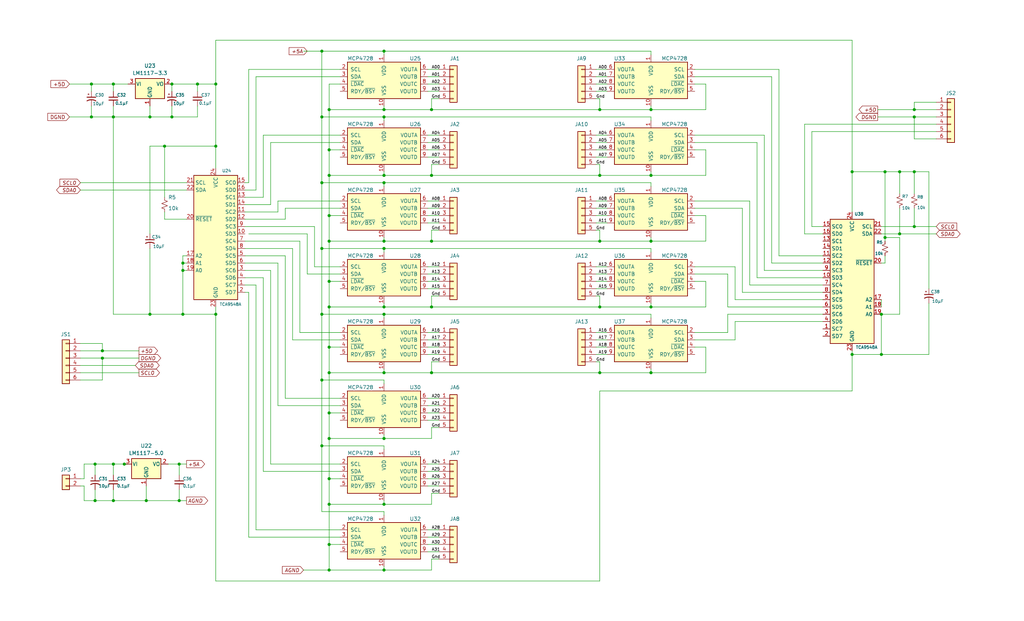
<source format=kicad_sch>
(kicad_sch (version 20211123) (generator eeschema)

  (uuid e36b28a4-7427-4708-a63e-3fe312e8d49f)

  (paper "USLegal")

  (title_block
    (title "Synth #2")
    (date "2023-07-27")
    (rev "0.1")
    (company "      MLE Tech                  Cedar Park, TX")
    (comment 2 "In Development")
  )

  (lib_symbols
    (symbol "Analog_DAC:MCP4728" (pin_names (offset 1.016)) (in_bom yes) (on_board yes)
      (property "Reference" "U" (id 0) (at -12.7 6.35 0)
        (effects (font (size 1.27 1.27)) (justify left))
      )
      (property "Value" "MCP4728" (id 1) (at 12.7 6.35 0)
        (effects (font (size 1.27 1.27)) (justify right))
      )
      (property "Footprint" "Package_SO:MSOP-10_3x3mm_P0.5mm" (id 2) (at 0 -15.24 0)
        (effects (font (size 1.27 1.27)) hide)
      )
      (property "Datasheet" "http://ww1.microchip.com/downloads/en/DeviceDoc/22187E.pdf" (id 3) (at 0 6.35 0)
        (effects (font (size 1.27 1.27)) hide)
      )
      (property "ki_keywords" "dac i2c" (id 4) (at 0 0 0)
        (effects (font (size 1.27 1.27)) hide)
      )
      (property "ki_description" "12-bit digital to analog converter, quad output, 2.048V internal reference, integrated EEPROM, I2C interface" (id 5) (at 0 0 0)
        (effects (font (size 1.27 1.27)) hide)
      )
      (property "ki_fp_filters" "*SOP*3x3mm*P0.5mm*" (id 6) (at 0 0 0)
        (effects (font (size 1.27 1.27)) hide)
      )
      (symbol "MCP4728_0_1"
        (rectangle (start -12.7 5.08) (end 12.7 -7.62)
          (stroke (width 0.254) (type default) (color 0 0 0 0))
          (fill (type background))
        )
      )
      (symbol "MCP4728_1_1"
        (pin power_in line (at 0 7.62 270) (length 2.54)
          (name "VDD" (effects (font (size 1.27 1.27))))
          (number "1" (effects (font (size 1.27 1.27))))
        )
        (pin power_in line (at 0 -10.16 90) (length 2.54)
          (name "VSS" (effects (font (size 1.27 1.27))))
          (number "10" (effects (font (size 1.27 1.27))))
        )
        (pin input line (at -15.24 2.54 0) (length 2.54)
          (name "SCL" (effects (font (size 1.27 1.27))))
          (number "2" (effects (font (size 1.27 1.27))))
        )
        (pin bidirectional line (at -15.24 0 0) (length 2.54)
          (name "SDA" (effects (font (size 1.27 1.27))))
          (number "3" (effects (font (size 1.27 1.27))))
        )
        (pin input line (at -15.24 -2.54 0) (length 2.54)
          (name "~{LDAC}" (effects (font (size 1.27 1.27))))
          (number "4" (effects (font (size 1.27 1.27))))
        )
        (pin output line (at -15.24 -5.08 0) (length 2.54)
          (name "RDY/~{BSY}" (effects (font (size 1.27 1.27))))
          (number "5" (effects (font (size 1.27 1.27))))
        )
        (pin output line (at 15.24 2.54 180) (length 2.54)
          (name "VOUTA" (effects (font (size 1.27 1.27))))
          (number "6" (effects (font (size 1.27 1.27))))
        )
        (pin output line (at 15.24 0 180) (length 2.54)
          (name "VOUTB" (effects (font (size 1.27 1.27))))
          (number "7" (effects (font (size 1.27 1.27))))
        )
        (pin output line (at 15.24 -2.54 180) (length 2.54)
          (name "VOUTC" (effects (font (size 1.27 1.27))))
          (number "8" (effects (font (size 1.27 1.27))))
        )
        (pin output line (at 15.24 -5.08 180) (length 2.54)
          (name "VOUTD" (effects (font (size 1.27 1.27))))
          (number "9" (effects (font (size 1.27 1.27))))
        )
      )
    )
    (symbol "Connector_Generic:Conn_01x02" (pin_names (offset 1.016) hide) (in_bom yes) (on_board yes)
      (property "Reference" "J" (id 0) (at 0 2.54 0)
        (effects (font (size 1.27 1.27)))
      )
      (property "Value" "Conn_01x02" (id 1) (at 0 -5.08 0)
        (effects (font (size 1.27 1.27)))
      )
      (property "Footprint" "" (id 2) (at 0 0 0)
        (effects (font (size 1.27 1.27)) hide)
      )
      (property "Datasheet" "~" (id 3) (at 0 0 0)
        (effects (font (size 1.27 1.27)) hide)
      )
      (property "ki_keywords" "connector" (id 4) (at 0 0 0)
        (effects (font (size 1.27 1.27)) hide)
      )
      (property "ki_description" "Generic connector, single row, 01x02, script generated (kicad-library-utils/schlib/autogen/connector/)" (id 5) (at 0 0 0)
        (effects (font (size 1.27 1.27)) hide)
      )
      (property "ki_fp_filters" "Connector*:*_1x??_*" (id 6) (at 0 0 0)
        (effects (font (size 1.27 1.27)) hide)
      )
      (symbol "Conn_01x02_1_1"
        (rectangle (start -1.27 -2.413) (end 0 -2.667)
          (stroke (width 0.1524) (type default) (color 0 0 0 0))
          (fill (type none))
        )
        (rectangle (start -1.27 0.127) (end 0 -0.127)
          (stroke (width 0.1524) (type default) (color 0 0 0 0))
          (fill (type none))
        )
        (rectangle (start -1.27 1.27) (end 1.27 -3.81)
          (stroke (width 0.254) (type default) (color 0 0 0 0))
          (fill (type background))
        )
        (pin passive line (at -5.08 0 0) (length 3.81)
          (name "Pin_1" (effects (font (size 1.27 1.27))))
          (number "1" (effects (font (size 1.27 1.27))))
        )
        (pin passive line (at -5.08 -2.54 0) (length 3.81)
          (name "Pin_2" (effects (font (size 1.27 1.27))))
          (number "2" (effects (font (size 1.27 1.27))))
        )
      )
    )
    (symbol "Connector_Generic:Conn_01x05" (pin_names (offset 1.016) hide) (in_bom yes) (on_board yes)
      (property "Reference" "J" (id 0) (at 0 7.62 0)
        (effects (font (size 1.27 1.27)))
      )
      (property "Value" "Conn_01x05" (id 1) (at 0 -7.62 0)
        (effects (font (size 1.27 1.27)))
      )
      (property "Footprint" "" (id 2) (at 0 0 0)
        (effects (font (size 1.27 1.27)) hide)
      )
      (property "Datasheet" "~" (id 3) (at 0 0 0)
        (effects (font (size 1.27 1.27)) hide)
      )
      (property "ki_keywords" "connector" (id 4) (at 0 0 0)
        (effects (font (size 1.27 1.27)) hide)
      )
      (property "ki_description" "Generic connector, single row, 01x05, script generated (kicad-library-utils/schlib/autogen/connector/)" (id 5) (at 0 0 0)
        (effects (font (size 1.27 1.27)) hide)
      )
      (property "ki_fp_filters" "Connector*:*_1x??_*" (id 6) (at 0 0 0)
        (effects (font (size 1.27 1.27)) hide)
      )
      (symbol "Conn_01x05_1_1"
        (rectangle (start -1.27 -4.953) (end 0 -5.207)
          (stroke (width 0.1524) (type default) (color 0 0 0 0))
          (fill (type none))
        )
        (rectangle (start -1.27 -2.413) (end 0 -2.667)
          (stroke (width 0.1524) (type default) (color 0 0 0 0))
          (fill (type none))
        )
        (rectangle (start -1.27 0.127) (end 0 -0.127)
          (stroke (width 0.1524) (type default) (color 0 0 0 0))
          (fill (type none))
        )
        (rectangle (start -1.27 2.667) (end 0 2.413)
          (stroke (width 0.1524) (type default) (color 0 0 0 0))
          (fill (type none))
        )
        (rectangle (start -1.27 5.207) (end 0 4.953)
          (stroke (width 0.1524) (type default) (color 0 0 0 0))
          (fill (type none))
        )
        (rectangle (start -1.27 6.35) (end 1.27 -6.35)
          (stroke (width 0.254) (type default) (color 0 0 0 0))
          (fill (type background))
        )
        (pin passive line (at -5.08 5.08 0) (length 3.81)
          (name "Pin_1" (effects (font (size 1.27 1.27))))
          (number "1" (effects (font (size 1.27 1.27))))
        )
        (pin passive line (at -5.08 2.54 0) (length 3.81)
          (name "Pin_2" (effects (font (size 1.27 1.27))))
          (number "2" (effects (font (size 1.27 1.27))))
        )
        (pin passive line (at -5.08 0 0) (length 3.81)
          (name "Pin_3" (effects (font (size 1.27 1.27))))
          (number "3" (effects (font (size 1.27 1.27))))
        )
        (pin passive line (at -5.08 -2.54 0) (length 3.81)
          (name "Pin_4" (effects (font (size 1.27 1.27))))
          (number "4" (effects (font (size 1.27 1.27))))
        )
        (pin passive line (at -5.08 -5.08 0) (length 3.81)
          (name "Pin_5" (effects (font (size 1.27 1.27))))
          (number "5" (effects (font (size 1.27 1.27))))
        )
      )
    )
    (symbol "Connector_Generic:Conn_01x06" (pin_names (offset 1.016) hide) (in_bom yes) (on_board yes)
      (property "Reference" "J" (id 0) (at 0 7.62 0)
        (effects (font (size 1.27 1.27)))
      )
      (property "Value" "Conn_01x06" (id 1) (at 0 -10.16 0)
        (effects (font (size 1.27 1.27)))
      )
      (property "Footprint" "" (id 2) (at 0 0 0)
        (effects (font (size 1.27 1.27)) hide)
      )
      (property "Datasheet" "~" (id 3) (at 0 0 0)
        (effects (font (size 1.27 1.27)) hide)
      )
      (property "ki_keywords" "connector" (id 4) (at 0 0 0)
        (effects (font (size 1.27 1.27)) hide)
      )
      (property "ki_description" "Generic connector, single row, 01x06, script generated (kicad-library-utils/schlib/autogen/connector/)" (id 5) (at 0 0 0)
        (effects (font (size 1.27 1.27)) hide)
      )
      (property "ki_fp_filters" "Connector*:*_1x??_*" (id 6) (at 0 0 0)
        (effects (font (size 1.27 1.27)) hide)
      )
      (symbol "Conn_01x06_1_1"
        (rectangle (start -1.27 -7.493) (end 0 -7.747)
          (stroke (width 0.1524) (type default) (color 0 0 0 0))
          (fill (type none))
        )
        (rectangle (start -1.27 -4.953) (end 0 -5.207)
          (stroke (width 0.1524) (type default) (color 0 0 0 0))
          (fill (type none))
        )
        (rectangle (start -1.27 -2.413) (end 0 -2.667)
          (stroke (width 0.1524) (type default) (color 0 0 0 0))
          (fill (type none))
        )
        (rectangle (start -1.27 0.127) (end 0 -0.127)
          (stroke (width 0.1524) (type default) (color 0 0 0 0))
          (fill (type none))
        )
        (rectangle (start -1.27 2.667) (end 0 2.413)
          (stroke (width 0.1524) (type default) (color 0 0 0 0))
          (fill (type none))
        )
        (rectangle (start -1.27 5.207) (end 0 4.953)
          (stroke (width 0.1524) (type default) (color 0 0 0 0))
          (fill (type none))
        )
        (rectangle (start -1.27 6.35) (end 1.27 -8.89)
          (stroke (width 0.254) (type default) (color 0 0 0 0))
          (fill (type background))
        )
        (pin passive line (at -5.08 5.08 0) (length 3.81)
          (name "Pin_1" (effects (font (size 1.27 1.27))))
          (number "1" (effects (font (size 1.27 1.27))))
        )
        (pin passive line (at -5.08 2.54 0) (length 3.81)
          (name "Pin_2" (effects (font (size 1.27 1.27))))
          (number "2" (effects (font (size 1.27 1.27))))
        )
        (pin passive line (at -5.08 0 0) (length 3.81)
          (name "Pin_3" (effects (font (size 1.27 1.27))))
          (number "3" (effects (font (size 1.27 1.27))))
        )
        (pin passive line (at -5.08 -2.54 0) (length 3.81)
          (name "Pin_4" (effects (font (size 1.27 1.27))))
          (number "4" (effects (font (size 1.27 1.27))))
        )
        (pin passive line (at -5.08 -5.08 0) (length 3.81)
          (name "Pin_5" (effects (font (size 1.27 1.27))))
          (number "5" (effects (font (size 1.27 1.27))))
        )
        (pin passive line (at -5.08 -7.62 0) (length 3.81)
          (name "Pin_6" (effects (font (size 1.27 1.27))))
          (number "6" (effects (font (size 1.27 1.27))))
        )
      )
    )
    (symbol "Device:C_Polarized_Small_US" (pin_numbers hide) (pin_names (offset 0.254) hide) (in_bom yes) (on_board yes)
      (property "Reference" "C" (id 0) (at 0.254 1.778 0)
        (effects (font (size 1.27 1.27)) (justify left))
      )
      (property "Value" "C_Polarized_Small_US" (id 1) (at 0.254 -2.032 0)
        (effects (font (size 1.27 1.27)) (justify left))
      )
      (property "Footprint" "" (id 2) (at 0 0 0)
        (effects (font (size 1.27 1.27)) hide)
      )
      (property "Datasheet" "~" (id 3) (at 0 0 0)
        (effects (font (size 1.27 1.27)) hide)
      )
      (property "ki_keywords" "cap capacitor" (id 4) (at 0 0 0)
        (effects (font (size 1.27 1.27)) hide)
      )
      (property "ki_description" "Polarized capacitor, small US symbol" (id 5) (at 0 0 0)
        (effects (font (size 1.27 1.27)) hide)
      )
      (property "ki_fp_filters" "CP_*" (id 6) (at 0 0 0)
        (effects (font (size 1.27 1.27)) hide)
      )
      (symbol "C_Polarized_Small_US_0_1"
        (polyline
          (pts
            (xy -1.524 0.508)
            (xy 1.524 0.508)
          )
          (stroke (width 0.3048) (type default) (color 0 0 0 0))
          (fill (type none))
        )
        (polyline
          (pts
            (xy -1.27 1.524)
            (xy -0.762 1.524)
          )
          (stroke (width 0) (type default) (color 0 0 0 0))
          (fill (type none))
        )
        (polyline
          (pts
            (xy -1.016 1.27)
            (xy -1.016 1.778)
          )
          (stroke (width 0) (type default) (color 0 0 0 0))
          (fill (type none))
        )
        (arc (start 1.524 -0.762) (mid 0 -0.3734) (end -1.524 -0.762)
          (stroke (width 0.3048) (type default) (color 0 0 0 0))
          (fill (type none))
        )
      )
      (symbol "C_Polarized_Small_US_1_1"
        (pin passive line (at 0 2.54 270) (length 2.032)
          (name "~" (effects (font (size 1.27 1.27))))
          (number "1" (effects (font (size 1.27 1.27))))
        )
        (pin passive line (at 0 -2.54 90) (length 2.032)
          (name "~" (effects (font (size 1.27 1.27))))
          (number "2" (effects (font (size 1.27 1.27))))
        )
      )
    )
    (symbol "Device:C_Small" (pin_numbers hide) (pin_names (offset 0.254) hide) (in_bom yes) (on_board yes)
      (property "Reference" "C" (id 0) (at 0.254 1.778 0)
        (effects (font (size 1.27 1.27)) (justify left))
      )
      (property "Value" "C_Small" (id 1) (at 0.254 -2.032 0)
        (effects (font (size 1.27 1.27)) (justify left))
      )
      (property "Footprint" "" (id 2) (at 0 0 0)
        (effects (font (size 1.27 1.27)) hide)
      )
      (property "Datasheet" "~" (id 3) (at 0 0 0)
        (effects (font (size 1.27 1.27)) hide)
      )
      (property "ki_keywords" "capacitor cap" (id 4) (at 0 0 0)
        (effects (font (size 1.27 1.27)) hide)
      )
      (property "ki_description" "Unpolarized capacitor, small symbol" (id 5) (at 0 0 0)
        (effects (font (size 1.27 1.27)) hide)
      )
      (property "ki_fp_filters" "C_*" (id 6) (at 0 0 0)
        (effects (font (size 1.27 1.27)) hide)
      )
      (symbol "C_Small_0_1"
        (polyline
          (pts
            (xy -1.524 -0.508)
            (xy 1.524 -0.508)
          )
          (stroke (width 0.3302) (type default) (color 0 0 0 0))
          (fill (type none))
        )
        (polyline
          (pts
            (xy -1.524 0.508)
            (xy 1.524 0.508)
          )
          (stroke (width 0.3048) (type default) (color 0 0 0 0))
          (fill (type none))
        )
      )
      (symbol "C_Small_1_1"
        (pin passive line (at 0 2.54 270) (length 2.032)
          (name "~" (effects (font (size 1.27 1.27))))
          (number "1" (effects (font (size 1.27 1.27))))
        )
        (pin passive line (at 0 -2.54 90) (length 2.032)
          (name "~" (effects (font (size 1.27 1.27))))
          (number "2" (effects (font (size 1.27 1.27))))
        )
      )
    )
    (symbol "Device:R_Small_US" (pin_numbers hide) (pin_names (offset 0.254) hide) (in_bom yes) (on_board yes)
      (property "Reference" "R" (id 0) (at 0.762 0.508 0)
        (effects (font (size 1.27 1.27)) (justify left))
      )
      (property "Value" "R_Small_US" (id 1) (at 0.762 -1.016 0)
        (effects (font (size 1.27 1.27)) (justify left))
      )
      (property "Footprint" "" (id 2) (at 0 0 0)
        (effects (font (size 1.27 1.27)) hide)
      )
      (property "Datasheet" "~" (id 3) (at 0 0 0)
        (effects (font (size 1.27 1.27)) hide)
      )
      (property "ki_keywords" "r resistor" (id 4) (at 0 0 0)
        (effects (font (size 1.27 1.27)) hide)
      )
      (property "ki_description" "Resistor, small US symbol" (id 5) (at 0 0 0)
        (effects (font (size 1.27 1.27)) hide)
      )
      (property "ki_fp_filters" "R_*" (id 6) (at 0 0 0)
        (effects (font (size 1.27 1.27)) hide)
      )
      (symbol "R_Small_US_1_1"
        (polyline
          (pts
            (xy 0 0)
            (xy 1.016 -0.381)
            (xy 0 -0.762)
            (xy -1.016 -1.143)
            (xy 0 -1.524)
          )
          (stroke (width 0) (type default) (color 0 0 0 0))
          (fill (type none))
        )
        (polyline
          (pts
            (xy 0 1.524)
            (xy 1.016 1.143)
            (xy 0 0.762)
            (xy -1.016 0.381)
            (xy 0 0)
          )
          (stroke (width 0) (type default) (color 0 0 0 0))
          (fill (type none))
        )
        (pin passive line (at 0 2.54 270) (length 1.016)
          (name "~" (effects (font (size 1.27 1.27))))
          (number "1" (effects (font (size 1.27 1.27))))
        )
        (pin passive line (at 0 -2.54 90) (length 1.016)
          (name "~" (effects (font (size 1.27 1.27))))
          (number "2" (effects (font (size 1.27 1.27))))
        )
      )
    )
    (symbol "Interface_Expansion:PCA9548ADW" (in_bom yes) (on_board yes)
      (property "Reference" "U?" (id 0) (at 2.0194 25.4 0)
        (effects (font (size 1.27 1.27)) (justify left))
      )
      (property "Value" "TCA9548A" (id 1) (at 2.0194 22.86 0)
        (effects (font (size 1.27 1.27)) (justify left))
      )
      (property "Footprint" "Package_SO:SOIC-24W_7.5x15.4mm_P1.27mm" (id 2) (at -2.54 1.27 0)
        (effects (font (size 1.27 1.27)) hide)
      )
      (property "Datasheet" "http://www.ti.com/lit/ds/symlink/pca9548a.pdf" (id 3) (at -1.27 16.51 0)
        (effects (font (size 1.27 1.27)) hide)
      )
      (property "ki_keywords" "Low voltage 8-channel I2C switch with reset" (id 4) (at 0 0 0)
        (effects (font (size 1.27 1.27)) hide)
      )
      (property "ki_description" "Low voltage 8-channel I2C switch with reset, SOIC-24" (id 5) (at 0 0 0)
        (effects (font (size 1.27 1.27)) hide)
      )
      (property "ki_fp_filters" "SOIC*7.5x15.4mm*P1.27mm*" (id 6) (at 0 0 0)
        (effects (font (size 1.27 1.27)) hide)
      )
      (symbol "PCA9548ADW_0_1"
        (rectangle (start -7.62 20.32) (end 7.62 -22.86)
          (stroke (width 0.254) (type default) (color 0 0 0 0))
          (fill (type background))
        )
      )
      (symbol "PCA9548ADW_1_1"
        (pin output line (at 10.16 -17.78 180) (length 2.54)
          (name "SC7" (effects (font (size 1.27 1.27))))
          (number "1" (effects (font (size 1.27 1.27))))
        )
        (pin bidirectional line (at 10.16 0 180) (length 2.54)
          (name "SD3" (effects (font (size 1.27 1.27))))
          (number "10" (effects (font (size 1.27 1.27))))
        )
        (pin output line (at 10.16 7.62 180) (length 2.54)
          (name "SC2" (effects (font (size 1.27 1.27))))
          (number "11" (effects (font (size 1.27 1.27))))
        )
        (pin bidirectional line (at 10.16 5.08 180) (length 2.54)
          (name "SD2" (effects (font (size 1.27 1.27))))
          (number "12" (effects (font (size 1.27 1.27))))
        )
        (pin output line (at 10.16 12.7 180) (length 2.54)
          (name "SC1" (effects (font (size 1.27 1.27))))
          (number "13" (effects (font (size 1.27 1.27))))
        )
        (pin bidirectional line (at 10.16 10.16 180) (length 2.54)
          (name "SD1" (effects (font (size 1.27 1.27))))
          (number "14" (effects (font (size 1.27 1.27))))
        )
        (pin output line (at 10.16 17.78 180) (length 2.54)
          (name "SC0" (effects (font (size 1.27 1.27))))
          (number "15" (effects (font (size 1.27 1.27))))
        )
        (pin bidirectional line (at 10.16 15.24 180) (length 2.54)
          (name "SD0" (effects (font (size 1.27 1.27))))
          (number "16" (effects (font (size 1.27 1.27))))
        )
        (pin input line (at -10.16 -7.62 0) (length 2.54)
          (name "A2" (effects (font (size 1.27 1.27))))
          (number "17" (effects (font (size 1.27 1.27))))
        )
        (pin input line (at -10.16 -10.16 0) (length 2.54)
          (name "A1" (effects (font (size 1.27 1.27))))
          (number "18" (effects (font (size 1.27 1.27))))
        )
        (pin input line (at -10.16 -12.7 0) (length 2.54)
          (name "A0" (effects (font (size 1.27 1.27))))
          (number "19" (effects (font (size 1.27 1.27))))
        )
        (pin bidirectional line (at 10.16 -20.32 180) (length 2.54)
          (name "SD7" (effects (font (size 1.27 1.27))))
          (number "2" (effects (font (size 1.27 1.27))))
        )
        (pin input line (at -10.16 5.08 0) (length 2.54)
          (name "~{RESET}" (effects (font (size 1.27 1.27))))
          (number "20" (effects (font (size 1.27 1.27))))
        )
        (pin input line (at -10.16 17.78 0) (length 2.54)
          (name "SCL" (effects (font (size 1.27 1.27))))
          (number "21" (effects (font (size 1.27 1.27))))
        )
        (pin bidirectional line (at -10.16 15.24 0) (length 2.54)
          (name "SDA" (effects (font (size 1.27 1.27))))
          (number "22" (effects (font (size 1.27 1.27))))
        )
        (pin power_in line (at 0 -25.4 90) (length 2.54)
          (name "GND" (effects (font (size 1.27 1.27))))
          (number "23" (effects (font (size 1.27 1.27))))
        )
        (pin power_in line (at 0 22.86 270) (length 2.54)
          (name "VCC" (effects (font (size 1.27 1.27))))
          (number "24" (effects (font (size 1.27 1.27))))
        )
        (pin output line (at 10.16 -12.7 180) (length 2.54)
          (name "SC6" (effects (font (size 1.27 1.27))))
          (number "3" (effects (font (size 1.27 1.27))))
        )
        (pin bidirectional line (at 10.16 -15.24 180) (length 2.54)
          (name "SD6" (effects (font (size 1.27 1.27))))
          (number "4" (effects (font (size 1.27 1.27))))
        )
        (pin output line (at 10.16 -7.62 180) (length 2.54)
          (name "SC5" (effects (font (size 1.27 1.27))))
          (number "5" (effects (font (size 1.27 1.27))))
        )
        (pin bidirectional line (at 10.16 -10.16 180) (length 2.54)
          (name "SD5" (effects (font (size 1.27 1.27))))
          (number "6" (effects (font (size 1.27 1.27))))
        )
        (pin output line (at 10.16 -2.54 180) (length 2.54)
          (name "SC4" (effects (font (size 1.27 1.27))))
          (number "7" (effects (font (size 1.27 1.27))))
        )
        (pin bidirectional line (at 10.16 -5.08 180) (length 2.54)
          (name "SD4" (effects (font (size 1.27 1.27))))
          (number "8" (effects (font (size 1.27 1.27))))
        )
        (pin output line (at 10.16 2.54 180) (length 2.54)
          (name "SC3" (effects (font (size 1.27 1.27))))
          (number "9" (effects (font (size 1.27 1.27))))
        )
      )
    )
    (symbol "Regulator_Linear:LM1117-3.3" (pin_names (offset 0.254)) (in_bom yes) (on_board yes)
      (property "Reference" "U" (id 0) (at -3.81 3.175 0)
        (effects (font (size 1.27 1.27)))
      )
      (property "Value" "LM1117-3.3" (id 1) (at 0 3.175 0)
        (effects (font (size 1.27 1.27)) (justify left))
      )
      (property "Footprint" "" (id 2) (at 0 0 0)
        (effects (font (size 1.27 1.27)) hide)
      )
      (property "Datasheet" "http://www.ti.com/lit/ds/symlink/lm1117.pdf" (id 3) (at 0 0 0)
        (effects (font (size 1.27 1.27)) hide)
      )
      (property "ki_keywords" "linear regulator ldo fixed positive" (id 4) (at 0 0 0)
        (effects (font (size 1.27 1.27)) hide)
      )
      (property "ki_description" "800mA Low-Dropout Linear Regulator, 3.3V fixed output, TO-220/TO-252/TO-263/SOT-223" (id 5) (at 0 0 0)
        (effects (font (size 1.27 1.27)) hide)
      )
      (property "ki_fp_filters" "SOT?223* TO?263* TO?252* TO?220*" (id 6) (at 0 0 0)
        (effects (font (size 1.27 1.27)) hide)
      )
      (symbol "LM1117-3.3_0_1"
        (rectangle (start -5.08 -5.08) (end 5.08 1.905)
          (stroke (width 0.254) (type default) (color 0 0 0 0))
          (fill (type background))
        )
      )
      (symbol "LM1117-3.3_1_1"
        (pin power_in line (at 0 -7.62 90) (length 2.54)
          (name "GND" (effects (font (size 1.27 1.27))))
          (number "1" (effects (font (size 1.27 1.27))))
        )
        (pin power_out line (at 7.62 0 180) (length 2.54)
          (name "VO" (effects (font (size 1.27 1.27))))
          (number "2" (effects (font (size 1.27 1.27))))
        )
        (pin power_in line (at -7.62 0 0) (length 2.54)
          (name "VI" (effects (font (size 1.27 1.27))))
          (number "3" (effects (font (size 1.27 1.27))))
        )
      )
    )
    (symbol "Regulator_Linear:LM1117-5.0" (pin_names (offset 0.254)) (in_bom yes) (on_board yes)
      (property "Reference" "U" (id 0) (at -3.81 3.175 0)
        (effects (font (size 1.27 1.27)))
      )
      (property "Value" "LM1117-5.0" (id 1) (at 0 3.175 0)
        (effects (font (size 1.27 1.27)) (justify left))
      )
      (property "Footprint" "" (id 2) (at 0 0 0)
        (effects (font (size 1.27 1.27)) hide)
      )
      (property "Datasheet" "http://www.ti.com/lit/ds/symlink/lm1117.pdf" (id 3) (at 0 0 0)
        (effects (font (size 1.27 1.27)) hide)
      )
      (property "ki_keywords" "linear regulator ldo fixed positive" (id 4) (at 0 0 0)
        (effects (font (size 1.27 1.27)) hide)
      )
      (property "ki_description" "800mA Low-Dropout Linear Regulator, 5.0V fixed output, TO-220/TO-252/TO-263/SOT-223" (id 5) (at 0 0 0)
        (effects (font (size 1.27 1.27)) hide)
      )
      (property "ki_fp_filters" "SOT?223* TO?263* TO?252* TO?220*" (id 6) (at 0 0 0)
        (effects (font (size 1.27 1.27)) hide)
      )
      (symbol "LM1117-5.0_0_1"
        (rectangle (start -5.08 -5.08) (end 5.08 1.905)
          (stroke (width 0.254) (type default) (color 0 0 0 0))
          (fill (type background))
        )
      )
      (symbol "LM1117-5.0_1_1"
        (pin power_in line (at 0 -7.62 90) (length 2.54)
          (name "GND" (effects (font (size 1.27 1.27))))
          (number "1" (effects (font (size 1.27 1.27))))
        )
        (pin power_out line (at 7.62 0 180) (length 2.54)
          (name "VO" (effects (font (size 1.27 1.27))))
          (number "2" (effects (font (size 1.27 1.27))))
        )
        (pin power_in line (at -7.62 0 0) (length 2.54)
          (name "VI" (effects (font (size 1.27 1.27))))
          (number "3" (effects (font (size 1.27 1.27))))
        )
      )
    )
  )

  (junction (at 306.07 109.22) (diameter 0) (color 0 0 0 0)
    (uuid 001d4399-3202-4db2-a129-cc27fb19feec)
  )
  (junction (at 149.86 60.96) (diameter 0) (color 0 0 0 0)
    (uuid 030f408b-6f07-49f9-80cd-9ac370b5c4e7)
  )
  (junction (at 39.37 173.99) (diameter 0) (color 0 0 0 0)
    (uuid 04e8636d-1a1b-4e3c-9231-50f2ccf7d24c)
  )
  (junction (at 133.35 60.96) (diameter 0) (color 0 0 0 0)
    (uuid 04f0d7f0-73f6-4600-b3c6-ce23d1b96128)
  )
  (junction (at 74.93 109.22) (diameter 0) (color 0 0 0 0)
    (uuid 058ffe35-d953-4277-a32c-80a40e8fba51)
  )
  (junction (at 114.3 60.96) (diameter 0) (color 0 0 0 0)
    (uuid 067841eb-d019-4e4b-9cd1-652d10c7cad8)
  )
  (junction (at 43.18 161.29) (diameter 0) (color 0 0 0 0)
    (uuid 07036e18-988c-439b-be15-d7baba6d28f5)
  )
  (junction (at 114.3 74.93) (diameter 0) (color 0 0 0 0)
    (uuid 0a31933f-1de9-4ce4-b47b-0366ac5aae1d)
  )
  (junction (at 111.76 86.36) (diameter 0) (color 0 0 0 0)
    (uuid 108707ea-61b9-473e-b912-26cc352df875)
  )
  (junction (at 74.93 50.8) (diameter 0) (color 0 0 0 0)
    (uuid 1122b2fb-02b0-450c-9852-ba24912c82c2)
  )
  (junction (at 226.06 38.1) (diameter 0) (color 0 0 0 0)
    (uuid 139a18bc-48e4-47eb-b8a1-1488e2915075)
  )
  (junction (at 111.76 63.5) (diameter 0) (color 0 0 0 0)
    (uuid 15535c83-587a-4847-9957-3807322142c0)
  )
  (junction (at 111.76 154.94) (diameter 0) (color 0 0 0 0)
    (uuid 1bb4cb28-2f0b-4c98-b1a9-06a80fb6ad91)
  )
  (junction (at 114.3 129.54) (diameter 0) (color 0 0 0 0)
    (uuid 20bb1115-3f59-4ab1-b60a-3a65ff154778)
  )
  (junction (at 114.3 166.37) (diameter 0) (color 0 0 0 0)
    (uuid 26f5398f-9f02-45e5-bd1b-ff0b60fdf126)
  )
  (junction (at 114.3 189.23) (diameter 0) (color 0 0 0 0)
    (uuid 281e3dc0-2bc4-437c-ab76-13e46398b9ff)
  )
  (junction (at 208.28 106.68) (diameter 0) (color 0 0 0 0)
    (uuid 288b8238-c9d9-4101-8318-504231369396)
  )
  (junction (at 208.28 129.54) (diameter 0) (color 0 0 0 0)
    (uuid 29afabda-aba9-4c94-a745-2ce32b46d1e5)
  )
  (junction (at 226.06 106.68) (diameter 0) (color 0 0 0 0)
    (uuid 362d1212-66e6-4310-a240-8fed9f7ad6d1)
  )
  (junction (at 133.35 175.26) (diameter 0) (color 0 0 0 0)
    (uuid 3c8f9c02-022a-4efe-b3ce-bc9a4e46260e)
  )
  (junction (at 133.35 152.4) (diameter 0) (color 0 0 0 0)
    (uuid 40b01c54-4db9-4fdc-a1da-dfc29ba28808)
  )
  (junction (at 226.06 129.54) (diameter 0) (color 0 0 0 0)
    (uuid 419b0235-c47a-4b13-9eee-2315c2e3170a)
  )
  (junction (at 208.28 83.82) (diameter 0) (color 0 0 0 0)
    (uuid 41a01aa8-6756-45f2-b78e-d6eb70520ad3)
  )
  (junction (at 317.5 59.69) (diameter 0) (color 0 0 0 0)
    (uuid 49c66052-f717-41d2-9a5c-1787b19ddad9)
  )
  (junction (at 114.3 97.79) (diameter 0) (color 0 0 0 0)
    (uuid 4b26b5d6-c3a3-4d52-af1a-e88607afa188)
  )
  (junction (at 63.5 91.44) (diameter 0) (color 0 0 0 0)
    (uuid 4f55a059-9ffb-4dda-b7a4-c2c6d7af25ff)
  )
  (junction (at 114.3 152.4) (diameter 0) (color 0 0 0 0)
    (uuid 503fcf84-3a2e-420e-ba70-65c46816f626)
  )
  (junction (at 114.3 143.51) (diameter 0) (color 0 0 0 0)
    (uuid 5894ec61-9ec7-412e-bb3c-36031141b07e)
  )
  (junction (at 312.42 81.28) (diameter 0) (color 0 0 0 0)
    (uuid 5975c03e-711c-4708-a701-e3a97fc20831)
  )
  (junction (at 35.56 121.92) (diameter 0) (color 0 0 0 0)
    (uuid 6435e6ce-f965-4d5f-a5b9-fc68686443c4)
  )
  (junction (at 63.5 109.22) (diameter 0) (color 0 0 0 0)
    (uuid 664f17a8-0f00-4cb2-a73d-0ceecb2db903)
  )
  (junction (at 63.5 93.98) (diameter 0) (color 0 0 0 0)
    (uuid 69b9c0c0-e418-46a3-9374-67de047478ac)
  )
  (junction (at 133.35 129.54) (diameter 0) (color 0 0 0 0)
    (uuid 6a56ab97-e1fa-4a5c-ba84-a41d88122150)
  )
  (junction (at 133.35 109.22) (diameter 0) (color 0 0 0 0)
    (uuid 6bcb33b9-4480-422a-92c2-c6ce34641c7a)
  )
  (junction (at 149.86 83.82) (diameter 0) (color 0 0 0 0)
    (uuid 6c9672e0-a1c4-452c-90f8-b71f1be95bee)
  )
  (junction (at 31.75 40.64) (diameter 0) (color 0 0 0 0)
    (uuid 6dd921ec-6e0c-4be4-90ed-9d2d50bee600)
  )
  (junction (at 74.93 29.21) (diameter 0) (color 0 0 0 0)
    (uuid 791e059b-b968-4c34-8999-be111670fd43)
  )
  (junction (at 133.35 106.68) (diameter 0) (color 0 0 0 0)
    (uuid 7d480756-c355-4249-8347-5859a82a3239)
  )
  (junction (at 114.3 175.26) (diameter 0) (color 0 0 0 0)
    (uuid 817670c9-273b-4d39-862c-6146d8419385)
  )
  (junction (at 52.07 40.64) (diameter 0) (color 0 0 0 0)
    (uuid 8ce9856b-541b-4be8-a719-99c2603d2d19)
  )
  (junction (at 307.34 59.69) (diameter 0) (color 0 0 0 0)
    (uuid 8d7e7c42-cb52-4374-aa8c-01b8f9613bce)
  )
  (junction (at 39.37 29.21) (diameter 0) (color 0 0 0 0)
    (uuid 8dccbf9e-8ace-47ff-9632-ad427c975ac1)
  )
  (junction (at 50.8 173.99) (diameter 0) (color 0 0 0 0)
    (uuid 8e3c513c-07e2-4a25-9595-27bf613535b2)
  )
  (junction (at 114.3 120.65) (diameter 0) (color 0 0 0 0)
    (uuid 97493414-9268-4c5c-b630-7f41022d7507)
  )
  (junction (at 133.35 40.64) (diameter 0) (color 0 0 0 0)
    (uuid 9dd88629-f545-4568-a941-58c1f3814408)
  )
  (junction (at 295.91 59.69) (diameter 0) (color 0 0 0 0)
    (uuid a0b7c83d-79f6-4d87-988d-641c6e39ab2b)
  )
  (junction (at 111.76 132.08) (diameter 0) (color 0 0 0 0)
    (uuid a2f4f705-ef67-4b8d-8836-aaf4c20f6cf6)
  )
  (junction (at 114.3 83.82) (diameter 0) (color 0 0 0 0)
    (uuid a4e829db-0444-4a78-990e-4493c285d0fa)
  )
  (junction (at 133.35 63.5) (diameter 0) (color 0 0 0 0)
    (uuid a60dd9b5-6dd2-41e3-8ac2-e99234bfbed1)
  )
  (junction (at 35.56 124.46) (diameter 0) (color 0 0 0 0)
    (uuid ac3cbd95-94e6-45be-97ee-9260d017888d)
  )
  (junction (at 133.35 198.12) (diameter 0) (color 0 0 0 0)
    (uuid b53f0bf9-2920-4d66-b92e-e532d7593f80)
  )
  (junction (at 68.58 29.21) (diameter 0) (color 0 0 0 0)
    (uuid b73dad2c-f2ac-48af-bad3-525da6ad7a5b)
  )
  (junction (at 307.34 82.55) (diameter 0) (color 0 0 0 0)
    (uuid b83b22df-dd65-4fc4-848d-e2a2fed2a04c)
  )
  (junction (at 33.02 161.29) (diameter 0) (color 0 0 0 0)
    (uuid ba21861c-10d5-4cab-a7fe-ff1dd78e1bad)
  )
  (junction (at 114.3 38.1) (diameter 0) (color 0 0 0 0)
    (uuid ba6b2444-7332-4a6e-87ef-c970a708ce33)
  )
  (junction (at 149.86 106.68) (diameter 0) (color 0 0 0 0)
    (uuid ba9e8ab6-4da9-45ba-8932-f3ed1903eb39)
  )
  (junction (at 226.06 83.82) (diameter 0) (color 0 0 0 0)
    (uuid bac3b90e-9cc5-4e7b-93ea-2d08c1a57e7b)
  )
  (junction (at 111.76 109.22) (diameter 0) (color 0 0 0 0)
    (uuid bb449039-a7bb-46fc-aa3c-efbc492f114c)
  )
  (junction (at 39.37 40.64) (diameter 0) (color 0 0 0 0)
    (uuid bc15b58f-5f0b-4c76-a245-9c7fbda273a6)
  )
  (junction (at 59.69 29.21) (diameter 0) (color 0 0 0 0)
    (uuid bf119ba1-e016-4213-862d-22eb5265c883)
  )
  (junction (at 317.5 78.74) (diameter 0) (color 0 0 0 0)
    (uuid c0e02ec7-5e64-4203-8e09-ca17fa03e625)
  )
  (junction (at 114.3 106.68) (diameter 0) (color 0 0 0 0)
    (uuid c1cf7332-1ce6-4c92-b44e-f6f03941f08b)
  )
  (junction (at 317.5 40.64) (diameter 0) (color 0 0 0 0)
    (uuid c3dc8e7a-ce1e-4ec0-a316-d3b2cc1ea371)
  )
  (junction (at 208.28 38.1) (diameter 0) (color 0 0 0 0)
    (uuid c72515a7-a0f5-4fc4-b93d-054e7c151923)
  )
  (junction (at 62.23 161.29) (diameter 0) (color 0 0 0 0)
    (uuid c9475ea5-5c4b-4588-bf42-3b19dbf9aa7b)
  )
  (junction (at 295.91 123.19) (diameter 0) (color 0 0 0 0)
    (uuid cb156cd8-75d0-4c56-a573-3d5b02641e14)
  )
  (junction (at 149.86 38.1) (diameter 0) (color 0 0 0 0)
    (uuid d1b2a50d-bffe-4248-8353-0129c6249797)
  )
  (junction (at 317.5 38.1) (diameter 0) (color 0 0 0 0)
    (uuid d3940f43-6f31-4b64-8899-630c55909249)
  )
  (junction (at 57.15 50.8) (diameter 0) (color 0 0 0 0)
    (uuid d84122b7-a34b-4f63-b350-b2dcc2150d70)
  )
  (junction (at 114.3 52.07) (diameter 0) (color 0 0 0 0)
    (uuid d9dc1efe-8237-4a78-a87a-5a274863679d)
  )
  (junction (at 111.76 17.78) (diameter 0) (color 0 0 0 0)
    (uuid dc44e8a6-d92a-4ace-bcc8-82f26c6236ab)
  )
  (junction (at 312.42 59.69) (diameter 0) (color 0 0 0 0)
    (uuid dc6a577a-adb1-40f6-969b-35ca6dfaa8da)
  )
  (junction (at 133.35 17.78) (diameter 0) (color 0 0 0 0)
    (uuid e61df0b6-c0ab-4c70-9376-efe643176c9d)
  )
  (junction (at 226.06 60.96) (diameter 0) (color 0 0 0 0)
    (uuid e9d58c60-25f1-459a-88ac-30a3fe967b4f)
  )
  (junction (at 33.02 173.99) (diameter 0) (color 0 0 0 0)
    (uuid ebbb8cb8-7a67-4d0d-bbc3-750b82138d15)
  )
  (junction (at 31.75 29.21) (diameter 0) (color 0 0 0 0)
    (uuid ebca8225-783f-4bd3-8503-fe4fd662a172)
  )
  (junction (at 52.07 109.22) (diameter 0) (color 0 0 0 0)
    (uuid ecafac2e-f7be-4003-8881-844aad3618ca)
  )
  (junction (at 133.35 83.82) (diameter 0) (color 0 0 0 0)
    (uuid ee82a66b-d452-4432-b7db-14a59f09b66f)
  )
  (junction (at 111.76 40.64) (diameter 0) (color 0 0 0 0)
    (uuid ee90fde2-63a4-4557-986f-b4f6b8051b89)
  )
  (junction (at 62.23 173.99) (diameter 0) (color 0 0 0 0)
    (uuid ef426cee-d8d6-4f1f-b0cf-8e3ee827aac9)
  )
  (junction (at 306.07 123.19) (diameter 0) (color 0 0 0 0)
    (uuid ef432e6b-e73b-4607-a8b0-9021c1ae1412)
  )
  (junction (at 59.69 40.64) (diameter 0) (color 0 0 0 0)
    (uuid f00809d4-03ec-4c0b-ae82-d4fd6eeba2a3)
  )
  (junction (at 39.37 161.29) (diameter 0) (color 0 0 0 0)
    (uuid f095187c-644d-4e87-a2ac-1c482c3bfe3b)
  )
  (junction (at 149.86 129.54) (diameter 0) (color 0 0 0 0)
    (uuid f11a9c69-2e0f-4e63-bf46-75d2f42222d7)
  )
  (junction (at 208.28 60.96) (diameter 0) (color 0 0 0 0)
    (uuid f2a3183a-341a-4111-bd6d-48516c46174e)
  )
  (junction (at 114.3 198.12) (diameter 0) (color 0 0 0 0)
    (uuid f4e23ec3-812a-496b-a1d1-cfef6983f70c)
  )
  (junction (at 133.35 86.36) (diameter 0) (color 0 0 0 0)
    (uuid f6687121-0ec2-4cf7-ad64-23774651901e)
  )
  (junction (at 133.35 38.1) (diameter 0) (color 0 0 0 0)
    (uuid fc8c512b-145c-48a4-b781-cbdf663939c5)
  )

  (wire (pts (xy 285.75 81.28) (xy 279.4 81.28))
    (stroke (width 0) (type default) (color 0 0 0 0))
    (uuid 0067ac63-b37f-4030-9ecc-cb83e361126c)
  )
  (wire (pts (xy 39.37 161.29) (xy 43.18 161.29))
    (stroke (width 0) (type default) (color 0 0 0 0))
    (uuid 010f36cf-53f2-4fcf-a3f6-7c19c8533afb)
  )
  (wire (pts (xy 114.3 152.4) (xy 133.35 152.4))
    (stroke (width 0) (type default) (color 0 0 0 0))
    (uuid 0125b910-8162-4a2d-afa1-203e026d4fd0)
  )
  (wire (pts (xy 48.26 129.54) (xy 27.94 129.54))
    (stroke (width 0) (type default) (color 0 0 0 0))
    (uuid 01530776-5c57-4b90-a44d-e94f64389727)
  )
  (wire (pts (xy 118.11 97.79) (xy 114.3 97.79))
    (stroke (width 0) (type default) (color 0 0 0 0))
    (uuid 0197eb5c-4824-4d28-853b-a79ecdd54891)
  )
  (wire (pts (xy 317.5 59.69) (xy 322.58 59.69))
    (stroke (width 0) (type default) (color 0 0 0 0))
    (uuid 01c39164-ed35-4760-9711-351485897136)
  )
  (wire (pts (xy 281.94 78.74) (xy 281.94 45.72))
    (stroke (width 0) (type default) (color 0 0 0 0))
    (uuid 02474151-c852-4803-920e-5981e318ff6f)
  )
  (wire (pts (xy 86.36 101.6) (xy 86.36 186.69))
    (stroke (width 0) (type default) (color 0 0 0 0))
    (uuid 027f2105-2c3f-46aa-906d-57b24e7afd32)
  )
  (wire (pts (xy 99.06 76.2) (xy 85.09 76.2))
    (stroke (width 0) (type default) (color 0 0 0 0))
    (uuid 0359d34a-9933-425f-974f-5522b699d5ed)
  )
  (wire (pts (xy 252.73 95.25) (xy 252.73 106.68))
    (stroke (width 0) (type default) (color 0 0 0 0))
    (uuid 044a3902-7d38-4bbb-8d6e-82545e5e166c)
  )
  (wire (pts (xy 207.01 92.71) (xy 210.82 92.71))
    (stroke (width 0) (type default) (color 0 0 0 0))
    (uuid 04f09018-03e3-4a9a-a164-2f76cc40ed21)
  )
  (wire (pts (xy 226.06 106.68) (xy 226.06 105.41))
    (stroke (width 0) (type default) (color 0 0 0 0))
    (uuid 061a52cd-302b-4284-866e-1db42eb85b55)
  )
  (wire (pts (xy 152.4 72.39) (xy 148.59 72.39))
    (stroke (width 0) (type default) (color 0 0 0 0))
    (uuid 061ef993-3d97-4b9d-8841-072cad595f00)
  )
  (wire (pts (xy 39.37 36.83) (xy 39.37 40.64))
    (stroke (width 0) (type default) (color 0 0 0 0))
    (uuid 06ea10b9-3337-4374-bf23-69b0cffd608b)
  )
  (wire (pts (xy 114.3 143.51) (xy 114.3 152.4))
    (stroke (width 0) (type default) (color 0 0 0 0))
    (uuid 06fbac37-fcf3-428f-a2bc-61006dae590f)
  )
  (wire (pts (xy 64.77 173.99) (xy 62.23 173.99))
    (stroke (width 0) (type default) (color 0 0 0 0))
    (uuid 078dc897-acce-4868-89fd-ddc31a699e47)
  )
  (wire (pts (xy 118.11 166.37) (xy 114.3 166.37))
    (stroke (width 0) (type default) (color 0 0 0 0))
    (uuid 085c1bdd-4bf1-4f44-80ab-457996b24bfd)
  )
  (wire (pts (xy 31.75 31.75) (xy 31.75 29.21))
    (stroke (width 0) (type default) (color 0 0 0 0))
    (uuid 08b51a68-6d13-42b2-8d1f-863cf79d2a46)
  )
  (wire (pts (xy 325.12 40.64) (xy 317.5 40.64))
    (stroke (width 0) (type default) (color 0 0 0 0))
    (uuid 08fe695e-8e2c-4efa-be4c-e0cacde62ed3)
  )
  (wire (pts (xy 207.01 49.53) (xy 210.82 49.53))
    (stroke (width 0) (type default) (color 0 0 0 0))
    (uuid 0b516b73-57d6-4afc-be80-994dfe1f2cda)
  )
  (wire (pts (xy 101.6 86.36) (xy 85.09 86.36))
    (stroke (width 0) (type default) (color 0 0 0 0))
    (uuid 0c2a031b-12fa-44de-8865-213f9a94db8f)
  )
  (wire (pts (xy 149.86 83.82) (xy 208.28 83.82))
    (stroke (width 0) (type default) (color 0 0 0 0))
    (uuid 0c32cd4d-dbcf-4cf8-a6f2-70474ec845db)
  )
  (wire (pts (xy 208.28 38.1) (xy 226.06 38.1))
    (stroke (width 0) (type default) (color 0 0 0 0))
    (uuid 0e8d1fdc-8c21-4d7d-ad44-d38b713efc72)
  )
  (wire (pts (xy 226.06 59.69) (xy 226.06 60.96))
    (stroke (width 0) (type default) (color 0 0 0 0))
    (uuid 0f213238-b183-4959-9b37-21bc76c736b6)
  )
  (wire (pts (xy 149.86 60.96) (xy 208.28 60.96))
    (stroke (width 0) (type default) (color 0 0 0 0))
    (uuid 0fd30340-60ea-469c-bd16-7b3a9eabe49b)
  )
  (wire (pts (xy 133.35 110.49) (xy 133.35 109.22))
    (stroke (width 0) (type default) (color 0 0 0 0))
    (uuid 1187eb4b-6ada-4d3d-914d-baeece3e0140)
  )
  (wire (pts (xy 118.11 161.29) (xy 93.98 161.29))
    (stroke (width 0) (type default) (color 0 0 0 0))
    (uuid 1218c9af-2543-45a5-b920-bec22e9695b2)
  )
  (wire (pts (xy 312.42 82.55) (xy 312.42 109.22))
    (stroke (width 0) (type default) (color 0 0 0 0))
    (uuid 13a26e07-7f7a-4ec0-898c-a8477114f098)
  )
  (wire (pts (xy 207.01 24.13) (xy 210.82 24.13))
    (stroke (width 0) (type default) (color 0 0 0 0))
    (uuid 14d11707-27f0-45d0-80dd-bb0fa552ac1a)
  )
  (wire (pts (xy 46.99 127) (xy 27.94 127))
    (stroke (width 0) (type default) (color 0 0 0 0))
    (uuid 14fa041d-5e1f-45b6-bc61-6f4e468e784d)
  )
  (wire (pts (xy 210.82 95.25) (xy 207.01 95.25))
    (stroke (width 0) (type default) (color 0 0 0 0))
    (uuid 150ecd89-ac41-4962-a921-ad00e1314329)
  )
  (wire (pts (xy 241.3 46.99) (xy 265.43 46.99))
    (stroke (width 0) (type default) (color 0 0 0 0))
    (uuid 153e5412-36c7-4aef-b89e-fdeb94ec7f4f)
  )
  (wire (pts (xy 295.91 121.92) (xy 295.91 123.19))
    (stroke (width 0) (type default) (color 0 0 0 0))
    (uuid 15acd0c0-aae6-4e00-917a-629b0872beed)
  )
  (wire (pts (xy 105.41 17.78) (xy 111.76 17.78))
    (stroke (width 0) (type default) (color 0 0 0 0))
    (uuid 15b79473-c821-4a53-8f24-d91fc6599fa8)
  )
  (wire (pts (xy 59.69 29.21) (xy 68.58 29.21))
    (stroke (width 0) (type default) (color 0 0 0 0))
    (uuid 1784cd96-2e57-40f6-a3dd-acc0af2cb599)
  )
  (wire (pts (xy 148.59 189.23) (xy 152.4 189.23))
    (stroke (width 0) (type default) (color 0 0 0 0))
    (uuid 19ff97a6-accb-4514-a9f7-70de5210950c)
  )
  (wire (pts (xy 93.98 49.53) (xy 93.98 71.12))
    (stroke (width 0) (type default) (color 0 0 0 0))
    (uuid 1b34ca89-8c02-4368-ba26-a9d828b452fa)
  )
  (wire (pts (xy 133.35 64.77) (xy 133.35 63.5))
    (stroke (width 0) (type default) (color 0 0 0 0))
    (uuid 1ed6e7c3-238a-4d65-b937-d89d3486a20c)
  )
  (wire (pts (xy 74.93 13.97) (xy 295.91 13.97))
    (stroke (width 0) (type default) (color 0 0 0 0))
    (uuid 1f8669ba-a417-4f46-beac-bb105ff17e21)
  )
  (wire (pts (xy 111.76 17.78) (xy 111.76 40.64))
    (stroke (width 0) (type default) (color 0 0 0 0))
    (uuid 1fbd4962-4426-47b9-b92b-81f0a97f2eb7)
  )
  (wire (pts (xy 152.4 138.43) (xy 148.59 138.43))
    (stroke (width 0) (type default) (color 0 0 0 0))
    (uuid 1fe9185d-e5cb-4ecc-b040-8c5d9d59d5af)
  )
  (wire (pts (xy 149.86 34.29) (xy 149.86 38.1))
    (stroke (width 0) (type default) (color 0 0 0 0))
    (uuid 20217bef-b8b2-43d5-949e-fea973f7d4cd)
  )
  (wire (pts (xy 111.76 40.64) (xy 133.35 40.64))
    (stroke (width 0) (type default) (color 0 0 0 0))
    (uuid 208b3f30-566f-4187-bdbb-d3e22e9c6993)
  )
  (wire (pts (xy 114.3 38.1) (xy 133.35 38.1))
    (stroke (width 0) (type default) (color 0 0 0 0))
    (uuid 21297d1c-7d09-4591-9a2c-a4496845e8c6)
  )
  (wire (pts (xy 133.35 60.96) (xy 149.86 60.96))
    (stroke (width 0) (type default) (color 0 0 0 0))
    (uuid 21ad574b-9c7c-4c3e-b081-999b37262970)
  )
  (wire (pts (xy 262.89 49.53) (xy 241.3 49.53))
    (stroke (width 0) (type default) (color 0 0 0 0))
    (uuid 21c20b29-e6fa-442c-a4e0-28c38674e362)
  )
  (wire (pts (xy 306.07 106.68) (xy 306.07 104.14))
    (stroke (width 0) (type default) (color 0 0 0 0))
    (uuid 23da522c-bba8-472a-ad3b-f1bece135be6)
  )
  (wire (pts (xy 133.35 154.94) (xy 111.76 154.94))
    (stroke (width 0) (type default) (color 0 0 0 0))
    (uuid 23f5f0d9-c78d-4589-b0f1-5ba93bdc13c7)
  )
  (wire (pts (xy 39.37 173.99) (xy 50.8 173.99))
    (stroke (width 0) (type default) (color 0 0 0 0))
    (uuid 24408641-4398-4beb-aa9d-cd00d1498ca3)
  )
  (wire (pts (xy 114.3 120.65) (xy 118.11 120.65))
    (stroke (width 0) (type default) (color 0 0 0 0))
    (uuid 24674f58-cd01-412b-9fd1-a4c4aad90f21)
  )
  (wire (pts (xy 111.76 132.08) (xy 111.76 154.94))
    (stroke (width 0) (type default) (color 0 0 0 0))
    (uuid 24b6facb-f41c-467b-b8f2-d7714f120fb0)
  )
  (wire (pts (xy 152.4 194.31) (xy 149.86 194.31))
    (stroke (width 0) (type default) (color 0 0 0 0))
    (uuid 25166f6c-7e0a-421a-9c47-1026f1804992)
  )
  (wire (pts (xy 133.35 38.1) (xy 149.86 38.1))
    (stroke (width 0) (type default) (color 0 0 0 0))
    (uuid 256e7a03-30c8-4a16-a598-12f7010601be)
  )
  (wire (pts (xy 312.42 59.69) (xy 317.5 59.69))
    (stroke (width 0) (type default) (color 0 0 0 0))
    (uuid 2641dc8a-793c-426e-896b-e99bca8d1bbd)
  )
  (wire (pts (xy 43.18 161.29) (xy 44.45 161.29))
    (stroke (width 0) (type default) (color 0 0 0 0))
    (uuid 27e7c022-0d2f-41a4-bf02-70be3470ac43)
  )
  (wire (pts (xy 74.93 50.8) (xy 74.93 29.21))
    (stroke (width 0) (type default) (color 0 0 0 0))
    (uuid 288458f0-ce68-4048-836f-f934808b12cf)
  )
  (wire (pts (xy 63.5 93.98) (xy 63.5 109.22))
    (stroke (width 0) (type default) (color 0 0 0 0))
    (uuid 2a385001-5407-4245-8e25-035c6053c743)
  )
  (wire (pts (xy 148.59 100.33) (xy 152.4 100.33))
    (stroke (width 0) (type default) (color 0 0 0 0))
    (uuid 2b9501c4-4e2c-4980-90ec-e0da3f376e7f)
  )
  (wire (pts (xy 118.11 140.97) (xy 96.52 140.97))
    (stroke (width 0) (type default) (color 0 0 0 0))
    (uuid 2bad326d-f3b1-4da9-a76f-04ccdff1beff)
  )
  (wire (pts (xy 118.11 72.39) (xy 99.06 72.39))
    (stroke (width 0) (type default) (color 0 0 0 0))
    (uuid 2bde93fa-6dde-441c-822b-5d4da18b71a2)
  )
  (wire (pts (xy 152.4 163.83) (xy 148.59 163.83))
    (stroke (width 0) (type default) (color 0 0 0 0))
    (uuid 2bfc12bb-8265-4905-a857-4b7921320331)
  )
  (wire (pts (xy 152.4 125.73) (xy 149.86 125.73))
    (stroke (width 0) (type default) (color 0 0 0 0))
    (uuid 2c404026-90eb-4239-9466-2047f94405e5)
  )
  (wire (pts (xy 27.94 132.08) (xy 35.56 132.08))
    (stroke (width 0) (type default) (color 0 0 0 0))
    (uuid 2d225d8e-0720-4d9c-a956-f0b6db9efb9a)
  )
  (wire (pts (xy 99.06 88.9) (xy 99.06 138.43))
    (stroke (width 0) (type default) (color 0 0 0 0))
    (uuid 2e0e8f44-9fe9-4e57-a987-ce1aec10ae77)
  )
  (wire (pts (xy 207.01 34.29) (xy 208.28 34.29))
    (stroke (width 0) (type default) (color 0 0 0 0))
    (uuid 30c123d6-c4ff-4d6f-9fb5-4393c62e056a)
  )
  (wire (pts (xy 91.44 163.83) (xy 118.11 163.83))
    (stroke (width 0) (type default) (color 0 0 0 0))
    (uuid 310e1c96-a850-4e7f-84fa-605b43f0d200)
  )
  (wire (pts (xy 52.07 50.8) (xy 52.07 81.28))
    (stroke (width 0) (type default) (color 0 0 0 0))
    (uuid 3145cee6-6d23-4d0c-bfd7-e598dd93a0be)
  )
  (wire (pts (xy 241.3 120.65) (xy 245.11 120.65))
    (stroke (width 0) (type default) (color 0 0 0 0))
    (uuid 315c8305-76d0-43aa-8b3b-fad97b7ee536)
  )
  (wire (pts (xy 114.3 60.96) (xy 114.3 74.93))
    (stroke (width 0) (type default) (color 0 0 0 0))
    (uuid 324c36e1-319d-402d-8de9-c709df497929)
  )
  (wire (pts (xy 39.37 109.22) (xy 52.07 109.22))
    (stroke (width 0) (type default) (color 0 0 0 0))
    (uuid 326b36d6-9c64-4be0-aea5-f212d59b6d2d)
  )
  (wire (pts (xy 57.15 50.8) (xy 74.93 50.8))
    (stroke (width 0) (type default) (color 0 0 0 0))
    (uuid 32bb2640-c5df-4a78-afcd-4ca979fd10bb)
  )
  (wire (pts (xy 295.91 59.69) (xy 295.91 73.66))
    (stroke (width 0) (type default) (color 0 0 0 0))
    (uuid 33350894-9c56-4b7d-85f8-b98575f8dbc1)
  )
  (wire (pts (xy 111.76 86.36) (xy 133.35 86.36))
    (stroke (width 0) (type default) (color 0 0 0 0))
    (uuid 36fda163-7212-4881-a566-39b3ea1ad739)
  )
  (wire (pts (xy 325.12 48.26) (xy 317.5 48.26))
    (stroke (width 0) (type default) (color 0 0 0 0))
    (uuid 378b851b-499a-4ecd-a3a2-e6807bca5dd0)
  )
  (wire (pts (xy 62.23 165.1) (xy 62.23 161.29))
    (stroke (width 0) (type default) (color 0 0 0 0))
    (uuid 37aa52a5-4452-4976-a5da-9a82069e9d06)
  )
  (wire (pts (xy 64.77 76.2) (xy 57.15 76.2))
    (stroke (width 0) (type default) (color 0 0 0 0))
    (uuid 388a0df2-160c-4924-bee1-2212b62676d3)
  )
  (wire (pts (xy 63.5 93.98) (xy 64.77 93.98))
    (stroke (width 0) (type default) (color 0 0 0 0))
    (uuid 38b85f7f-8020-4a7c-a671-f1b825aa9d3d)
  )
  (wire (pts (xy 210.82 77.47) (xy 207.01 77.47))
    (stroke (width 0) (type default) (color 0 0 0 0))
    (uuid 38c0b27a-443b-4f85-970d-e1cd80a20957)
  )
  (wire (pts (xy 29.21 161.29) (xy 33.02 161.29))
    (stroke (width 0) (type default) (color 0 0 0 0))
    (uuid 395a6e6f-0de0-4d1a-8983-e7256353870f)
  )
  (wire (pts (xy 74.93 29.21) (xy 74.93 13.97))
    (stroke (width 0) (type default) (color 0 0 0 0))
    (uuid 396201f9-b8f1-4155-a52a-94fc527bf94a)
  )
  (wire (pts (xy 148.59 52.07) (xy 152.4 52.07))
    (stroke (width 0) (type default) (color 0 0 0 0))
    (uuid 39f05e40-bc03-48e4-9c8a-59833f9eb3fb)
  )
  (wire (pts (xy 59.69 36.83) (xy 59.69 40.64))
    (stroke (width 0) (type default) (color 0 0 0 0))
    (uuid 3aea4ef7-40e4-48f6-b434-bfc753eda05f)
  )
  (wire (pts (xy 306.07 109.22) (xy 306.07 123.19))
    (stroke (width 0) (type default) (color 0 0 0 0))
    (uuid 3af00383-aff4-4851-b061-9c91b44a20e4)
  )
  (wire (pts (xy 210.82 31.75) (xy 207.01 31.75))
    (stroke (width 0) (type default) (color 0 0 0 0))
    (uuid 3c5a357e-3e00-4637-bd1c-272d6d32595e)
  )
  (wire (pts (xy 50.8 173.99) (xy 62.23 173.99))
    (stroke (width 0) (type default) (color 0 0 0 0))
    (uuid 3c8731d2-ede0-4c8f-8c99-542b6a6e47dd)
  )
  (wire (pts (xy 322.58 105.41) (xy 322.58 123.19))
    (stroke (width 0) (type default) (color 0 0 0 0))
    (uuid 3defe2e3-7a09-43b5-bf25-4fc4c0e50bcc)
  )
  (wire (pts (xy 114.3 83.82) (xy 114.3 97.79))
    (stroke (width 0) (type default) (color 0 0 0 0))
    (uuid 3e6baad7-a3db-42b1-b699-0fa592be3ef4)
  )
  (wire (pts (xy 39.37 29.21) (xy 44.45 29.21))
    (stroke (width 0) (type default) (color 0 0 0 0))
    (uuid 3e9d2be3-ea1a-4971-8b47-d002c6598d68)
  )
  (wire (pts (xy 39.37 165.1) (xy 39.37 161.29))
    (stroke (width 0) (type default) (color 0 0 0 0))
    (uuid 3ea021e0-9870-4903-b319-7801e919c8e3)
  )
  (wire (pts (xy 114.3 198.12) (xy 133.35 198.12))
    (stroke (width 0) (type default) (color 0 0 0 0))
    (uuid 3f3a459d-bb3a-421b-b722-132337f9b326)
  )
  (wire (pts (xy 149.86 148.59) (xy 149.86 152.4))
    (stroke (width 0) (type default) (color 0 0 0 0))
    (uuid 402d68a7-6161-42cc-a839-64b31eb968ea)
  )
  (wire (pts (xy 208.28 80.01) (xy 208.28 83.82))
    (stroke (width 0) (type default) (color 0 0 0 0))
    (uuid 405f2ee6-32eb-498b-8115-58a86535b3dc)
  )
  (wire (pts (xy 252.73 106.68) (xy 285.75 106.68))
    (stroke (width 0) (type default) (color 0 0 0 0))
    (uuid 40f48e0e-def6-4c2f-a157-5746f3ca1029)
  )
  (wire (pts (xy 29.21 173.99) (xy 33.02 173.99))
    (stroke (width 0) (type default) (color 0 0 0 0))
    (uuid 41d59687-0565-4912-bb69-9373ef8471ea)
  )
  (wire (pts (xy 148.59 184.15) (xy 152.4 184.15))
    (stroke (width 0) (type default) (color 0 0 0 0))
    (uuid 423ecdfe-aade-46b4-bc86-71bc197ca1d6)
  )
  (wire (pts (xy 133.35 106.68) (xy 149.86 106.68))
    (stroke (width 0) (type default) (color 0 0 0 0))
    (uuid 425713af-506b-47f2-87b7-f1c7d6cd1b16)
  )
  (wire (pts (xy 149.86 194.31) (xy 149.86 198.12))
    (stroke (width 0) (type default) (color 0 0 0 0))
    (uuid 425e85ea-009d-440a-8635-c47a434879f6)
  )
  (wire (pts (xy 152.4 34.29) (xy 149.86 34.29))
    (stroke (width 0) (type default) (color 0 0 0 0))
    (uuid 42a59cf5-0be5-45c9-81bb-1d969af18b5b)
  )
  (wire (pts (xy 88.9 66.04) (xy 85.09 66.04))
    (stroke (width 0) (type default) (color 0 0 0 0))
    (uuid 43f9e025-ee02-4b3a-9368-a3eadb1f25bd)
  )
  (wire (pts (xy 133.35 179.07) (xy 133.35 177.8))
    (stroke (width 0) (type default) (color 0 0 0 0))
    (uuid 466516bd-8c4d-4318-ae96-385365c628c4)
  )
  (wire (pts (xy 57.15 50.8) (xy 57.15 68.58))
    (stroke (width 0) (type default) (color 0 0 0 0))
    (uuid 46a17965-3991-4bc9-a3bd-83389d262106)
  )
  (wire (pts (xy 306.07 123.19) (xy 322.58 123.19))
    (stroke (width 0) (type default) (color 0 0 0 0))
    (uuid 48e620c6-acd1-49ee-b6b0-39b8458e5469)
  )
  (wire (pts (xy 307.34 59.69) (xy 307.34 82.55))
    (stroke (width 0) (type default) (color 0 0 0 0))
    (uuid 4d948fb0-0f6a-4c3b-ad9c-f4b8e97c3f7a)
  )
  (wire (pts (xy 133.35 36.83) (xy 133.35 38.1))
    (stroke (width 0) (type default) (color 0 0 0 0))
    (uuid 4e6550f9-a20e-4af4-b2a9-5f355a33d960)
  )
  (wire (pts (xy 39.37 40.64) (xy 39.37 109.22))
    (stroke (width 0) (type default) (color 0 0 0 0))
    (uuid 4f2809aa-c6e8-4bd4-bea4-0af1a6868a11)
  )
  (wire (pts (xy 281.94 45.72) (xy 325.12 45.72))
    (stroke (width 0) (type default) (color 0 0 0 0))
    (uuid 4f3098c3-c498-4e6c-9255-3c3bda6da4ac)
  )
  (wire (pts (xy 52.07 109.22) (xy 63.5 109.22))
    (stroke (width 0) (type default) (color 0 0 0 0))
    (uuid 4f403999-9c3c-4c00-91a1-aeee5ce65f87)
  )
  (wire (pts (xy 312.42 81.28) (xy 325.12 81.28))
    (stroke (width 0) (type default) (color 0 0 0 0))
    (uuid 4f931a2b-1807-4fdd-875d-30599ea6e8da)
  )
  (wire (pts (xy 317.5 72.39) (xy 317.5 78.74))
    (stroke (width 0) (type default) (color 0 0 0 0))
    (uuid 4ff00f38-573a-443b-ae7f-c2de638da1cf)
  )
  (wire (pts (xy 114.3 152.4) (xy 114.3 166.37))
    (stroke (width 0) (type default) (color 0 0 0 0))
    (uuid 50872ab8-779c-4ce8-8d4f-c3b81c3741dd)
  )
  (wire (pts (xy 118.11 184.15) (xy 88.9 184.15))
    (stroke (width 0) (type default) (color 0 0 0 0))
    (uuid 5222214e-9eca-4fcc-b516-3a851bbf14a7)
  )
  (wire (pts (xy 24.13 40.64) (xy 31.75 40.64))
    (stroke (width 0) (type default) (color 0 0 0 0))
    (uuid 522870a9-6e09-48a1-97dd-49dcb96de86a)
  )
  (wire (pts (xy 312.42 72.39) (xy 312.42 81.28))
    (stroke (width 0) (type default) (color 0 0 0 0))
    (uuid 5543577f-3f54-43d6-8557-529fd8ccc9c3)
  )
  (wire (pts (xy 152.4 24.13) (xy 148.59 24.13))
    (stroke (width 0) (type default) (color 0 0 0 0))
    (uuid 56cdad9e-63d2-4288-9766-89240a048b4b)
  )
  (wire (pts (xy 118.11 24.13) (xy 86.36 24.13))
    (stroke (width 0) (type default) (color 0 0 0 0))
    (uuid 583ebf82-6973-4eee-a407-5d09014ab190)
  )
  (wire (pts (xy 96.52 69.85) (xy 96.52 73.66))
    (stroke (width 0) (type default) (color 0 0 0 0))
    (uuid 591208f5-1de4-4f8b-878c-941bb9a1e0d4)
  )
  (wire (pts (xy 226.06 19.05) (xy 226.06 17.78))
    (stroke (width 0) (type default) (color 0 0 0 0))
    (uuid 59ad86c4-360f-4221-ac97-0763c14b063a)
  )
  (wire (pts (xy 270.51 24.13) (xy 270.51 88.9))
    (stroke (width 0) (type default) (color 0 0 0 0))
    (uuid 5a8c6ff3-2ecf-48dd-892c-378c44a0430c)
  )
  (wire (pts (xy 306.07 109.22) (xy 312.42 109.22))
    (stroke (width 0) (type default) (color 0 0 0 0))
    (uuid 5a975192-3814-47ea-bb7e-6eaa84b40c39)
  )
  (wire (pts (xy 148.59 140.97) (xy 152.4 140.97))
    (stroke (width 0) (type default) (color 0 0 0 0))
    (uuid 5ac25a78-0039-4445-9c79-47a3fd762ed7)
  )
  (wire (pts (xy 210.82 46.99) (xy 207.01 46.99))
    (stroke (width 0) (type default) (color 0 0 0 0))
    (uuid 5b2f2cb7-8a75-48ff-bcd3-09346499bc45)
  )
  (wire (pts (xy 208.28 106.68) (xy 226.06 106.68))
    (stroke (width 0) (type default) (color 0 0 0 0))
    (uuid 5d132374-8cdf-4e9b-bb6e-3c2a220b35f1)
  )
  (wire (pts (xy 241.3 72.39) (xy 257.81 72.39))
    (stroke (width 0) (type default) (color 0 0 0 0))
    (uuid 5dcd15eb-4f19-4ba1-91e3-ed1332696621)
  )
  (wire (pts (xy 68.58 36.83) (xy 68.58 40.64))
    (stroke (width 0) (type default) (color 0 0 0 0))
    (uuid 5dd420d5-3757-4f3d-9f63-3d448023b577)
  )
  (wire (pts (xy 133.35 87.63) (xy 133.35 86.36))
    (stroke (width 0) (type default) (color 0 0 0 0))
    (uuid 5dfb1443-59a2-4f9c-9558-e89eadc4bb11)
  )
  (wire (pts (xy 149.86 57.15) (xy 149.86 60.96))
    (stroke (width 0) (type default) (color 0 0 0 0))
    (uuid 5e387524-6f03-459a-b447-103151647ab7)
  )
  (wire (pts (xy 29.21 166.37) (xy 29.21 161.29))
    (stroke (width 0) (type default) (color 0 0 0 0))
    (uuid 5e5e4c66-c97e-4801-aefb-d4fbe5e5dfeb)
  )
  (wire (pts (xy 255.27 104.14) (xy 255.27 92.71))
    (stroke (width 0) (type default) (color 0 0 0 0))
    (uuid 5e9095dc-0524-4cc7-b1f5-a5d3e2e576a0)
  )
  (wire (pts (xy 57.15 73.66) (xy 57.15 76.2))
    (stroke (width 0) (type default) (color 0 0 0 0))
    (uuid 5ee49221-e6f8-4283-a40b-3a85698ef55c)
  )
  (wire (pts (xy 148.59 123.19) (xy 152.4 123.19))
    (stroke (width 0) (type default) (color 0 0 0 0))
    (uuid 5fc1128a-d299-45ae-a2e3-25d3e8196230)
  )
  (wire (pts (xy 27.94 121.92) (xy 35.56 121.92))
    (stroke (width 0) (type default) (color 0 0 0 0))
    (uuid 60cb29e1-bb0d-45ca-bbfb-5290c1d9f54e)
  )
  (wire (pts (xy 207.01 115.57) (xy 210.82 115.57))
    (stroke (width 0) (type default) (color 0 0 0 0))
    (uuid 617b2630-af53-4deb-8ef4-87057870022e)
  )
  (wire (pts (xy 317.5 78.74) (xy 325.12 78.74))
    (stroke (width 0) (type default) (color 0 0 0 0))
    (uuid 624b603a-2dc3-4a8b-98b1-70bdbe1a295b)
  )
  (wire (pts (xy 111.76 177.8) (xy 133.35 177.8))
    (stroke (width 0) (type default) (color 0 0 0 0))
    (uuid 627c467e-447b-499b-ab1f-a57c15818497)
  )
  (wire (pts (xy 104.14 115.57) (xy 118.11 115.57))
    (stroke (width 0) (type default) (color 0 0 0 0))
    (uuid 647db191-6fd3-43ce-8893-a5de0494623a)
  )
  (wire (pts (xy 152.4 168.91) (xy 148.59 168.91))
    (stroke (width 0) (type default) (color 0 0 0 0))
    (uuid 64d50ead-316e-4076-a354-b2ba0a4ce124)
  )
  (wire (pts (xy 118.11 52.07) (xy 114.3 52.07))
    (stroke (width 0) (type default) (color 0 0 0 0))
    (uuid 65f52635-5864-4c25-a485-ab8e5e1b89af)
  )
  (wire (pts (xy 114.3 38.1) (xy 114.3 52.07))
    (stroke (width 0) (type default) (color 0 0 0 0))
    (uuid 66a9fd12-ca8a-4c33-91dd-9d01f3457299)
  )
  (wire (pts (xy 226.06 87.63) (xy 226.06 86.36))
    (stroke (width 0) (type default) (color 0 0 0 0))
    (uuid 680c5bd0-21b4-464f-9063-e630ceae51b1)
  )
  (wire (pts (xy 317.5 40.64) (xy 304.8 40.64))
    (stroke (width 0) (type default) (color 0 0 0 0))
    (uuid 6945892b-5692-4b37-8eee-6be25f4deb13)
  )
  (wire (pts (xy 226.06 41.91) (xy 226.06 40.64))
    (stroke (width 0) (type default) (color 0 0 0 0))
    (uuid 69900620-4097-4476-9810-b1eced861690)
  )
  (wire (pts (xy 152.4 102.87) (xy 149.86 102.87))
    (stroke (width 0) (type default) (color 0 0 0 0))
    (uuid 69c864c5-0992-4a51-a77b-430cbcc06eff)
  )
  (wire (pts (xy 91.44 96.52) (xy 91.44 163.83))
    (stroke (width 0) (type default) (color 0 0 0 0))
    (uuid 6a3ae3ce-202b-4354-b22f-05f00678a250)
  )
  (wire (pts (xy 109.22 78.74) (xy 85.09 78.74))
    (stroke (width 0) (type default) (color 0 0 0 0))
    (uuid 6a3d77f2-257a-460e-88fb-480f2a5d2e5f)
  )
  (wire (pts (xy 149.86 175.26) (xy 133.35 175.26))
    (stroke (width 0) (type default) (color 0 0 0 0))
    (uuid 6a7cd9cb-8b79-44e2-afe4-f388b4fb8caf)
  )
  (wire (pts (xy 114.3 74.93) (xy 114.3 83.82))
    (stroke (width 0) (type default) (color 0 0 0 0))
    (uuid 6aaf5a64-e29c-41f1-b3a0-9045f79261d1)
  )
  (wire (pts (xy 285.75 96.52) (xy 262.89 96.52))
    (stroke (width 0) (type default) (color 0 0 0 0))
    (uuid 6b1450d8-3768-411b-91dc-26cca16e2f28)
  )
  (wire (pts (xy 114.3 97.79) (xy 114.3 106.68))
    (stroke (width 0) (type default) (color 0 0 0 0))
    (uuid 6b3a779b-20cc-42cf-9396-12edb032bda1)
  )
  (wire (pts (xy 133.35 152.4) (xy 149.86 152.4))
    (stroke (width 0) (type default) (color 0 0 0 0))
    (uuid 6bc00599-0e61-434b-9132-bb199a859ad9)
  )
  (wire (pts (xy 86.36 186.69) (xy 118.11 186.69))
    (stroke (width 0) (type default) (color 0 0 0 0))
    (uuid 6bf40d26-51f5-401b-a8cd-7119dd26bdfc)
  )
  (wire (pts (xy 68.58 40.64) (xy 59.69 40.64))
    (stroke (width 0) (type default) (color 0 0 0 0))
    (uuid 6c47f409-cf6d-4f8b-a42e-261dc6781ec7)
  )
  (wire (pts (xy 106.68 95.25) (xy 118.11 95.25))
    (stroke (width 0) (type default) (color 0 0 0 0))
    (uuid 6cc2d011-7ef7-42c7-bbc7-5b7e19785ec8)
  )
  (wire (pts (xy 33.02 170.18) (xy 33.02 173.99))
    (stroke (width 0) (type default) (color 0 0 0 0))
    (uuid 6d2f4c33-39bd-4b40-8845-360c53465a3f)
  )
  (wire (pts (xy 317.5 35.56) (xy 325.12 35.56))
    (stroke (width 0) (type default) (color 0 0 0 0))
    (uuid 6ea2d54c-ef50-4e05-9aec-9dc2cd18e4c5)
  )
  (wire (pts (xy 105.41 198.12) (xy 114.3 198.12))
    (stroke (width 0) (type default) (color 0 0 0 0))
    (uuid 6efcddc9-2f16-4a49-a019-345d6eb5363a)
  )
  (wire (pts (xy 31.75 40.64) (xy 31.75 36.83))
    (stroke (width 0) (type default) (color 0 0 0 0))
    (uuid 6f48829d-3a82-4a86-980b-1611411bc16c)
  )
  (wire (pts (xy 114.3 120.65) (xy 114.3 129.54))
    (stroke (width 0) (type default) (color 0 0 0 0))
    (uuid 6f729180-dfb8-47d9-a82e-e8ee2323d347)
  )
  (wire (pts (xy 207.01 118.11) (xy 210.82 118.11))
    (stroke (width 0) (type default) (color 0 0 0 0))
    (uuid 6ff7d902-144f-47a9-9148-95c53a67e075)
  )
  (wire (pts (xy 33.02 165.1) (xy 33.02 161.29))
    (stroke (width 0) (type default) (color 0 0 0 0))
    (uuid 701ccfde-6ec8-4afe-9357-18dff12cccb7)
  )
  (wire (pts (xy 118.11 26.67) (xy 88.9 26.67))
    (stroke (width 0) (type default) (color 0 0 0 0))
    (uuid 714ef158-9169-4653-ae16-b65c803d9278)
  )
  (wire (pts (xy 241.3 52.07) (xy 245.11 52.07))
    (stroke (width 0) (type default) (color 0 0 0 0))
    (uuid 736cb4c3-473d-439d-930e-88ae78fe7e29)
  )
  (wire (pts (xy 118.11 118.11) (xy 101.6 118.11))
    (stroke (width 0) (type default) (color 0 0 0 0))
    (uuid 73fd9d32-0b03-484b-88cb-da166b376b1c)
  )
  (wire (pts (xy 118.11 138.43) (xy 99.06 138.43))
    (stroke (width 0) (type default) (color 0 0 0 0))
    (uuid 7409b1be-baf8-40af-83eb-60b6610e86fa)
  )
  (wire (pts (xy 306.07 81.28) (xy 312.42 81.28))
    (stroke (width 0) (type default) (color 0 0 0 0))
    (uuid 76a3027d-1330-4d50-8a94-24dd186cf9d6)
  )
  (wire (pts (xy 207.01 54.61) (xy 210.82 54.61))
    (stroke (width 0) (type default) (color 0 0 0 0))
    (uuid 772c2caf-31da-47d1-84ff-8dbedb6d0b18)
  )
  (wire (pts (xy 118.11 74.93) (xy 114.3 74.93))
    (stroke (width 0) (type default) (color 0 0 0 0))
    (uuid 775be4d5-a8e5-49ff-862b-1e40ca807ec3)
  )
  (wire (pts (xy 226.06 129.54) (xy 245.11 129.54))
    (stroke (width 0) (type default) (color 0 0 0 0))
    (uuid 778c8845-4701-4247-9397-924526fb36dd)
  )
  (wire (pts (xy 260.35 69.85) (xy 241.3 69.85))
    (stroke (width 0) (type default) (color 0 0 0 0))
    (uuid 77955138-1093-4502-bb4f-544929194c73)
  )
  (wire (pts (xy 118.11 92.71) (xy 109.22 92.71))
    (stroke (width 0) (type default) (color 0 0 0 0))
    (uuid 78574b0c-4cdc-4391-8414-e071979cbefc)
  )
  (wire (pts (xy 86.36 81.28) (xy 106.68 81.28))
    (stroke (width 0) (type default) (color 0 0 0 0))
    (uuid 7872e337-1e81-42ff-8280-21b60765b9ed)
  )
  (wire (pts (xy 27.94 66.04) (xy 64.77 66.04))
    (stroke (width 0) (type default) (color 0 0 0 0))
    (uuid 787d4855-372f-4a82-8219-a63aa5e60fe2)
  )
  (wire (pts (xy 307.34 91.44) (xy 306.07 91.44))
    (stroke (width 0) (type default) (color 0 0 0 0))
    (uuid 78b56b61-ef8f-4805-b97c-5ab5c0b411cc)
  )
  (wire (pts (xy 85.09 96.52) (xy 91.44 96.52))
    (stroke (width 0) (type default) (color 0 0 0 0))
    (uuid 7a96c314-88ae-4a7c-bbc0-23fc9f30425d)
  )
  (wire (pts (xy 241.3 118.11) (xy 255.27 118.11))
    (stroke (width 0) (type default) (color 0 0 0 0))
    (uuid 7ab90a04-f15c-45bf-978a-b0800ebf6780)
  )
  (wire (pts (xy 114.3 83.82) (xy 133.35 83.82))
    (stroke (width 0) (type default) (color 0 0 0 0))
    (uuid 7ac7f18f-eff5-4815-95e1-01a2132af7ca)
  )
  (wire (pts (xy 88.9 26.67) (xy 88.9 66.04))
    (stroke (width 0) (type default) (color 0 0 0 0))
    (uuid 7d2f1424-ddb4-42dd-b34d-dc77bef303d9)
  )
  (wire (pts (xy 245.11 129.54) (xy 245.11 120.65))
    (stroke (width 0) (type default) (color 0 0 0 0))
    (uuid 7d51a094-4a41-4553-b328-48121106cae0)
  )
  (wire (pts (xy 149.86 80.01) (xy 149.86 83.82))
    (stroke (width 0) (type default) (color 0 0 0 0))
    (uuid 7ebb1d85-dab8-4171-b87c-29613d9d80fc)
  )
  (wire (pts (xy 114.3 166.37) (xy 114.3 175.26))
    (stroke (width 0) (type default) (color 0 0 0 0))
    (uuid 801da236-4d57-4b27-9128-fa5e93dad3cc)
  )
  (wire (pts (xy 85.09 71.12) (xy 93.98 71.12))
    (stroke (width 0) (type default) (color 0 0 0 0))
    (uuid 8081ad8c-46cb-4c14-9ef1-7babf6fd87b1)
  )
  (wire (pts (xy 35.56 121.92) (xy 48.26 121.92))
    (stroke (width 0) (type default) (color 0 0 0 0))
    (uuid 80a9b144-2b14-4b47-9963-4a911dd59dee)
  )
  (wire (pts (xy 133.35 156.21) (xy 133.35 154.94))
    (stroke (width 0) (type default) (color 0 0 0 0))
    (uuid 81876ac4-4c5b-47cf-929e-eacc28d50126)
  )
  (wire (pts (xy 148.59 26.67) (xy 152.4 26.67))
    (stroke (width 0) (type default) (color 0 0 0 0))
    (uuid 825e5cf3-41a9-4367-b487-aa9723421717)
  )
  (wire (pts (xy 74.93 29.21) (xy 68.58 29.21))
    (stroke (width 0) (type default) (color 0 0 0 0))
    (uuid 82640cc0-21a5-4df5-8548-638dc3a75435)
  )
  (wire (pts (xy 133.35 83.82) (xy 149.86 83.82))
    (stroke (width 0) (type default) (color 0 0 0 0))
    (uuid 83322a9c-0739-429d-aa2b-fd20e57f72e1)
  )
  (wire (pts (xy 114.3 52.07) (xy 114.3 60.96))
    (stroke (width 0) (type default) (color 0 0 0 0))
    (uuid 840e9ca7-1d42-48a8-a65a-31861e5ff45a)
  )
  (wire (pts (xy 252.73 115.57) (xy 241.3 115.57))
    (stroke (width 0) (type default) (color 0 0 0 0))
    (uuid 84d9d677-d799-45bf-88e5-a619b9bd3d65)
  )
  (wire (pts (xy 148.59 92.71) (xy 152.4 92.71))
    (stroke (width 0) (type default) (color 0 0 0 0))
    (uuid 85d600d2-c6ec-4629-9eb8-f521a624cba6)
  )
  (wire (pts (xy 133.35 86.36) (xy 226.06 86.36))
    (stroke (width 0) (type default) (color 0 0 0 0))
    (uuid 85ea409e-d21f-44ae-9e2d-fc25836134b6)
  )
  (wire (pts (xy 111.76 17.78) (xy 133.35 17.78))
    (stroke (width 0) (type default) (color 0 0 0 0))
    (uuid 865da1c0-a556-4ef3-8bf4-53dbeb2ce766)
  )
  (wire (pts (xy 62.23 173.99) (xy 62.23 170.18))
    (stroke (width 0) (type default) (color 0 0 0 0))
    (uuid 86f4b1fb-7159-485c-9d4a-dade55016a63)
  )
  (wire (pts (xy 88.9 99.06) (xy 85.09 99.06))
    (stroke (width 0) (type default) (color 0 0 0 0))
    (uuid 87dccb1e-ab89-4150-806b-3d707b1d8f86)
  )
  (wire (pts (xy 148.59 143.51) (xy 152.4 143.51))
    (stroke (width 0) (type default) (color 0 0 0 0))
    (uuid 88231e4d-d1d7-4d4a-b613-80ffb1121099)
  )
  (wire (pts (xy 317.5 38.1) (xy 304.8 38.1))
    (stroke (width 0) (type default) (color 0 0 0 0))
    (uuid 88598404-5e42-4d89-920d-505ab38e59ac)
  )
  (wire (pts (xy 133.35 19.05) (xy 133.35 17.78))
    (stroke (width 0) (type default) (color 0 0 0 0))
    (uuid 8a7dbb65-82a8-4cd5-ada3-47768c33397d)
  )
  (wire (pts (xy 210.82 26.67) (xy 207.01 26.67))
    (stroke (width 0) (type default) (color 0 0 0 0))
    (uuid 8abdb278-6ac6-44b9-829c-3b9945461dc9)
  )
  (wire (pts (xy 133.35 83.82) (xy 133.35 82.55))
    (stroke (width 0) (type default) (color 0 0 0 0))
    (uuid 8b196e5e-661c-4992-a7bf-99765707f5c7)
  )
  (wire (pts (xy 118.11 189.23) (xy 114.3 189.23))
    (stroke (width 0) (type default) (color 0 0 0 0))
    (uuid 8b679713-2ef8-492d-8d6e-0a901d108391)
  )
  (wire (pts (xy 312.42 67.31) (xy 312.42 59.69))
    (stroke (width 0) (type default) (color 0 0 0 0))
    (uuid 8c05fc14-1778-467d-9450-9f9689e45010)
  )
  (wire (pts (xy 109.22 78.74) (xy 109.22 92.71))
    (stroke (width 0) (type default) (color 0 0 0 0))
    (uuid 8c43dbde-6ec9-4005-877d-f03b5ddba219)
  )
  (wire (pts (xy 133.35 151.13) (xy 133.35 152.4))
    (stroke (width 0) (type default) (color 0 0 0 0))
    (uuid 8d8f4950-e055-4025-bca1-e2aad4c67a42)
  )
  (wire (pts (xy 279.4 43.18) (xy 279.4 81.28))
    (stroke (width 0) (type default) (color 0 0 0 0))
    (uuid 8e46f979-981c-4244-b528-ac94b9b3a988)
  )
  (wire (pts (xy 255.27 92.71) (xy 241.3 92.71))
    (stroke (width 0) (type default) (color 0 0 0 0))
    (uuid 8e67cf1a-907b-40dd-91f2-b753ff8ec137)
  )
  (wire (pts (xy 262.89 96.52) (xy 262.89 49.53))
    (stroke (width 0) (type default) (color 0 0 0 0))
    (uuid 8eb4cb75-a6b2-4598-bfe8-7b955415451d)
  )
  (wire (pts (xy 210.82 52.07) (xy 207.01 52.07))
    (stroke (width 0) (type default) (color 0 0 0 0))
    (uuid 8f17dc7a-f227-484a-b3b6-6cbe66bed033)
  )
  (wire (pts (xy 208.28 125.73) (xy 208.28 129.54))
    (stroke (width 0) (type default) (color 0 0 0 0))
    (uuid 8f3f7c48-ef4c-484a-a737-f3cbf4df82be)
  )
  (wire (pts (xy 279.4 43.18) (xy 325.12 43.18))
    (stroke (width 0) (type default) (color 0 0 0 0))
    (uuid 9118f8d6-aa84-49ec-ba5c-2a56207ec14e)
  )
  (wire (pts (xy 208.28 201.93) (xy 208.28 135.89))
    (stroke (width 0) (type default) (color 0 0 0 0))
    (uuid 918bfbf3-5d58-4746-a7b4-2d9445c113ed)
  )
  (wire (pts (xy 63.5 88.9) (xy 63.5 91.44))
    (stroke (width 0) (type default) (color 0 0 0 0))
    (uuid 91ccb427-348e-4935-bc6f-060bf5b67166)
  )
  (wire (pts (xy 245.11 60.96) (xy 245.11 52.07))
    (stroke (width 0) (type default) (color 0 0 0 0))
    (uuid 92bd4dac-7c42-42ca-9f5e-b49466ba4426)
  )
  (wire (pts (xy 208.28 135.89) (xy 295.91 135.89))
    (stroke (width 0) (type default) (color 0 0 0 0))
    (uuid 935a33d9-e97d-4a5e-9bcb-0516924fa311)
  )
  (wire (pts (xy 29.21 168.91) (xy 29.21 173.99))
    (stroke (width 0) (type default) (color 0 0 0 0))
    (uuid 937d98c2-657c-45fd-a805-721fb5fa075b)
  )
  (wire (pts (xy 27.94 166.37) (xy 29.21 166.37))
    (stroke (width 0) (type default) (color 0 0 0 0))
    (uuid 93b5769c-fa3e-444c-a1b5-52b4c813e687)
  )
  (wire (pts (xy 111.76 86.36) (xy 111.76 109.22))
    (stroke (width 0) (type default) (color 0 0 0 0))
    (uuid 93fadcd1-2a60-4e0a-8b5d-9ce1d81073e4)
  )
  (wire (pts (xy 133.35 106.68) (xy 114.3 106.68))
    (stroke (width 0) (type default) (color 0 0 0 0))
    (uuid 9564def4-14ff-42cb-8ad7-7ae3beaae468)
  )
  (wire (pts (xy 33.02 173.99) (xy 39.37 173.99))
    (stroke (width 0) (type default) (color 0 0 0 0))
    (uuid 97cb99cc-67f9-4bea-ac24-08287d6884fb)
  )
  (wire (pts (xy 241.3 95.25) (xy 252.73 95.25))
    (stroke (width 0) (type default) (color 0 0 0 0))
    (uuid 9834de79-2bd8-44ac-91bf-51c2add20412)
  )
  (wire (pts (xy 27.94 168.91) (xy 29.21 168.91))
    (stroke (width 0) (type default) (color 0 0 0 0))
    (uuid 98a342ae-e808-4850-baca-e321f2940c8e)
  )
  (wire (pts (xy 152.4 118.11) (xy 148.59 118.11))
    (stroke (width 0) (type default) (color 0 0 0 0))
    (uuid 99235d91-2851-4f17-8fb0-d82eec108d19)
  )
  (wire (pts (xy 285.75 99.06) (xy 260.35 99.06))
    (stroke (width 0) (type default) (color 0 0 0 0))
    (uuid 99ad3e04-ae6a-4a6b-a2a4-210f8d853396)
  )
  (wire (pts (xy 208.28 34.29) (xy 208.28 38.1))
    (stroke (width 0) (type default) (color 0 0 0 0))
    (uuid 99bcea5d-aaff-4fd9-9c81-3727993fbb5d)
  )
  (wire (pts (xy 207.01 123.19) (xy 210.82 123.19))
    (stroke (width 0) (type default) (color 0 0 0 0))
    (uuid 99c237a5-d45e-433a-ac3b-344ac09241c3)
  )
  (wire (pts (xy 111.76 63.5) (xy 133.35 63.5))
    (stroke (width 0) (type default) (color 0 0 0 0))
    (uuid 9aa5fc22-f8bf-4843-9784-6514f3dd8fa2)
  )
  (wire (pts (xy 307.34 59.69) (xy 312.42 59.69))
    (stroke (width 0) (type default) (color 0 0 0 0))
    (uuid 9af67105-8be4-4e71-bfd4-04887643ffd3)
  )
  (wire (pts (xy 207.01 97.79) (xy 210.82 97.79))
    (stroke (width 0) (type default) (color 0 0 0 0))
    (uuid 9bdec203-747f-4557-8a71-083f60167ac0)
  )
  (wire (pts (xy 207.01 29.21) (xy 210.82 29.21))
    (stroke (width 0) (type default) (color 0 0 0 0))
    (uuid 9d8a2d54-0360-4e43-a3a9-429b299a601f)
  )
  (wire (pts (xy 255.27 104.14) (xy 285.75 104.14))
    (stroke (width 0) (type default) (color 0 0 0 0))
    (uuid 9dca45b4-6d8c-459f-ae70-2d1f9ad36f7d)
  )
  (wire (pts (xy 152.4 97.79) (xy 148.59 97.79))
    (stroke (width 0) (type default) (color 0 0 0 0))
    (uuid 9f2fe40f-9db7-461a-b625-26f54ae30800)
  )
  (wire (pts (xy 226.06 36.83) (xy 226.06 38.1))
    (stroke (width 0) (type default) (color 0 0 0 0))
    (uuid 9f4e0c8f-8f69-4f17-b1d5-7038307fccde)
  )
  (wire (pts (xy 307.34 88.9) (xy 307.34 91.44))
    (stroke (width 0) (type default) (color 0 0 0 0))
    (uuid 9f669bc4-c077-4347-9aa6-6bdd8f39c972)
  )
  (wire (pts (xy 35.56 121.92) (xy 35.56 119.38))
    (stroke (width 0) (type default) (color 0 0 0 0))
    (uuid 9fd81525-b864-434b-8c08-c38509589578)
  )
  (wire (pts (xy 101.6 86.36) (xy 101.6 118.11))
    (stroke (width 0) (type default) (color 0 0 0 0))
    (uuid a03d5f0a-ac91-43b4-8a4d-a8e27e875e5b)
  )
  (wire (pts (xy 148.59 54.61) (xy 152.4 54.61))
    (stroke (width 0) (type default) (color 0 0 0 0))
    (uuid a077ee24-b212-48bd-be41-290934c56738)
  )
  (wire (pts (xy 152.4 29.21) (xy 148.59 29.21))
    (stroke (width 0) (type default) (color 0 0 0 0))
    (uuid a10a3eba-92f6-4ee7-87ed-9571905fe7e1)
  )
  (wire (pts (xy 270.51 88.9) (xy 285.75 88.9))
    (stroke (width 0) (type default) (color 0 0 0 0))
    (uuid a1202bca-3c67-412c-ad08-b3079d87bb11)
  )
  (wire (pts (xy 114.3 106.68) (xy 114.3 120.65))
    (stroke (width 0) (type default) (color 0 0 0 0))
    (uuid a1b24299-5de5-4e1c-857c-7718a6989153)
  )
  (wire (pts (xy 114.3 129.54) (xy 133.35 129.54))
    (stroke (width 0) (type default) (color 0 0 0 0))
    (uuid a24cf397-2827-4bbe-8817-d006ba0dfbbb)
  )
  (wire (pts (xy 265.43 46.99) (xy 265.43 93.98))
    (stroke (width 0) (type default) (color 0 0 0 0))
    (uuid a30525e1-0c9f-4ed3-b534-44157dbabe0b)
  )
  (wire (pts (xy 114.3 29.21) (xy 114.3 38.1))
    (stroke (width 0) (type default) (color 0 0 0 0))
    (uuid a3befb04-ad83-4d71-93e6-31a252aa254c)
  )
  (wire (pts (xy 267.97 91.44) (xy 285.75 91.44))
    (stroke (width 0) (type default) (color 0 0 0 0))
    (uuid a3f9cc4a-1487-46d0-a030-1f315ec2dde1)
  )
  (wire (pts (xy 133.35 129.54) (xy 149.86 129.54))
    (stroke (width 0) (type default) (color 0 0 0 0))
    (uuid a47146a8-345f-48d2-ac02-c155c8f069e1)
  )
  (wire (pts (xy 152.4 57.15) (xy 149.86 57.15))
    (stroke (width 0) (type default) (color 0 0 0 0))
    (uuid a482633a-8334-406f-9f51-209721fa15c4)
  )
  (wire (pts (xy 152.4 77.47) (xy 148.59 77.47))
    (stroke (width 0) (type default) (color 0 0 0 0))
    (uuid a48ebef0-9467-4e38-9e65-2d26ab36d22b)
  )
  (wire (pts (xy 57.15 50.8) (xy 52.07 50.8))
    (stroke (width 0) (type default) (color 0 0 0 0))
    (uuid a4c57040-419f-45dc-a76e-cdc505ebaba2)
  )
  (wire (pts (xy 85.09 83.82) (xy 104.14 83.82))
    (stroke (width 0) (type default) (color 0 0 0 0))
    (uuid a51a9af9-f9e3-4c48-b9e9-a935d32b1651)
  )
  (wire (pts (xy 74.93 50.8) (xy 74.93 58.42))
    (stroke (width 0) (type default) (color 0 0 0 0))
    (uuid a522e335-27fb-4fd3-9c6a-fe6155f6547a)
  )
  (wire (pts (xy 207.01 102.87) (xy 208.28 102.87))
    (stroke (width 0) (type default) (color 0 0 0 0))
    (uuid a5ee69aa-2a3c-42fc-9c9a-81f9dd0a3499)
  )
  (wire (pts (xy 281.94 78.74) (xy 285.75 78.74))
    (stroke (width 0) (type default) (color 0 0 0 0))
    (uuid a646331c-e146-4081-91c3-d4e13bb74559)
  )
  (wire (pts (xy 68.58 31.75) (xy 68.58 29.21))
    (stroke (width 0) (type default) (color 0 0 0 0))
    (uuid a6ed0464-7b36-48df-bbeb-21a49de0843b)
  )
  (wire (pts (xy 149.86 80.01) (xy 152.4 80.01))
    (stroke (width 0) (type default) (color 0 0 0 0))
    (uuid a6f89c14-474c-454a-8ce2-b4e06e0cdff2)
  )
  (wire (pts (xy 111.76 63.5) (xy 111.76 86.36))
    (stroke (width 0) (type default) (color 0 0 0 0))
    (uuid a75a5fcb-b583-41ff-a68b-4d6c36e397b0)
  )
  (wire (pts (xy 208.28 102.87) (xy 208.28 106.68))
    (stroke (width 0) (type default) (color 0 0 0 0))
    (uuid a7754eb0-c69f-4f4e-b3a6-5f3cac35c317)
  )
  (wire (pts (xy 58.42 161.29) (xy 62.23 161.29))
    (stroke (width 0) (type default) (color 0 0 0 0))
    (uuid a79d45f8-d16d-403a-939a-1e5dda94935d)
  )
  (wire (pts (xy 96.52 73.66) (xy 85.09 73.66))
    (stroke (width 0) (type default) (color 0 0 0 0))
    (uuid a7f92dd1-cb20-4611-88c0-fdb9053fc59f)
  )
  (wire (pts (xy 208.28 57.15) (xy 208.28 60.96))
    (stroke (width 0) (type default) (color 0 0 0 0))
    (uuid a7fdafef-6847-411d-bef6-034ce66cc8b9)
  )
  (wire (pts (xy 114.3 129.54) (xy 114.3 143.51))
    (stroke (width 0) (type default) (color 0 0 0 0))
    (uuid a8c5bebc-0d2e-4616-a153-9e37197e579b)
  )
  (wire (pts (xy 74.93 109.22) (xy 74.93 201.93))
    (stroke (width 0) (type default) (color 0 0 0 0))
    (uuid a97b8724-4419-4844-9ff6-c6deaa32f01e)
  )
  (wire (pts (xy 50.8 168.91) (xy 50.8 173.99))
    (stroke (width 0) (type default) (color 0 0 0 0))
    (uuid aa365da8-9a65-4130-baae-08380f0a7dab)
  )
  (wire (pts (xy 295.91 135.89) (xy 295.91 123.19))
    (stroke (width 0) (type default) (color 0 0 0 0))
    (uuid aa4db7d8-0242-4876-a572-78dbf5b5c0da)
  )
  (wire (pts (xy 325.12 38.1) (xy 317.5 38.1))
    (stroke (width 0) (type default) (color 0 0 0 0))
    (uuid ab3d9e86-2ec7-4b0c-8aba-94e3472bb3a1)
  )
  (wire (pts (xy 149.86 171.45) (xy 149.86 175.26))
    (stroke (width 0) (type default) (color 0 0 0 0))
    (uuid ac4b78a6-c90d-4e2b-bb5b-e095ea4f78e0)
  )
  (wire (pts (xy 245.11 38.1) (xy 226.06 38.1))
    (stroke (width 0) (type default) (color 0 0 0 0))
    (uuid ad687210-b3b8-4027-97ac-33805cf070f6)
  )
  (wire (pts (xy 295.91 13.97) (xy 295.91 59.69))
    (stroke (width 0) (type default) (color 0 0 0 0))
    (uuid ae163d1c-7ec2-4ca1-8d31-5fc291724d5b)
  )
  (wire (pts (xy 257.81 72.39) (xy 257.81 101.6))
    (stroke (width 0) (type default) (color 0 0 0 0))
    (uuid aeba85a2-9cb9-4869-8aee-4ec726670a1c)
  )
  (wire (pts (xy 118.11 49.53) (xy 93.98 49.53))
    (stroke (width 0) (type default) (color 0 0 0 0))
    (uuid b06be44f-9368-4bef-892b-7dda027afca4)
  )
  (wire (pts (xy 255.27 118.11) (xy 255.27 111.76))
    (stroke (width 0) (type default) (color 0 0 0 0))
    (uuid b1e24f58-4766-4c64-93b2-e75b057229f8)
  )
  (wire (pts (xy 255.27 111.76) (xy 285.75 111.76))
    (stroke (width 0) (type default) (color 0 0 0 0))
    (uuid b2045646-cab0-4fc3-95d5-db2198d4dbd5)
  )
  (wire (pts (xy 307.34 82.55) (xy 307.34 83.82))
    (stroke (width 0) (type default) (color 0 0 0 0))
    (uuid b20ec987-d8c1-40f9-bbbc-0aadf69ec099)
  )
  (wire (pts (xy 152.4 115.57) (xy 148.59 115.57))
    (stroke (width 0) (type default) (color 0 0 0 0))
    (uuid b212d930-4c0f-47eb-bb7f-7b6c7ba5f680)
  )
  (wire (pts (xy 133.35 106.68) (xy 133.35 105.41))
    (stroke (width 0) (type default) (color 0 0 0 0))
    (uuid b2ee5487-a666-4434-ba18-d2e53d10ea05)
  )
  (wire (pts (xy 306.07 78.74) (xy 317.5 78.74))
    (stroke (width 0) (type default) (color 0 0 0 0))
    (uuid b31f70cf-a982-4929-bed9-e1119050811f)
  )
  (wire (pts (xy 306.07 123.19) (xy 295.91 123.19))
    (stroke (width 0) (type default) (color 0 0 0 0))
    (uuid b40db95b-f59c-41b4-8404-014445f996b2)
  )
  (wire (pts (xy 111.76 154.94) (xy 111.76 177.8))
    (stroke (width 0) (type default) (color 0 0 0 0))
    (uuid b4734d7d-2245-4d2e-9a44-30ecaecd65bc)
  )
  (wire (pts (xy 133.35 40.64) (xy 226.06 40.64))
    (stroke (width 0) (type default) (color 0 0 0 0))
    (uuid b4f7c1c4-e6f1-4ab8-85d9-3626356e3f84)
  )
  (wire (pts (xy 27.94 63.5) (xy 64.77 63.5))
    (stroke (width 0) (type default) (color 0 0 0 0))
    (uuid b57231f5-e523-4567-abde-7668d66e7fe2)
  )
  (wire (pts (xy 114.3 29.21) (xy 118.11 29.21))
    (stroke (width 0) (type default) (color 0 0 0 0))
    (uuid b6312e25-69ab-4ba5-aa46-0942d318ec7c)
  )
  (wire (pts (xy 39.37 40.64) (xy 52.07 40.64))
    (stroke (width 0) (type default) (color 0 0 0 0))
    (uuid b6fec206-5fbc-4fab-a5a7-88a6baefa5d5)
  )
  (wire (pts (xy 226.06 83.82) (xy 226.06 82.55))
    (stroke (width 0) (type default) (color 0 0 0 0))
    (uuid b755a207-e23b-44a3-8d2f-26ccdf43741d)
  )
  (wire (pts (xy 241.3 29.21) (xy 245.11 29.21))
    (stroke (width 0) (type default) (color 0 0 0 0))
    (uuid b7a9e9d0-f8c4-4088-96e6-4286c32d3169)
  )
  (wire (pts (xy 35.56 119.38) (xy 27.94 119.38))
    (stroke (width 0) (type default) (color 0 0 0 0))
    (uuid b8fec9be-daf7-4598-a6f9-9a8d348826f5)
  )
  (wire (pts (xy 52.07 36.83) (xy 52.07 40.64))
    (stroke (width 0) (type default) (color 0 0 0 0))
    (uuid b91a5633-631d-43c1-a767-393ebaf57fb0)
  )
  (wire (pts (xy 31.75 40.64) (xy 39.37 40.64))
    (stroke (width 0) (type default) (color 0 0 0 0))
    (uuid b97f623a-9471-45fd-ad0f-02d559801c36)
  )
  (wire (pts (xy 96.52 91.44) (xy 85.09 91.44))
    (stroke (width 0) (type default) (color 0 0 0 0))
    (uuid ba189288-74f1-4819-b2b2-c71712b9ae0f)
  )
  (wire (pts (xy 52.07 40.64) (xy 59.69 40.64))
    (stroke (width 0) (type default) (color 0 0 0 0))
    (uuid ba479457-b3a9-407a-9ea3-4cbd424e7a98)
  )
  (wire (pts (xy 52.07 86.36) (xy 52.07 109.22))
    (stroke (width 0) (type default) (color 0 0 0 0))
    (uuid babe9a0f-dc6d-4a3a-8484-60bd27ea0787)
  )
  (wire (pts (xy 322.58 59.69) (xy 322.58 100.33))
    (stroke (width 0) (type default) (color 0 0 0 0))
    (uuid bc59c599-66ea-4887-8e01-f6ebb1459895)
  )
  (wire (pts (xy 245.11 29.21) (xy 245.11 38.1))
    (stroke (width 0) (type default) (color 0 0 0 0))
    (uuid bd775a52-21de-4e0a-8952-9da6d6093751)
  )
  (wire (pts (xy 111.76 109.22) (xy 111.76 132.08))
    (stroke (width 0) (type default) (color 0 0 0 0))
    (uuid bef88660-61db-453a-926b-edc55f5d7f7e)
  )
  (wire (pts (xy 207.01 57.15) (xy 208.28 57.15))
    (stroke (width 0) (type default) (color 0 0 0 0))
    (uuid befe4ca2-6a14-4d51-9056-8feff4954cc6)
  )
  (wire (pts (xy 317.5 38.1) (xy 317.5 35.56))
    (stroke (width 0) (type default) (color 0 0 0 0))
    (uuid bf1af11b-41d0-4d10-af42-61e5f9d73163)
  )
  (wire (pts (xy 91.44 46.99) (xy 91.44 68.58))
    (stroke (width 0) (type default) (color 0 0 0 0))
    (uuid bf92887b-4edb-46dd-af94-92cdd9a1a5d0)
  )
  (wire (pts (xy 257.81 101.6) (xy 285.75 101.6))
    (stroke (width 0) (type default) (color 0 0 0 0))
    (uuid bfc566b1-a532-4daa-980f-05ce56d8ad5d)
  )
  (wire (pts (xy 85.09 68.58) (xy 91.44 68.58))
    (stroke (width 0) (type default) (color 0 0 0 0))
    (uuid bfca60ae-f58a-4cb2-aed7-41c55e291737)
  )
  (wire (pts (xy 118.11 69.85) (xy 96.52 69.85))
    (stroke (width 0) (type default) (color 0 0 0 0))
    (uuid bff31ad3-9db3-4caa-af60-e319545829b5)
  )
  (wire (pts (xy 114.3 60.96) (xy 133.35 60.96))
    (stroke (width 0) (type default) (color 0 0 0 0))
    (uuid c09aaf79-824e-4fa5-a792-716a63ae26d0)
  )
  (wire (pts (xy 307.34 82.55) (xy 312.42 82.55))
    (stroke (width 0) (type default) (color 0 0 0 0))
    (uuid c16b78f3-5cdb-4546-a5f8-99bbae79f8d8)
  )
  (wire (pts (xy 207.01 74.93) (xy 210.82 74.93))
    (stroke (width 0) (type default) (color 0 0 0 0))
    (uuid c2eff2e9-ee00-4ebb-b59f-594f14a734ed)
  )
  (wire (pts (xy 148.59 191.77) (xy 152.4 191.77))
    (stroke (width 0) (type default) (color 0 0 0 0))
    (uuid c48c86a7-a4c1-4feb-8088-6b277a861b4b)
  )
  (wire (pts (xy 133.35 59.69) (xy 133.35 60.96))
    (stroke (width 0) (type default) (color 0 0 0 0))
    (uuid c5108b27-4664-44a0-abe5-99af90144916)
  )
  (wire (pts (xy 152.4 95.25) (xy 148.59 95.25))
    (stroke (width 0) (type default) (color 0 0 0 0))
    (uuid c5158bdc-c8a3-49ac-979a-a77035a23c50)
  )
  (wire (pts (xy 31.75 29.21) (xy 39.37 29.21))
    (stroke (width 0) (type default) (color 0 0 0 0))
    (uuid c564ed60-111d-43ba-8266-741792f441c9)
  )
  (wire (pts (xy 114.3 189.23) (xy 114.3 198.12))
    (stroke (width 0) (type default) (color 0 0 0 0))
    (uuid c56c2a72-03f8-4f2a-8103-a22e086f90ca)
  )
  (wire (pts (xy 226.06 128.27) (xy 226.06 129.54))
    (stroke (width 0) (type default) (color 0 0 0 0))
    (uuid c583a50c-ab2d-47fb-b600-f6f5364377a7)
  )
  (wire (pts (xy 295.91 59.69) (xy 307.34 59.69))
    (stroke (width 0) (type default) (color 0 0 0 0))
    (uuid c5b1cfac-1d9a-444e-bca2-2f9eaff7e5f3)
  )
  (wire (pts (xy 64.77 91.44) (xy 63.5 91.44))
    (stroke (width 0) (type default) (color 0 0 0 0))
    (uuid c62ee005-9f43-45eb-9ba8-2014c75b53e9)
  )
  (wire (pts (xy 207.01 80.01) (xy 208.28 80.01))
    (stroke (width 0) (type default) (color 0 0 0 0))
    (uuid c6a0d3ce-c907-4040-a4dc-68b537f0205a)
  )
  (wire (pts (xy 133.35 109.22) (xy 111.76 109.22))
    (stroke (width 0) (type default) (color 0 0 0 0))
    (uuid c6d509d0-ef65-44fd-9607-65d9d2347b39)
  )
  (wire (pts (xy 133.35 198.12) (xy 149.86 198.12))
    (stroke (width 0) (type default) (color 0 0 0 0))
    (uuid c7153bbc-1361-42bc-96c8-303139c51c27)
  )
  (wire (pts (xy 265.43 93.98) (xy 285.75 93.98))
    (stroke (width 0) (type default) (color 0 0 0 0))
    (uuid c7dee11d-e23e-4a55-8455-4f16855342fd)
  )
  (wire (pts (xy 210.82 120.65) (xy 207.01 120.65))
    (stroke (width 0) (type default) (color 0 0 0 0))
    (uuid c7e14f76-9850-49e1-913f-20a6e5f64d40)
  )
  (wire (pts (xy 114.3 175.26) (xy 114.3 189.23))
    (stroke (width 0) (type default) (color 0 0 0 0))
    (uuid c8482287-c74b-4c68-9bed-120eddff1267)
  )
  (wire (pts (xy 133.35 128.27) (xy 133.35 129.54))
    (stroke (width 0) (type default) (color 0 0 0 0))
    (uuid c8a852d9-6fe1-4d3e-a448-60f2537a6d8c)
  )
  (wire (pts (xy 208.28 129.54) (xy 226.06 129.54))
    (stroke (width 0) (type default) (color 0 0 0 0))
    (uuid c9aa3579-d965-45a7-8de0-054a977d390d)
  )
  (wire (pts (xy 59.69 31.75) (xy 59.69 29.21))
    (stroke (width 0) (type default) (color 0 0 0 0))
    (uuid c9fd647a-453e-40f1-b2bf-cd2f166b5422)
  )
  (wire (pts (xy 63.5 88.9) (xy 64.77 88.9))
    (stroke (width 0) (type default) (color 0 0 0 0))
    (uuid ca514c76-60de-48a1-adc2-326f83838f42)
  )
  (wire (pts (xy 31.75 29.21) (xy 24.13 29.21))
    (stroke (width 0) (type default) (color 0 0 0 0))
    (uuid cb8b5e28-9ddb-408b-a409-e4b3011c1356)
  )
  (wire (pts (xy 152.4 171.45) (xy 149.86 171.45))
    (stroke (width 0) (type default) (color 0 0 0 0))
    (uuid cbca6edb-8a1c-4a8a-9e3b-09a8ba4f56bd)
  )
  (wire (pts (xy 86.36 24.13) (xy 86.36 63.5))
    (stroke (width 0) (type default) (color 0 0 0 0))
    (uuid cbddc8cf-9b60-4afc-b5bd-af61bf257408)
  )
  (wire (pts (xy 149.86 38.1) (xy 208.28 38.1))
    (stroke (width 0) (type default) (color 0 0 0 0))
    (uuid cbf89ec0-80b3-4e67-9c51-c5baac44c4c6)
  )
  (wire (pts (xy 133.35 132.08) (xy 133.35 133.35))
    (stroke (width 0) (type default) (color 0 0 0 0))
    (uuid cc23f951-0d8f-4fd0-aa85-fff013f73a92)
  )
  (wire (pts (xy 74.93 201.93) (xy 208.28 201.93))
    (stroke (width 0) (type default) (color 0 0 0 0))
    (uuid cd161070-b74c-421f-a910-f12894c8f508)
  )
  (wire (pts (xy 86.36 101.6) (xy 85.09 101.6))
    (stroke (width 0) (type default) (color 0 0 0 0))
    (uuid cd8324c8-d7d7-4343-b2d7-bdcc0b6dcc9d)
  )
  (wire (pts (xy 39.37 31.75) (xy 39.37 29.21))
    (stroke (width 0) (type default) (color 0 0 0 0))
    (uuid ceb6fe63-a81a-476b-8181-2d3eed37d45d)
  )
  (wire (pts (xy 149.86 129.54) (xy 208.28 129.54))
    (stroke (width 0) (type default) (color 0 0 0 0))
    (uuid cf3688f6-8587-4a8c-8d23-14e437437691)
  )
  (wire (pts (xy 241.3 74.93) (xy 245.11 74.93))
    (stroke (width 0) (type default) (color 0 0 0 0))
    (uuid cff13e81-b397-4fa0-a93c-37b640641cbc)
  )
  (wire (pts (xy 208.28 83.82) (xy 226.06 83.82))
    (stroke (width 0) (type default) (color 0 0 0 0))
    (uuid d089746b-0c4d-485c-8893-b71c47bd94da)
  )
  (wire (pts (xy 226.06 83.82) (xy 245.11 83.82))
    (stroke (width 0) (type default) (color 0 0 0 0))
    (uuid d0ab4222-20e2-4cec-a167-3ce49c815802)
  )
  (wire (pts (xy 207.01 125.73) (xy 208.28 125.73))
    (stroke (width 0) (type default) (color 0 0 0 0))
    (uuid d17007ee-8ad5-4725-9889-379d2825eeb1)
  )
  (wire (pts (xy 133.35 175.26) (xy 133.35 173.99))
    (stroke (width 0) (type default) (color 0 0 0 0))
    (uuid d1746251-b6e3-4e42-8f00-28670546e60b)
  )
  (wire (pts (xy 149.86 106.68) (xy 208.28 106.68))
    (stroke (width 0) (type default) (color 0 0 0 0))
    (uuid d17f79b7-0fae-4fad-a95b-050ce7cf6f43)
  )
  (wire (pts (xy 27.94 124.46) (xy 35.56 124.46))
    (stroke (width 0) (type default) (color 0 0 0 0))
    (uuid d1a22904-c394-4fa1-8116-f89b8ad4cfde)
  )
  (wire (pts (xy 88.9 99.06) (xy 88.9 184.15))
    (stroke (width 0) (type default) (color 0 0 0 0))
    (uuid d2ac3ed6-5bde-489e-932b-545e4d3123a7)
  )
  (wire (pts (xy 245.11 106.68) (xy 245.11 97.79))
    (stroke (width 0) (type default) (color 0 0 0 0))
    (uuid d2b6abec-3628-4c16-ac7e-1d690871ef03)
  )
  (wire (pts (xy 149.86 125.73) (xy 149.86 129.54))
    (stroke (width 0) (type default) (color 0 0 0 0))
    (uuid d3331325-6b26-41cb-b85f-4cd60cf0bec1)
  )
  (wire (pts (xy 210.82 72.39) (xy 207.01 72.39))
    (stroke (width 0) (type default) (color 0 0 0 0))
    (uuid d34e09e6-ca36-4f00-a166-9a43c1cbec35)
  )
  (wire (pts (xy 33.02 161.29) (xy 39.37 161.29))
    (stroke (width 0) (type default) (color 0 0 0 0))
    (uuid d636f29b-697c-4066-b472-eee142818578)
  )
  (wire (pts (xy 252.73 109.22) (xy 252.73 115.57))
    (stroke (width 0) (type default) (color 0 0 0 0))
    (uuid d73d745d-37b6-4feb-a407-dca23d8dcd2f)
  )
  (wire (pts (xy 226.06 106.68) (xy 245.11 106.68))
    (stroke (width 0) (type default) (color 0 0 0 0))
    (uuid d7a3e5ad-99da-440d-89db-31610112a1e8)
  )
  (wire (pts (xy 86.36 63.5) (xy 85.09 63.5))
    (stroke (width 0) (type default) (color 0 0 0 0))
    (uuid d7b36a74-7f96-43dd-b1ac-46d5c588fb37)
  )
  (wire (pts (xy 152.4 148.59) (xy 149.86 148.59))
    (stroke (width 0) (type default) (color 0 0 0 0))
    (uuid d89fd980-bc71-48ec-acfa-3d056068be3d)
  )
  (wire (pts (xy 148.59 49.53) (xy 152.4 49.53))
    (stroke (width 0) (type default) (color 0 0 0 0))
    (uuid d91be283-8983-4e63-9c8a-b99cf097e278)
  )
  (wire (pts (xy 133.35 17.78) (xy 226.06 17.78))
    (stroke (width 0) (type default) (color 0 0 0 0))
    (uuid daa92b2e-7454-42d6-94dc-ad364dfb79c6)
  )
  (wire (pts (xy 152.4 31.75) (xy 148.59 31.75))
    (stroke (width 0) (type default) (color 0 0 0 0))
    (uuid dc3f963c-e628-496c-b72b-4bc46aef6903)
  )
  (wire (pts (xy 85.09 93.98) (xy 93.98 93.98))
    (stroke (width 0) (type default) (color 0 0 0 0))
    (uuid de94f905-ccc9-4a9a-8cac-db3ebc32c875)
  )
  (wire (pts (xy 63.5 91.44) (xy 63.5 93.98))
    (stroke (width 0) (type default) (color 0 0 0 0))
    (uuid df044b3e-2427-41c9-9a46-27bc5bbacf6f)
  )
  (wire (pts (xy 241.3 97.79) (xy 245.11 97.79))
    (stroke (width 0) (type default) (color 0 0 0 0))
    (uuid e0a02e4e-01f2-473d-9131-1e3de92620ce)
  )
  (wire (pts (xy 152.4 186.69) (xy 148.59 186.69))
    (stroke (width 0) (type default) (color 0 0 0 0))
    (uuid e0ae7c0b-daa1-48b1-970e-e348fda718d2)
  )
  (wire (pts (xy 152.4 120.65) (xy 148.59 120.65))
    (stroke (width 0) (type default) (color 0 0 0 0))
    (uuid e11c1d4c-fdd1-4295-9c69-884f702e92a9)
  )
  (wire (pts (xy 267.97 26.67) (xy 267.97 91.44))
    (stroke (width 0) (type default) (color 0 0 0 0))
    (uuid e25c610d-e630-4884-b009-670ac3f8f1ff)
  )
  (wire (pts (xy 245.11 83.82) (xy 245.11 74.93))
    (stroke (width 0) (type default) (color 0 0 0 0))
    (uuid e2899d70-226b-449b-8bd8-f5765c8243f6)
  )
  (wire (pts (xy 35.56 124.46) (xy 48.26 124.46))
    (stroke (width 0) (type default) (color 0 0 0 0))
    (uuid e3d69fdf-5823-4ad7-ad4d-7d266f1da6d8)
  )
  (wire (pts (xy 133.35 109.22) (xy 226.06 109.22))
    (stroke (width 0) (type default) (color 0 0 0 0))
    (uuid e424831c-18e3-4b30-901d-ea683eedb819)
  )
  (wire (pts (xy 207.01 69.85) (xy 210.82 69.85))
    (stroke (width 0) (type default) (color 0 0 0 0))
    (uuid e50fa4dd-ff26-40e0-8540-b4122d95e7a1)
  )
  (wire (pts (xy 111.76 40.64) (xy 111.76 63.5))
    (stroke (width 0) (type default) (color 0 0 0 0))
    (uuid e5a1bdd6-d3fc-4a65-ba1b-13795d493855)
  )
  (wire (pts (xy 152.4 46.99) (xy 148.59 46.99))
    (stroke (width 0) (type default) (color 0 0 0 0))
    (uuid e6ff4646-8050-494c-abed-f7ae76cfb62b)
  )
  (wire (pts (xy 210.82 100.33) (xy 207.01 100.33))
    (stroke (width 0) (type default) (color 0 0 0 0))
    (uuid e787586a-b4bd-4d6c-a276-810be0ec93cf)
  )
  (wire (pts (xy 74.93 109.22) (xy 74.93 106.68))
    (stroke (width 0) (type default) (color 0 0 0 0))
    (uuid e7caa21e-9f74-4768-a7bf-d5e76fe4abfc)
  )
  (wire (pts (xy 39.37 170.18) (xy 39.37 173.99))
    (stroke (width 0) (type default) (color 0 0 0 0))
    (uuid e7d6a419-a995-42dd-94a5-fb0d7c0af85f)
  )
  (wire (pts (xy 148.59 166.37) (xy 152.4 166.37))
    (stroke (width 0) (type default) (color 0 0 0 0))
    (uuid e8d3a128-71ea-47f0-8dc6-b53cc9aa7b4e)
  )
  (wire (pts (xy 260.35 99.06) (xy 260.35 69.85))
    (stroke (width 0) (type default) (color 0 0 0 0))
    (uuid e922da3a-7651-4658-a29e-3c15bf77b0e7)
  )
  (wire (pts (xy 104.14 83.82) (xy 104.14 115.57))
    (stroke (width 0) (type default) (color 0 0 0 0))
    (uuid e9d34eaf-ab8d-4a1e-82c1-f25638ed9938)
  )
  (wire (pts (xy 133.35 63.5) (xy 226.06 63.5))
    (stroke (width 0) (type default) (color 0 0 0 0))
    (uuid eadcbea3-5013-40b6-b577-c009f0bcad14)
  )
  (wire (pts (xy 114.3 175.26) (xy 133.35 175.26))
    (stroke (width 0) (type default) (color 0 0 0 0))
    (uuid eb2c3bad-a3aa-427a-9a39-fecf03ababda)
  )
  (wire (pts (xy 241.3 24.13) (xy 270.51 24.13))
    (stroke (width 0) (type default) (color 0 0 0 0))
    (uuid eb5aac23-f584-4263-b5fb-9048a670144e)
  )
  (wire (pts (xy 91.44 46.99) (xy 118.11 46.99))
    (stroke (width 0) (type default) (color 0 0 0 0))
    (uuid ed0bd485-7c2d-4602-9ce8-2c3b15642349)
  )
  (wire (pts (xy 149.86 102.87) (xy 149.86 106.68))
    (stroke (width 0) (type default) (color 0 0 0 0))
    (uuid ed0ec17d-d11e-458a-981b-05a1a024e9c7)
  )
  (wire (pts (xy 93.98 93.98) (xy 93.98 161.29))
    (stroke (width 0) (type default) (color 0 0 0 0))
    (uuid ed650b0f-64bc-495e-ba41-1143190f4d13)
  )
  (wire (pts (xy 152.4 74.93) (xy 148.59 74.93))
    (stroke (width 0) (type default) (color 0 0 0 0))
    (uuid ee19ce85-6b53-4fd8-a2d7-40c67745cf42)
  )
  (wire (pts (xy 133.35 132.08) (xy 111.76 132.08))
    (stroke (width 0) (type default) (color 0 0 0 0))
    (uuid ef6bb322-864b-485c-8cac-7fe895228e26)
  )
  (wire (pts (xy 226.06 60.96) (xy 245.11 60.96))
    (stroke (width 0) (type default) (color 0 0 0 0))
    (uuid f0372b6d-800e-4159-978d-8fe4f4cf720f)
  )
  (wire (pts (xy 252.73 109.22) (xy 285.75 109.22))
    (stroke (width 0) (type default) (color 0 0 0 0))
    (uuid f1353053-f58a-4a23-bd24-85a780737427)
  )
  (wire (pts (xy 99.06 88.9) (xy 85.09 88.9))
    (stroke (width 0) (type default) (color 0 0 0 0))
    (uuid f13920d3-655a-4188-881e-5504b93bcd91)
  )
  (wire (pts (xy 63.5 109.22) (xy 74.93 109.22))
    (stroke (width 0) (type default) (color 0 0 0 0))
    (uuid f163712e-30be-45e5-9844-3dd2cfebe869)
  )
  (wire (pts (xy 241.3 26.67) (xy 267.97 26.67))
    (stroke (width 0) (type default) (color 0 0 0 0))
    (uuid f1bf9b59-1c5d-48ed-b4b0-cff78065a34b)
  )
  (wire (pts (xy 226.06 110.49) (xy 226.06 109.22))
    (stroke (width 0) (type default) (color 0 0 0 0))
    (uuid f1ff1298-c81e-4c93-b8de-7de0a3bbc287)
  )
  (wire (pts (xy 133.35 40.64) (xy 133.35 41.91))
    (stroke (width 0) (type default) (color 0 0 0 0))
    (uuid f23cfe32-e616-4de9-b3bd-b2e33042ac57)
  )
  (wire (pts (xy 62.23 161.29) (xy 64.77 161.29))
    (stroke (width 0) (type default) (color 0 0 0 0))
    (uuid f2e043df-dbd3-42f7-b8d4-98649981ec8c)
  )
  (wire (pts (xy 148.59 146.05) (xy 152.4 146.05))
    (stroke (width 0) (type default) (color 0 0 0 0))
    (uuid f57aae7e-c520-4d5a-a598-a6c35f9bba0f)
  )
  (wire (pts (xy 148.59 69.85) (xy 152.4 69.85))
    (stroke (width 0) (type default) (color 0 0 0 0))
    (uuid f6275106-736e-48bd-9043-a1d93537f9ec)
  )
  (wire (pts (xy 106.68 81.28) (xy 106.68 95.25))
    (stroke (width 0) (type default) (color 0 0 0 0))
    (uuid f6f10eea-a004-4406-9821-7f6167ffdf39)
  )
  (wire (pts (xy 118.11 143.51) (xy 114.3 143.51))
    (stroke (width 0) (type default) (color 0 0 0 0))
    (uuid f96648bb-271a-4e92-90d1-de0ac4fee93e)
  )
  (wire (pts (xy 99.06 72.39) (xy 99.06 76.2))
    (stroke (width 0) (type default) (color 0 0 0 0))
    (uuid f9c4c392-c1cf-4e2d-938f-e6bb9676a010)
  )
  (wire (pts (xy 317.5 67.31) (xy 317.5 59.69))
    (stroke (width 0) (type default) (color 0 0 0 0))
    (uuid fa57bdeb-22e5-4774-bc1d-2cdf33417f5f)
  )
  (wire (pts (xy 226.06 64.77) (xy 226.06 63.5))
    (stroke (width 0) (type default) (color 0 0 0 0))
    (uuid fab3f084-a4a9-4edd-8588-36746d3c8467)
  )
  (wire (pts (xy 317.5 48.26) (xy 317.5 40.64))
    (stroke (width 0) (type default) (color 0 0 0 0))
    (uuid faeeae45-a5d9-4708-bbe4-7a15f6c65e60)
  )
  (wire (pts (xy 148.59 161.29) (xy 152.4 161.29))
    (stroke (width 0) (type default) (color 0 0 0 0))
    (uuid fb2d0562-d4d2-4caf-afed-5abd8c4fe60b)
  )
  (wire (pts (xy 133.35 198.12) (xy 133.35 196.85))
    (stroke (width 0) (type default) (color 0 0 0 0))
    (uuid fb41b7a0-3c50-4bb5-a215-0792d32873f3)
  )
  (wire (pts (xy 35.56 132.08) (xy 35.56 124.46))
    (stroke (width 0) (type default) (color 0 0 0 0))
    (uuid fb5d1f8e-d091-4b2b-bd45-1209c4e794c7)
  )
  (wire (pts (xy 208.28 60.96) (xy 226.06 60.96))
    (stroke (width 0) (type default) (color 0 0 0 0))
    (uuid fcdb5967-d4bc-4a8c-aa90-cca9a3e6fa5f)
  )
  (wire (pts (xy 96.52 91.44) (xy 96.52 140.97))
    (stroke (width 0) (type default) (color 0 0 0 0))
    (uuid fe78e58a-8e78-4884-b57e-eb74c873f5cd)
  )

  (label "A03" (at 149.86 31.75 0)
    (effects (font (size 1.016 1.016)) (justify left bottom))
    (uuid 0e5271cd-7f52-46f1-b535-1101e38bce4b)
  )
  (label "Gnd" (at 149.86 57.15 0)
    (effects (font (size 1.016 1.016)) (justify left bottom))
    (uuid 16d28c50-a5b0-4143-9b46-ab1b63a14371)
  )
  (label "A10" (at 149.86 74.93 0)
    (effects (font (size 1.016 1.016)) (justify left bottom))
    (uuid 182a5062-ecb2-428b-9d73-c73be98eaf6c)
  )
  (label "A23" (at 149.86 146.05 0)
    (effects (font (size 1.016 1.016)) (justify left bottom))
    (uuid 19ce5174-8d79-4283-b3ad-f7b9f9eee3fe)
  )
  (label "A29" (at 149.86 186.69 0)
    (effects (font (size 1.016 1.016)) (justify left bottom))
    (uuid 1ebad111-704e-476b-9bea-50b275914b48)
  )
  (label "A12" (at 149.86 92.71 0)
    (effects (font (size 1.016 1.016)) (justify left bottom))
    (uuid 1fe969c6-7563-4396-84ee-0284098f4a8a)
  )
  (label "A24" (at 149.86 161.29 0)
    (effects (font (size 1.016 1.016)) (justify left bottom))
    (uuid 20a0f469-5ae6-4e36-8ff6-79100ece3f30)
  )
  (label "A00" (at 149.86 24.13 0)
    (effects (font (size 1.016 1.016)) (justify left bottom))
    (uuid 234f66f9-8c70-4f55-acfa-884497e1c58a)
  )
  (label "A18" (at 149.86 120.65 0)
    (effects (font (size 1.016 1.016)) (justify left bottom))
    (uuid 258b5041-a686-4208-a950-e950b04a41c7)
  )
  (label "A02" (at 210.82 29.21 180)
    (effects (font (size 1.016 1.016)) (justify right bottom))
    (uuid 27523c42-059d-4e61-8fdf-7f6d4dcf5503)
  )
  (label "A26" (at 149.86 166.37 0)
    (effects (font (size 1.016 1.016)) (justify left bottom))
    (uuid 2a1fee2a-4b73-4b13-8003-187366f8fe23)
  )
  (label "Gnd" (at 149.86 34.29 0)
    (effects (font (size 1.016 1.016)) (justify left bottom))
    (uuid 2a92bd4b-53bf-40ca-9d13-cb84052839a1)
  )
  (label "A09" (at 210.82 72.39 180)
    (effects (font (size 1.016 1.016)) (justify right bottom))
    (uuid 305e41df-a1e9-4029-8aeb-ba4ac4d9752e)
  )
  (label "A19" (at 149.86 123.19 0)
    (effects (font (size 1.016 1.016)) (justify left bottom))
    (uuid 32267a3e-fa75-4e1c-a030-cf804b0056ba)
  )
  (label "A20" (at 149.86 138.43 0)
    (effects (font (size 1.016 1.016)) (justify left bottom))
    (uuid 33a5dc4a-1a00-4ac0-9dc1-ac5569327ada)
  )
  (label "A21" (at 149.86 140.97 0)
    (effects (font (size 1.016 1.016)) (justify left bottom))
    (uuid 3462c5ce-fcde-4e13-951a-c9790af06fb6)
  )
  (label "A09" (at 149.86 72.39 0)
    (effects (font (size 1.016 1.016)) (justify left bottom))
    (uuid 39b89cf4-fcd3-4644-8e2f-2078b5d1edc1)
  )
  (label "Gnd" (at 207.01 34.29 0)
    (effects (font (size 1.016 1.016)) (justify left bottom))
    (uuid 3b630555-0732-4d67-b2a1-a0bc5910ae6f)
  )
  (label "A12" (at 210.82 92.71 180)
    (effects (font (size 1.016 1.016)) (justify right bottom))
    (uuid 3ebc9ed6-18c9-438b-92df-cc48043fba33)
  )
  (label "A16" (at 210.82 115.57 180)
    (effects (font (size 1.016 1.016)) (justify right bottom))
    (uuid 3f3c88b3-f3c0-4c78-b63b-53782e6b89bf)
  )
  (label "A06" (at 210.82 52.07 180)
    (effects (font (size 1.016 1.016)) (justify right bottom))
    (uuid 42b6eab8-6fc0-43ef-aa81-95acb8e1dcb9)
  )
  (label "A13" (at 149.86 95.25 0)
    (effects (font (size 1.016 1.016)) (justify left bottom))
    (uuid 48308de8-8e38-40b4-931f-45a338285d6b)
  )
  (label "A16" (at 149.86 115.57 0)
    (effects (font (size 1.016 1.016)) (justify left bottom))
    (uuid 4ce50e75-e7ea-4348-bc38-c03790855336)
  )
  (label "A01" (at 210.82 26.67 180)
    (effects (font (size 1.016 1.016)) (justify right bottom))
    (uuid 4f06973a-ac11-4ae9-87f7-5c118a0d5ef6)
  )
  (label "Gnd" (at 207.01 57.15 0)
    (effects (font (size 1.016 1.016)) (justify left bottom))
    (uuid 513d3636-8895-4f1f-b7a3-41de48806947)
  )
  (label "Gnd" (at 149.86 148.59 0)
    (effects (font (size 1.016 1.016)) (justify left bottom))
    (uuid 5e5290ce-e3c0-4068-af82-c10b1b24b496)
  )
  (label "Gnd" (at 207.01 125.73 0)
    (effects (font (size 1.016 1.016)) (justify left bottom))
    (uuid 5f19e9bc-c65a-4765-a522-6c1c75baeed6)
  )
  (label "A08" (at 210.82 69.85 180)
    (effects (font (size 1.016 1.016)) (justify right bottom))
    (uuid 5fa1d8db-93b0-4eac-8322-bca25b706550)
  )
  (label "A04" (at 210.82 46.99 180)
    (effects (font (size 1.016 1.016)) (justify right bottom))
    (uuid 67dbd398-d294-4c8e-a384-003d0a7dcf59)
  )
  (label "A31" (at 149.86 191.77 0)
    (effects (font (size 1.016 1.016)) (justify left bottom))
    (uuid 69189cad-b32f-4594-b62f-65f85872b0ed)
  )
  (label "A08" (at 149.86 69.85 0)
    (effects (font (size 1.016 1.016)) (justify left bottom))
    (uuid 6963aa3d-259d-4d06-b21a-0d7d79a7fe02)
  )
  (label "Gnd" (at 149.86 102.87 0)
    (effects (font (size 1.016 1.016)) (justify left bottom))
    (uuid 6ee104ec-8ff4-479c-bdb3-6fb702e65b6f)
  )
  (label "Gnd" (at 149.86 125.73 0)
    (effects (font (size 1.016 1.016)) (justify left bottom))
    (uuid 73e0a721-cce8-4479-a4ff-27c8769ce4ae)
  )
  (label "A15" (at 149.86 100.33 0)
    (effects (font (size 1.016 1.016)) (justify left bottom))
    (uuid 79b81b61-4d2f-4fed-8457-38f9a4936d38)
  )
  (label "Gnd" (at 149.86 80.01 0)
    (effects (font (size 1.016 1.016)) (justify left bottom))
    (uuid 801733e5-5ede-4721-8dc6-cd617d1844bd)
  )
  (label "A01" (at 149.86 26.67 0)
    (effects (font (size 1.016 1.016)) (justify left bottom))
    (uuid 8e68f0cf-37dc-42b5-a991-8da61ac444a0)
  )
  (label "A06" (at 149.86 52.07 0)
    (effects (font (size 1.016 1.016)) (justify left bottom))
    (uuid 92dc617e-f169-4b04-b4fa-b07413432198)
  )
  (label "A07" (at 210.82 54.61 180)
    (effects (font (size 1.016 1.016)) (justify right bottom))
    (uuid 96c4123d-507e-4b5a-a816-d91ca2e6a81d)
  )
  (label "Gnd" (at 149.86 171.45 0)
    (effects (font (size 1.016 1.016)) (justify left bottom))
    (uuid 96d93bd0-f2a8-4906-9b79-73d4c2389827)
  )
  (label "Gnd" (at 207.01 102.87 0)
    (effects (font (size 1.016 1.016)) (justify left bottom))
    (uuid 9d683d91-2be5-4fe0-8e1a-60a9d10b3d21)
  )
  (label "A30" (at 149.86 189.23 0)
    (effects (font (size 1.016 1.016)) (justify left bottom))
    (uuid a363b735-1e09-497f-b1ce-3f2a6ebc21ba)
  )
  (label "A22" (at 149.86 143.51 0)
    (effects (font (size 1.016 1.016)) (justify left bottom))
    (uuid ab7ebcae-f313-4516-b16a-a0dfe2369998)
  )
  (label "A03" (at 210.82 31.75 180)
    (effects (font (size 1.016 1.016)) (justify right bottom))
    (uuid af9208f0-d3b7-4238-a5bf-cf7e792eca69)
  )
  (label "A27" (at 149.86 168.91 0)
    (effects (font (size 1.016 1.016)) (justify left bottom))
    (uuid b0720020-ec46-4ba4-9c4b-0f068992411f)
  )
  (label "A18" (at 210.82 120.65 180)
    (effects (font (size 1.016 1.016)) (justify right bottom))
    (uuid b80336d3-321c-4375-832d-e196df9bff75)
  )
  (label "A10" (at 210.82 74.93 180)
    (effects (font (size 1.016 1.016)) (justify right bottom))
    (uuid b8e18023-2752-4e1b-8d07-55dc8fd720fb)
  )
  (label "A17" (at 149.86 118.11 0)
    (effects (font (size 1.016 1.016)) (justify left bottom))
    (uuid bbce09ed-f4cc-411b-9add-5dba8f3b3ce6)
  )
  (label "A05" (at 149.86 49.53 0)
    (effects (font (size 1.016 1.016)) (justify left bottom))
    (uuid c0902d39-2fdd-40c4-aa1a-fef5ee1cbfc8)
  )
  (label "A07" (at 149.86 54.61 0)
    (effects (font (size 1.016 1.016)) (justify left bottom))
    (uuid c20f580b-6986-4a7b-8daf-544deca74be1)
  )
  (label "A13" (at 210.82 95.25 180)
    (effects (font (size 1.016 1.016)) (justify right bottom))
    (uuid c29c4798-61f9-480f-a07e-1459b9ed8168)
  )
  (label "A17" (at 210.82 118.11 180)
    (effects (font (size 1.016 1.016)) (justify right bottom))
    (uuid c9565a79-3f0a-432d-b458-f1147b10b1d6)
  )
  (label "A25" (at 149.86 163.83 0)
    (effects (font (size 1.016 1.016)) (justify left bottom))
    (uuid cab24741-784b-4b78-8db5-cc3807903004)
  )
  (label "Gnd" (at 207.01 80.01 0)
    (effects (font (size 1.016 1.016)) (justify left bottom))
    (uuid d3aee187-abda-4631-b3c8-b3681aa343cc)
  )
  (label "A02" (at 149.86 29.21 0)
    (effects (font (size 1.016 1.016)) (justify left bottom))
    (uuid d644ce36-ff57-42a4-a0d2-6dacf9f1bad4)
  )
  (label "A04" (at 149.86 46.99 0)
    (effects (font (size 1.016 1.016)) (justify left bottom))
    (uuid dda65f6f-f21f-4047-9b70-e93e0105d80c)
  )
  (label "A28" (at 149.86 184.15 0)
    (effects (font (size 1.016 1.016)) (justify left bottom))
    (uuid dea5e201-c685-42d9-ae9f-b1d29593fd50)
  )
  (label "A11" (at 149.86 77.47 0)
    (effects (font (size 1.016 1.016)) (justify left bottom))
    (uuid e1864202-e6cd-4b84-9705-a677336006aa)
  )
  (label "A05" (at 210.82 49.53 180)
    (effects (font (size 1.016 1.016)) (justify right bottom))
    (uuid e76e2836-83f8-446f-97be-dfeaf3a7d1a1)
  )
  (label "Gnd" (at 149.86 194.31 0)
    (effects (font (size 1.016 1.016)) (justify left bottom))
    (uuid ea59ea08-76c6-4e2c-ba70-f348a4815517)
  )
  (label "A11" (at 210.82 77.47 180)
    (effects (font (size 1.016 1.016)) (justify right bottom))
    (uuid eba5d328-edb3-4db2-8d4b-2daea81c39ca)
  )
  (label "A14" (at 210.82 97.79 180)
    (effects (font (size 1.016 1.016)) (justify right bottom))
    (uuid ec61900c-efbd-48e8-9174-6f56abaa1837)
  )
  (label "A00" (at 210.82 24.13 180)
    (effects (font (size 1.016 1.016)) (justify right bottom))
    (uuid eefc5fcb-3f90-4ac5-9cca-6090aa2c7596)
  )
  (label "A19" (at 210.82 123.19 180)
    (effects (font (size 1.016 1.016)) (justify right bottom))
    (uuid f6848b21-9585-47d7-9ad9-265a5d32bef0)
  )
  (label "A15" (at 210.82 100.33 180)
    (effects (font (size 1.016 1.016)) (justify right bottom))
    (uuid fa04cab9-6a83-4963-9210-71dd5a09b9bf)
  )
  (label "A14" (at 149.86 97.79 0)
    (effects (font (size 1.016 1.016)) (justify left bottom))
    (uuid fc8dfb61-e8fd-48cd-80fe-a15108bd65f8)
  )

  (global_label "SCL0" (shape input) (at 27.94 63.5 180) (fields_autoplaced)
    (effects (font (size 1.27 1.27) italic) (justify right))
    (uuid 20745b53-c79a-4260-9135-369426b3579b)
    (property "Intersheet References" "${INTERSHEET_REFS}" (id 0) (at 20.5542 63.4206 0)
      (effects (font (size 1.27 1.27) italic) (justify right) hide)
    )
  )
  (global_label "SDA0" (shape bidirectional) (at 27.94 66.04 180) (fields_autoplaced)
    (effects (font (size 1.27 1.27) italic) (justify right))
    (uuid 264c5f1a-7d43-439f-b4c2-4ae12657032b)
    (property "Intersheet References" "${INTERSHEET_REFS}" (id 0) (at 20.4937 65.9606 0)
      (effects (font (size 1.27 1.27) italic) (justify right) hide)
    )
  )
  (global_label "+5D" (shape output) (at 48.26 121.92 0) (fields_autoplaced)
    (effects (font (size 1.27 1.27) italic) (justify left))
    (uuid 294842b6-fa64-4355-936a-178b39c5112f)
    (property "Intersheet References" "${INTERSHEET_REFS}" (id 0) (at 54.9806 121.8406 0)
      (effects (font (size 1.27 1.27) italic) (justify left) hide)
    )
  )
  (global_label "AGND" (shape output) (at 64.77 173.99 0) (fields_autoplaced)
    (effects (font (size 1.27 1.27) italic) (justify left))
    (uuid 45cbe67a-154d-4abe-8838-59de0b0a29fa)
    (property "Intersheet References" "${INTERSHEET_REFS}" (id 0) (at 72.3977 173.9106 0)
      (effects (font (size 1.27 1.27) italic) (justify left) hide)
    )
  )
  (global_label "DGND" (shape input) (at 24.13 40.64 180) (fields_autoplaced)
    (effects (font (size 1.27 1.27)) (justify right))
    (uuid 4b2990fe-ba4e-43b0-a4ca-eae9ee5b451a)
    (property "Intersheet References" "${INTERSHEET_REFS}" (id 0) (at 16.5764 40.5606 0)
      (effects (font (size 1.27 1.27)) (justify right) hide)
    )
  )
  (global_label "SCL0" (shape output) (at 48.26 129.54 0) (fields_autoplaced)
    (effects (font (size 1.27 1.27) italic) (justify left))
    (uuid 790e68b5-ad31-45ac-8a51-6e02299670c8)
    (property "Intersheet References" "${INTERSHEET_REFS}" (id 0) (at 55.6458 129.4606 0)
      (effects (font (size 1.27 1.27) italic) (justify left) hide)
    )
  )
  (global_label "AGND" (shape input) (at 105.41 198.12 180) (fields_autoplaced)
    (effects (font (size 1.27 1.27) italic) (justify right))
    (uuid 8f43871f-66bd-48f6-8a27-9d3168ee9b0c)
    (property "Intersheet References" "${INTERSHEET_REFS}" (id 0) (at 97.7823 198.0406 0)
      (effects (font (size 1.27 1.27) italic) (justify right) hide)
    )
  )
  (global_label "DGND" (shape output) (at 48.26 124.46 0) (fields_autoplaced)
    (effects (font (size 1.27 1.27) italic) (justify left))
    (uuid 934c621b-00a2-4b90-bf56-868fc47eb406)
    (property "Intersheet References" "${INTERSHEET_REFS}" (id 0) (at 56.0692 124.3806 0)
      (effects (font (size 1.27 1.27) italic) (justify left) hide)
    )
  )
  (global_label "SDA0" (shape bidirectional) (at 46.99 127 0) (fields_autoplaced)
    (effects (font (size 1.27 1.27) italic) (justify left))
    (uuid a4083b66-ac9f-4350-bf6f-bf54fe0a8ea3)
    (property "Intersheet References" "${INTERSHEET_REFS}" (id 0) (at 54.4363 126.9206 0)
      (effects (font (size 1.27 1.27) italic) (justify left) hide)
    )
  )
  (global_label "+5A" (shape input) (at 106.68 17.78 180) (fields_autoplaced)
    (effects (font (size 1.27 1.27) italic) (justify right))
    (uuid c5a871c0-1ca2-4e91-8a3b-d03c902b6e42)
    (property "Intersheet References" "${INTERSHEET_REFS}" (id 0) (at 100.1408 17.7006 0)
      (effects (font (size 1.27 1.27) italic) (justify right) hide)
    )
  )
  (global_label "+5D" (shape input) (at 24.13 29.21 180) (fields_autoplaced)
    (effects (font (size 1.27 1.27)) (justify right))
    (uuid c75c0298-9526-4f97-9024-27cc77ab6cf6)
    (property "Intersheet References" "${INTERSHEET_REFS}" (id 0) (at 17.665 29.1306 0)
      (effects (font (size 1.27 1.27)) (justify right) hide)
    )
  )
  (global_label "+5D" (shape output) (at 304.8 38.1 180) (fields_autoplaced)
    (effects (font (size 1.27 1.27) italic) (justify right))
    (uuid dbf80ebe-7eb2-4560-8bdb-30e3608dd7c9)
    (property "Intersheet References" "${INTERSHEET_REFS}" (id 0) (at 298.0794 38.0206 0)
      (effects (font (size 1.27 1.27) italic) (justify right) hide)
    )
  )
  (global_label "+5A" (shape output) (at 64.77 161.29 0) (fields_autoplaced)
    (effects (font (size 1.27 1.27) italic) (justify left))
    (uuid e2045ca1-8dad-4435-a576-b19a5e191be6)
    (property "Intersheet References" "${INTERSHEET_REFS}" (id 0) (at 71.3092 161.2106 0)
      (effects (font (size 1.27 1.27) italic) (justify left) hide)
    )
  )
  (global_label "SDA0" (shape bidirectional) (at 325.12 81.28 0) (fields_autoplaced)
    (effects (font (size 1.27 1.27) italic) (justify left))
    (uuid e84a23d9-a1fe-412b-a0c7-1591d5521c24)
    (property "Intersheet References" "${INTERSHEET_REFS}" (id 0) (at 332.5663 81.2006 0)
      (effects (font (size 1.27 1.27) italic) (justify left) hide)
    )
  )
  (global_label "DGND" (shape output) (at 304.8 40.64 180) (fields_autoplaced)
    (effects (font (size 1.27 1.27) italic) (justify right))
    (uuid ebe384ba-28cf-4545-b220-d1ad5bd12c7e)
    (property "Intersheet References" "${INTERSHEET_REFS}" (id 0) (at 296.9908 40.5606 0)
      (effects (font (size 1.27 1.27) italic) (justify right) hide)
    )
  )
  (global_label "SCL0" (shape input) (at 325.12 78.74 0) (fields_autoplaced)
    (effects (font (size 1.27 1.27) italic) (justify left))
    (uuid ed934d01-f6b0-41f3-aba1-0d54785bd920)
    (property "Intersheet References" "${INTERSHEET_REFS}" (id 0) (at 332.5058 78.6606 0)
      (effects (font (size 1.27 1.27) italic) (justify left) hide)
    )
  )

  (symbol (lib_id "Interface_Expansion:PCA9548ADW") (at 74.93 81.28 0) (unit 1)
    (in_bom yes) (on_board yes)
    (uuid 05d4758b-05fa-4d0a-bb44-9099980ca7a0)
    (property "Reference" "U24" (id 0) (at 77.1144 59.3344 0)
      (effects (font (size 1.016 1.016)) (justify left))
    )
    (property "Value" "TCA9548A" (id 1) (at 76.2508 105.7656 0)
      (effects (font (size 1.016 1.016)) (justify left))
    )
    (property "Footprint" "Package_SO:SOIC-24W_7.5x15.4mm_P1.27mm" (id 2) (at 72.39 80.01 0)
      (effects (font (size 1.27 1.27)) hide)
    )
    (property "Datasheet" "http://www.ti.com/lit/ds/symlink/pca9548a.pdf" (id 3) (at 73.66 64.77 0)
      (effects (font (size 1.27 1.27)) hide)
    )
    (pin "1" (uuid b3a2c5ab-56eb-4d90-ae11-61987b5ea8c2))
    (pin "10" (uuid 5bbbbe78-9654-4e0c-9114-6eaf87576992))
    (pin "11" (uuid a1f0b46e-7d3e-4e54-976b-5391b23ae21d))
    (pin "12" (uuid efc372b8-5d1a-4a78-91e9-cdd51d4f7d5b))
    (pin "13" (uuid 07cd1dfb-5695-45e0-ba36-9fd09e39d7f7))
    (pin "14" (uuid e0c1a208-f732-4e27-92d9-e3587be50ff7))
    (pin "15" (uuid 85b7f4ca-9ea0-423d-8fdb-43b5793ca477))
    (pin "16" (uuid 69f98995-2cf1-491c-bc4a-83a481cee951))
    (pin "17" (uuid 1dcc097b-2d59-4290-bec0-d43917b32806))
    (pin "18" (uuid 71563fde-9d16-4742-8a5b-f000a436d239))
    (pin "19" (uuid 5d200cfb-7bcf-4320-9cad-9eb377b5787c))
    (pin "2" (uuid 15d33ba9-67a6-4431-8cba-40cb1f099b0e))
    (pin "20" (uuid a6a4eea9-f75e-4f3a-bb3d-08d711b31662))
    (pin "21" (uuid 3c53ba54-f6a7-4939-8a51-97b70f82972d))
    (pin "22" (uuid df66ab10-6441-4ec7-9c67-c4393ec260f4))
    (pin "23" (uuid e5a10f39-e4c5-40be-9cc2-7679166315fe))
    (pin "24" (uuid b00d3b1e-1bfe-40cc-af47-b01fb18f5bdb))
    (pin "3" (uuid 0ef75dfd-5f39-48cb-8acc-e0b7dcfb9b3c))
    (pin "4" (uuid f85fc71f-d6a7-42df-9357-feb088ea0844))
    (pin "5" (uuid 72f946d0-1e49-49fd-92cb-b5f25e429ffa))
    (pin "6" (uuid c97dd8c7-e959-42b4-a051-507cf6b54fb9))
    (pin "7" (uuid 9c62cee8-92e1-4d8c-ae39-608e89b46f51))
    (pin "8" (uuid c4341add-cd9b-4cb5-b7c9-44f97b8f1899))
    (pin "9" (uuid dab160f9-ae30-44e4-8239-3e87b3a84715))
  )

  (symbol (lib_id "Device:R_Small_US") (at 307.34 86.36 0) (mirror y) (unit 1)
    (in_bom yes) (on_board yes)
    (uuid 099bab15-2dbc-4da2-9b07-4c7502083f25)
    (property "Reference" "R6" (id 0) (at 306.5272 84.2264 0)
      (effects (font (size 1.016 1.016)) (justify left))
    )
    (property "Value" "10k" (id 1) (at 306.7304 88.0872 0)
      (effects (font (size 1.016 1.016)) (justify left))
    )
    (property "Footprint" "" (id 2) (at 307.34 86.36 0)
      (effects (font (size 1.27 1.27)) hide)
    )
    (property "Datasheet" "~" (id 3) (at 307.34 86.36 0)
      (effects (font (size 1.27 1.27)) hide)
    )
    (pin "1" (uuid 6451de22-cb31-4f13-a6d2-544514f394a6))
    (pin "2" (uuid 380cc08e-0a56-4edf-8e9a-423facb2a331))
  )

  (symbol (lib_id "Analog_DAC:MCP4728") (at 133.35 186.69 0) (unit 1)
    (in_bom yes) (on_board yes)
    (uuid 22ee9886-5c30-4b0d-973b-c67d1595a879)
    (property "Reference" "U32" (id 0) (at 142.24 180.34 0)
      (effects (font (size 1.27 1.27)) (justify left))
    )
    (property "Value" "MCP4728" (id 1) (at 120.65 180.34 0)
      (effects (font (size 1.27 1.27)) (justify left))
    )
    (property "Footprint" "Package_SO:MSOP-10_3x3mm_P0.5mm" (id 2) (at 133.35 201.93 0)
      (effects (font (size 1.27 1.27)) hide)
    )
    (property "Datasheet" "http://ww1.microchip.com/downloads/en/DeviceDoc/22187E.pdf" (id 3) (at 133.35 180.34 0)
      (effects (font (size 1.27 1.27)) hide)
    )
    (pin "1" (uuid dc2d9ed8-e591-4606-a310-ca2959dcb90b))
    (pin "10" (uuid 1b58a6bc-71e5-41a2-a508-856717dbaee5))
    (pin "2" (uuid 8e494f68-cab5-4cf4-bbf7-2f555f1f1408))
    (pin "3" (uuid 35a81c6b-8cc7-4786-9a1a-478fe80ef79d))
    (pin "4" (uuid 6b6f85a4-7061-489e-9e9b-5dca5ba60145))
    (pin "5" (uuid 2a76fb40-74db-41a4-9ca3-fa3417fe2d3c))
    (pin "6" (uuid fa287091-8781-450b-b508-09315be2cab8))
    (pin "7" (uuid 8efae9f3-f969-4e64-9ba1-cc9dde058748))
    (pin "8" (uuid fe99eda6-181d-444a-860e-14158c3dda46))
    (pin "9" (uuid b04a7e10-b50d-48b6-a083-b6dadb8c4d7b))
  )

  (symbol (lib_id "Regulator_Linear:LM1117-5.0") (at 50.8 161.29 0) (unit 1)
    (in_bom yes) (on_board yes)
    (uuid 39377892-6859-45e6-8a80-43e716fcff5d)
    (property "Reference" "U22" (id 0) (at 50.8 154.94 0))
    (property "Value" "LM1117-5.0" (id 1) (at 50.8 157.48 0))
    (property "Footprint" "" (id 2) (at 50.8 161.29 0)
      (effects (font (size 1.27 1.27)) hide)
    )
    (property "Datasheet" "http://www.ti.com/lit/ds/symlink/lm1117.pdf" (id 3) (at 50.8 161.29 0)
      (effects (font (size 1.27 1.27)) hide)
    )
    (pin "1" (uuid 9b491643-1010-4aa8-838d-6cfca8417a06))
    (pin "2" (uuid 2805292c-8ffa-43e8-83de-1fc99cb5c749))
    (pin "3" (uuid 5c416045-d7cd-41ef-91ba-2e3549c4d4d9))
  )

  (symbol (lib_id "Connector_Generic:Conn_01x05") (at 157.48 166.37 0) (unit 1)
    (in_bom yes) (on_board yes)
    (uuid 3a1fde1b-81a1-4bad-99b4-87c78b39c5c0)
    (property "Reference" "JA7" (id 0) (at 156.21 157.48 0)
      (effects (font (size 1.27 1.27)) (justify left))
    )
    (property "Value" "DA24" (id 1) (at 160.02 167.6399 0)
      (effects (font (size 1.27 1.27)) (justify left) hide)
    )
    (property "Footprint" "" (id 2) (at 157.48 166.37 0)
      (effects (font (size 1.27 1.27)) hide)
    )
    (property "Datasheet" "~" (id 3) (at 157.48 166.37 0)
      (effects (font (size 1.27 1.27)) hide)
    )
    (pin "1" (uuid 86b6925a-17bc-4980-8abc-5cb83895547c))
    (pin "2" (uuid d33d0fb3-6d1f-4cc7-b00d-5d21fba58dee))
    (pin "3" (uuid 428c3fe3-5a14-4c2f-82fd-34b16c6c09b9))
    (pin "4" (uuid 217023af-9902-4243-96b2-b0619ead163a))
    (pin "5" (uuid ac59f795-2b1e-4748-8e9d-0bbec18c1255))
  )

  (symbol (lib_id "Device:C_Polarized_Small_US") (at 59.69 34.29 0) (unit 1)
    (in_bom yes) (on_board yes)
    (uuid 41b1a110-2ae5-4532-ac82-275402c0fa06)
    (property "Reference" "C35" (id 0) (at 60.96 33.02 0)
      (effects (font (size 1.016 1.016)) (justify left))
    )
    (property "Value" "10µF" (id 1) (at 60.1472 35.9664 0)
      (effects (font (size 1.016 1.016)) (justify left))
    )
    (property "Footprint" "" (id 2) (at 59.69 34.29 0)
      (effects (font (size 1.27 1.27)) hide)
    )
    (property "Datasheet" "~" (id 3) (at 59.69 34.29 0)
      (effects (font (size 1.27 1.27)) hide)
    )
    (pin "1" (uuid f99e2cab-54c4-4e67-b3db-39a7ec2070f2))
    (pin "2" (uuid 28864ae8-7ac7-4eeb-9314-e03473ce7c26))
  )

  (symbol (lib_id "Device:C_Polarized_Small_US") (at 31.75 34.29 0) (unit 1)
    (in_bom yes) (on_board yes)
    (uuid 4ddfc764-beba-4309-937d-e677151ca74c)
    (property "Reference" "C30" (id 0) (at 33.02 33.02 0)
      (effects (font (size 1.016 1.016)) (justify left))
    )
    (property "Value" "10µF" (id 1) (at 32.2072 36.0172 0)
      (effects (font (size 1.016 1.016)) (justify left))
    )
    (property "Footprint" "" (id 2) (at 31.75 34.29 0)
      (effects (font (size 1.27 1.27)) hide)
    )
    (property "Datasheet" "~" (id 3) (at 31.75 34.29 0)
      (effects (font (size 1.27 1.27)) hide)
    )
    (pin "1" (uuid d58fbe21-ec29-4b82-80b8-d9f309319b81))
    (pin "2" (uuid 3ff9f10f-4318-483c-89b1-f1f27bdff1e7))
  )

  (symbol (lib_id "Analog_DAC:MCP4728") (at 133.35 140.97 0) (unit 1)
    (in_bom yes) (on_board yes)
    (uuid 4fa42070-f17f-4596-be2c-1e3f464ee039)
    (property "Reference" "U30" (id 0) (at 142.24 134.62 0)
      (effects (font (size 1.27 1.27)) (justify left))
    )
    (property "Value" "MCP4728" (id 1) (at 120.65 134.62 0)
      (effects (font (size 1.27 1.27)) (justify left))
    )
    (property "Footprint" "Package_SO:MSOP-10_3x3mm_P0.5mm" (id 2) (at 133.35 156.21 0)
      (effects (font (size 1.27 1.27)) hide)
    )
    (property "Datasheet" "http://ww1.microchip.com/downloads/en/DeviceDoc/22187E.pdf" (id 3) (at 133.35 134.62 0)
      (effects (font (size 1.27 1.27)) hide)
    )
    (pin "1" (uuid 1e71771a-cc76-40fc-a38f-135f4330d146))
    (pin "10" (uuid 943d0e37-3ec0-4bc2-80b0-04564d863cdc))
    (pin "2" (uuid eaed46a7-54b1-4a45-bad8-61ce9c0fb157))
    (pin "3" (uuid 2146ebf9-852d-4988-b42d-8fcc98ee85ce))
    (pin "4" (uuid c2b35c84-5aaf-4c78-9d9b-1540d3b932ae))
    (pin "5" (uuid 305f69e1-1588-4124-99b1-cfc2a6394d52))
    (pin "6" (uuid 4c263105-77e7-4a04-bbb4-b3503e05aa27))
    (pin "7" (uuid 6673b281-9e19-44aa-bd5c-d25b3d262064))
    (pin "8" (uuid 46adb2f6-ab2a-4459-b787-ebf60b04ee23))
    (pin "9" (uuid 130a8b03-12a4-455d-a878-2cf7938708f9))
  )

  (symbol (lib_id "Connector_Generic:Conn_01x05") (at 201.93 29.21 0) (mirror y) (unit 1)
    (in_bom yes) (on_board yes) (fields_autoplaced)
    (uuid 50935b59-dd9e-40fb-bb04-71df4fe01370)
    (property "Reference" "JA9" (id 0) (at 201.93 20.32 0))
    (property "Value" "DA00" (id 1) (at 199.39 30.4799 0)
      (effects (font (size 1.27 1.27)) (justify left) hide)
    )
    (property "Footprint" "" (id 2) (at 201.93 29.21 0)
      (effects (font (size 1.27 1.27)) hide)
    )
    (property "Datasheet" "~" (id 3) (at 201.93 29.21 0)
      (effects (font (size 1.27 1.27)) hide)
    )
    (pin "1" (uuid 7567b641-9fd5-4a21-a34e-c6830f07f083))
    (pin "2" (uuid aa7da22c-74a8-4041-9554-421752506557))
    (pin "3" (uuid 80a848ef-783c-413c-b1e1-1a98694b7204))
    (pin "4" (uuid 1acef239-a588-4f20-9799-5e20ff50af45))
    (pin "5" (uuid e4080000-c651-4598-9013-b3a7fdd7538c))
  )

  (symbol (lib_id "Device:R_Small_US") (at 312.42 69.85 0) (mirror y) (unit 1)
    (in_bom yes) (on_board yes)
    (uuid 5cecbb73-09fe-4b9c-8fb8-5fab773d8565)
    (property "Reference" "R7" (id 0) (at 313.2328 68.2752 0)
      (effects (font (size 1.016 1.016)) (justify right))
    )
    (property "Value" "10k" (id 1) (at 313.182 72.2884 0)
      (effects (font (size 1.016 1.016)) (justify right))
    )
    (property "Footprint" "" (id 2) (at 312.42 69.85 0)
      (effects (font (size 1.27 1.27)) hide)
    )
    (property "Datasheet" "~" (id 3) (at 312.42 69.85 0)
      (effects (font (size 1.27 1.27)) hide)
    )
    (pin "1" (uuid a4cbebaa-84f2-41c8-8670-3407794549ce))
    (pin "2" (uuid e6f3c32b-6144-429e-91f9-f3e109ab3419))
  )

  (symbol (lib_id "Connector_Generic:Conn_01x06") (at 330.2 40.64 0) (unit 1)
    (in_bom yes) (on_board yes)
    (uuid 606e2956-505c-4b22-8a0a-a4bbb9e30ba0)
    (property "Reference" "JS2" (id 0) (at 330.2 32.385 0))
    (property "Value" "To Compute #1" (id 1) (at 332.74 50.8 0)
      (effects (font (size 0.762 0.762)) hide)
    )
    (property "Footprint" "" (id 2) (at 330.2 40.64 0)
      (effects (font (size 1.27 1.27)) hide)
    )
    (property "Datasheet" "~" (id 3) (at 330.2 40.64 0)
      (effects (font (size 1.27 1.27)) hide)
    )
    (pin "1" (uuid 97c1d3ea-d5cb-4c2b-84f0-ef174bfaacfb))
    (pin "2" (uuid 2887985c-ef55-4408-a9ab-b388fa156ea8))
    (pin "3" (uuid 988bc730-3819-4d1a-a921-5ec752a1552f))
    (pin "4" (uuid 13f3b998-14e9-4c74-bd91-7d143647a263))
    (pin "5" (uuid 7202432b-0239-4930-8bf7-61541258b317))
    (pin "6" (uuid a42bda02-f4dd-46f2-bd3e-398c921f4849))
  )

  (symbol (lib_id "Analog_DAC:MCP4728") (at 133.35 118.11 0) (unit 1)
    (in_bom yes) (on_board yes)
    (uuid 61445f6a-3610-4183-8eeb-ada889f5907f)
    (property "Reference" "U29" (id 0) (at 142.24 111.76 0)
      (effects (font (size 1.27 1.27)) (justify left))
    )
    (property "Value" "MCP4728" (id 1) (at 120.65 111.76 0)
      (effects (font (size 1.27 1.27)) (justify left))
    )
    (property "Footprint" "Package_SO:MSOP-10_3x3mm_P0.5mm" (id 2) (at 133.35 133.35 0)
      (effects (font (size 1.27 1.27)) hide)
    )
    (property "Datasheet" "http://ww1.microchip.com/downloads/en/DeviceDoc/22187E.pdf" (id 3) (at 133.35 111.76 0)
      (effects (font (size 1.27 1.27)) hide)
    )
    (pin "1" (uuid 6f06b210-b1c7-4c8a-bfd2-80f28d9f0fb4))
    (pin "10" (uuid efbdbb72-b914-44b6-a4f7-8fc2fb15b132))
    (pin "2" (uuid f57b77c9-69e1-4f29-8ed4-e18fd3e7a848))
    (pin "3" (uuid 55ec11a6-90ac-4430-8be8-f1ebdb8619f2))
    (pin "4" (uuid 8d8594d1-e30a-4aee-928e-d3b59faa7eca))
    (pin "5" (uuid 6d70a945-2709-455d-b605-42506f1d08dc))
    (pin "6" (uuid 18a03956-5332-4e42-bf57-c4b6cbbb74d8))
    (pin "7" (uuid 1ed41ddb-abfe-441d-925d-2e392a6a89a5))
    (pin "8" (uuid e36c0740-3627-46b2-a999-b397e8de9f7f))
    (pin "9" (uuid fd5a3222-109f-4650-867d-78cebd242b3c))
  )

  (symbol (lib_id "Device:C_Small") (at 62.23 167.64 0) (unit 1)
    (in_bom yes) (on_board yes)
    (uuid 61e20929-fdb8-4de8-a467-5c7fb9e87a1e)
    (property "Reference" "C36" (id 0) (at 63.5 166.37 0)
      (effects (font (size 1.016 1.016)) (justify left))
    )
    (property "Value" "0.1µF" (id 1) (at 63.5 168.91 0)
      (effects (font (size 1.016 1.016)) (justify left))
    )
    (property "Footprint" "" (id 2) (at 62.23 167.64 0)
      (effects (font (size 1.27 1.27)) hide)
    )
    (property "Datasheet" "~" (id 3) (at 62.23 167.64 0)
      (effects (font (size 1.27 1.27)) hide)
    )
    (pin "1" (uuid 75c83945-14ba-466d-baaf-11273d2e3409))
    (pin "2" (uuid 3d65db95-076e-484a-8fa2-5d1a680da8e2))
  )

  (symbol (lib_id "Analog_DAC:MCP4728") (at 226.06 118.11 0) (mirror y) (unit 1)
    (in_bom yes) (on_board yes)
    (uuid 6b4a7893-d7d8-484d-a9a0-019a51054232)
    (property "Reference" "U37" (id 0) (at 217.17 111.76 0)
      (effects (font (size 1.27 1.27)) (justify left))
    )
    (property "Value" "MCP4728" (id 1) (at 238.76 111.76 0)
      (effects (font (size 1.27 1.27)) (justify left))
    )
    (property "Footprint" "Package_SO:MSOP-10_3x3mm_P0.5mm" (id 2) (at 226.06 133.35 0)
      (effects (font (size 1.27 1.27)) hide)
    )
    (property "Datasheet" "http://ww1.microchip.com/downloads/en/DeviceDoc/22187E.pdf" (id 3) (at 226.06 111.76 0)
      (effects (font (size 1.27 1.27)) hide)
    )
    (pin "1" (uuid 072798ed-a984-47ba-b4e1-5646e5b80b92))
    (pin "10" (uuid 72e131f7-a798-473a-8d75-93c8e9d4f388))
    (pin "2" (uuid b787be3a-8727-4466-a542-6d43408452a7))
    (pin "3" (uuid 06b90be9-4501-4367-88fb-2761a47b9a00))
    (pin "4" (uuid d44fdbcf-7aab-4f39-859a-71fc8cd38cd8))
    (pin "5" (uuid ff6f2a53-beaa-4aa7-bd38-c6820d8c6210))
    (pin "6" (uuid 92fdf3d5-a51a-482f-89ee-466475323839))
    (pin "7" (uuid 952bed66-e22c-43ed-9bf0-2913d96cb479))
    (pin "8" (uuid 745bc863-a165-4ee2-9a2e-361e77bda81f))
    (pin "9" (uuid 3abaac0e-b102-4bbe-ba90-6e4494b6a1fc))
  )

  (symbol (lib_id "Device:C_Polarized_Small_US") (at 33.02 167.64 0) (unit 1)
    (in_bom yes) (on_board yes)
    (uuid 76a0d2d9-312c-4167-aaa7-c740a182f4d1)
    (property "Reference" "C31" (id 0) (at 34.29 166.37 0)
      (effects (font (size 1.016 1.016)) (justify left))
    )
    (property "Value" "10µF" (id 1) (at 34.29 168.91 0)
      (effects (font (size 1.016 1.016)) (justify left))
    )
    (property "Footprint" "" (id 2) (at 33.02 167.64 0)
      (effects (font (size 1.27 1.27)) hide)
    )
    (property "Datasheet" "~" (id 3) (at 33.02 167.64 0)
      (effects (font (size 1.27 1.27)) hide)
    )
    (pin "1" (uuid 068e0ae2-1e7d-4973-82c9-dab48e1cca72))
    (pin "2" (uuid e4c33e43-9a0e-42f7-8c5f-942e7855c897))
  )

  (symbol (lib_id "Analog_DAC:MCP4728") (at 133.35 95.25 0) (unit 1)
    (in_bom yes) (on_board yes)
    (uuid 78e2a907-b982-491a-a534-03917abb5c89)
    (property "Reference" "U28" (id 0) (at 142.24 88.9 0)
      (effects (font (size 1.27 1.27)) (justify left))
    )
    (property "Value" "MCP4728" (id 1) (at 120.65 88.9 0)
      (effects (font (size 1.27 1.27)) (justify left))
    )
    (property "Footprint" "Package_SO:MSOP-10_3x3mm_P0.5mm" (id 2) (at 133.35 110.49 0)
      (effects (font (size 1.27 1.27)) hide)
    )
    (property "Datasheet" "http://ww1.microchip.com/downloads/en/DeviceDoc/22187E.pdf" (id 3) (at 133.35 88.9 0)
      (effects (font (size 1.27 1.27)) hide)
    )
    (pin "1" (uuid 946a5dc1-166f-4e11-9a76-dec65f634fa6))
    (pin "10" (uuid c34fae71-3b03-4714-804c-754a104d3244))
    (pin "2" (uuid f3992523-44c3-41e5-b8e9-6903f1e761b6))
    (pin "3" (uuid 5d8a57d4-0f3a-42b5-a54a-c25df76cbe5b))
    (pin "4" (uuid 4f10b659-d82e-46c2-ab28-78222c54b1b5))
    (pin "5" (uuid 9cd4c1ed-effd-4cc5-8ff9-8e40f089da46))
    (pin "6" (uuid 717eb3d6-9d0c-4643-9e3e-67786f8809e1))
    (pin "7" (uuid c4bc13af-0d4f-43ac-b1fb-b6381ae8d5d5))
    (pin "8" (uuid 6c6915ef-7f46-4856-97ae-3f153d8e00cb))
    (pin "9" (uuid 64b0f754-f2ae-4568-a856-26cc78442e31))
  )

  (symbol (lib_id "Device:R_Small_US") (at 57.15 71.12 0) (unit 1)
    (in_bom yes) (on_board yes)
    (uuid 86316101-28e7-46c0-ae79-f810a14c1118)
    (property "Reference" "R5" (id 0) (at 58.42 68.58 0)
      (effects (font (size 1.27 1.27)) (justify left))
    )
    (property "Value" "10k" (id 1) (at 58.42 72.39 0)
      (effects (font (size 1.27 1.27)) (justify left))
    )
    (property "Footprint" "" (id 2) (at 57.15 71.12 0)
      (effects (font (size 1.27 1.27)) hide)
    )
    (property "Datasheet" "~" (id 3) (at 57.15 71.12 0)
      (effects (font (size 1.27 1.27)) hide)
    )
    (pin "1" (uuid bc16ac09-8d92-45fd-a8eb-454e174e90fe))
    (pin "2" (uuid da524a30-9556-4ff0-9f58-adc78591d270))
  )

  (symbol (lib_id "Interface_Expansion:PCA9548ADW") (at 295.91 96.52 0) (mirror y) (unit 1)
    (in_bom yes) (on_board yes)
    (uuid 89dd26b6-a485-40ee-9320-696d9e18e03c)
    (property "Reference" "U38" (id 0) (at 299.9232 74.3712 0)
      (effects (font (size 1.016 1.016)) (justify left))
    )
    (property "Value" "TCA9548A" (id 1) (at 304.7492 120.7008 0)
      (effects (font (size 1.016 1.016)) (justify left))
    )
    (property "Footprint" "Package_SO:SOIC-24W_7.5x15.4mm_P1.27mm" (id 2) (at 298.45 95.25 0)
      (effects (font (size 1.27 1.27)) hide)
    )
    (property "Datasheet" "http://www.ti.com/lit/ds/symlink/pca9548a.pdf" (id 3) (at 297.18 80.01 0)
      (effects (font (size 1.27 1.27)) hide)
    )
    (pin "1" (uuid ab446005-e3e9-481d-a95e-baa1ca1c0296))
    (pin "10" (uuid 23211cbe-1176-4519-afe3-8e0580c25e8a))
    (pin "11" (uuid badcffa6-da54-4b06-9395-36755cdc312b))
    (pin "12" (uuid d8e7a5cc-f4c8-453a-8634-503ec33713a4))
    (pin "13" (uuid 25feac38-b6f1-4c51-86e6-4a93775d02cd))
    (pin "14" (uuid 49d3e406-6af0-4b48-95c3-4ff68724e73d))
    (pin "15" (uuid 8c015e85-5808-4a14-993b-b881597d3039))
    (pin "16" (uuid 25c2b4bc-4d5f-425c-a61f-01c5f6a23465))
    (pin "17" (uuid 743c3c16-3f8a-4441-950e-ca4bed73b6a3))
    (pin "18" (uuid dee1f4da-2318-4640-94df-044501c3da3c))
    (pin "19" (uuid 7ea29b3d-aa50-4a1e-ac1b-63d70c81ecef))
    (pin "2" (uuid 5bf1b3e9-25e6-4ef7-a99d-b472989c1c76))
    (pin "20" (uuid 221dd68e-957e-4a5f-9fb8-8f5146c49369))
    (pin "21" (uuid 277c4901-080a-442b-a713-ae35716bae42))
    (pin "22" (uuid 865dd27f-4fad-4271-834b-de4483021e77))
    (pin "23" (uuid 725f2245-b781-4181-8574-c9e41668c748))
    (pin "24" (uuid f92c8bd1-639b-4fdd-8bb4-a543dde3a481))
    (pin "3" (uuid 13ccb391-5f7a-4b8e-b492-d888c6c6c6bd))
    (pin "4" (uuid 112d5780-000d-41d6-bb10-9962e7eb4bf8))
    (pin "5" (uuid dd4154de-5a52-40fd-916b-766f794cd654))
    (pin "6" (uuid bd630012-1a3e-4ce8-9bc3-c3f2f1306a38))
    (pin "7" (uuid 56e1ff84-18be-43e4-ae38-c354ee747220))
    (pin "8" (uuid 885634a9-bbe5-4a94-84b4-db6e41db2eb1))
    (pin "9" (uuid 92dd1da1-60bf-4edc-9ba1-b027ae5bb1b0))
  )

  (symbol (lib_id "Analog_DAC:MCP4728") (at 226.06 95.25 0) (mirror y) (unit 1)
    (in_bom yes) (on_board yes)
    (uuid 89f91c85-d452-42bd-9f15-ef2db6565b91)
    (property "Reference" "U36" (id 0) (at 217.17 88.9 0)
      (effects (font (size 1.27 1.27)) (justify left))
    )
    (property "Value" "MCP4728" (id 1) (at 238.76 88.9 0)
      (effects (font (size 1.27 1.27)) (justify left))
    )
    (property "Footprint" "Package_SO:MSOP-10_3x3mm_P0.5mm" (id 2) (at 226.06 110.49 0)
      (effects (font (size 1.27 1.27)) hide)
    )
    (property "Datasheet" "http://ww1.microchip.com/downloads/en/DeviceDoc/22187E.pdf" (id 3) (at 226.06 88.9 0)
      (effects (font (size 1.27 1.27)) hide)
    )
    (pin "1" (uuid 2e34ffef-c816-4e2b-8afd-b13b927c9b3a))
    (pin "10" (uuid a6882a87-7722-467f-8c2a-3620799d2444))
    (pin "2" (uuid a112d3ea-7ad6-4ace-9666-1280b59a996f))
    (pin "3" (uuid 06bc5ef2-063b-48f5-9a54-7dc93f326f9b))
    (pin "4" (uuid 89f0ff1f-cbcc-41fa-bb7e-a5df848330ab))
    (pin "5" (uuid cd887284-f31e-45d2-b5ae-68c233ed4a59))
    (pin "6" (uuid 3bd93535-8c8a-454d-850b-1a945f8aa2c6))
    (pin "7" (uuid 7297849b-73a0-4811-89c7-bd2883c466d7))
    (pin "8" (uuid 4b28d9bd-91a8-468f-a054-3f27a857eed1))
    (pin "9" (uuid d90a7363-cfb4-4d2d-ae01-610f163820bb))
  )

  (symbol (lib_id "Device:C_Small") (at 39.37 34.29 0) (unit 1)
    (in_bom yes) (on_board yes)
    (uuid 8f69812f-bb9a-4070-87ef-e09451613426)
    (property "Reference" "C32" (id 0) (at 40.64 33.02 0)
      (effects (font (size 1.016 1.016)) (justify left))
    )
    (property "Value" "0.1µF" (id 1) (at 40.0304 35.8648 0)
      (effects (font (size 1.016 1.016)) (justify left))
    )
    (property "Footprint" "" (id 2) (at 39.37 34.29 0)
      (effects (font (size 1.27 1.27)) hide)
    )
    (property "Datasheet" "~" (id 3) (at 39.37 34.29 0)
      (effects (font (size 1.27 1.27)) hide)
    )
    (pin "1" (uuid 1b850136-2c77-42d7-8d8a-c247ef5f55e8))
    (pin "2" (uuid 63f67443-e91e-4c35-9300-8391227aeeef))
  )

  (symbol (lib_id "Device:R_Small_US") (at 317.5 69.85 0) (mirror y) (unit 1)
    (in_bom yes) (on_board yes)
    (uuid 940eb0c3-c85c-49d4-bbb6-d724d9bc1aa5)
    (property "Reference" "R8" (id 0) (at 318.4652 68.4784 0)
      (effects (font (size 1.016 1.016)) (justify right))
    )
    (property "Value" "10k" (id 1) (at 318.4652 72.136 0)
      (effects (font (size 1.016 1.016)) (justify right))
    )
    (property "Footprint" "" (id 2) (at 317.5 69.85 0)
      (effects (font (size 1.27 1.27)) hide)
    )
    (property "Datasheet" "~" (id 3) (at 317.5 69.85 0)
      (effects (font (size 1.27 1.27)) hide)
    )
    (pin "1" (uuid dee43f7c-8a44-4034-8bdc-748112ab7bae))
    (pin "2" (uuid 646845b2-c0d5-4a7d-ae5f-ead2475bde55))
  )

  (symbol (lib_id "Connector_Generic:Conn_01x06") (at 22.86 124.46 0) (mirror y) (unit 1)
    (in_bom yes) (on_board yes)
    (uuid 96103a7b-3c69-4c60-86eb-0ebe05772289)
    (property "Reference" "JS1" (id 0) (at 22.86 116.205 0))
    (property "Value" "To Compute #1" (id 1) (at 20.32 134.62 0)
      (effects (font (size 0.762 0.762)) hide)
    )
    (property "Footprint" "" (id 2) (at 22.86 124.46 0)
      (effects (font (size 1.27 1.27)) hide)
    )
    (property "Datasheet" "~" (id 3) (at 22.86 124.46 0)
      (effects (font (size 1.27 1.27)) hide)
    )
    (pin "1" (uuid 26bbf2d8-6f31-4078-90ed-8326605a1c90))
    (pin "2" (uuid 4825baa7-e5f7-4965-9bde-1d40fd828ce8))
    (pin "3" (uuid 0e1bf573-869d-4141-bac6-bf039087b430))
    (pin "4" (uuid 8e27e1e7-db21-4cef-892f-a840ebb15260))
    (pin "5" (uuid a71ba0c5-433d-4469-a3f3-053754ac651b))
    (pin "6" (uuid ae052271-5df3-4f85-82d3-3b5fb21bb835))
  )

  (symbol (lib_id "Device:C_Small") (at 68.58 34.29 0) (unit 1)
    (in_bom yes) (on_board yes)
    (uuid 9708151f-df27-44f4-a7f2-da0302021d21)
    (property "Reference" "C37" (id 0) (at 69.85 33.02 0)
      (effects (font (size 1.016 1.016)) (justify left))
    )
    (property "Value" "0.1µF" (id 1) (at 69.088 35.8648 0)
      (effects (font (size 1.016 1.016)) (justify left))
    )
    (property "Footprint" "" (id 2) (at 68.58 34.29 0)
      (effects (font (size 1.27 1.27)) hide)
    )
    (property "Datasheet" "~" (id 3) (at 68.58 34.29 0)
      (effects (font (size 1.27 1.27)) hide)
    )
    (pin "1" (uuid d85025fb-e43d-4823-a5dd-ad8943feb675))
    (pin "2" (uuid a064004c-7c9d-4c6a-a62b-75724768eafa))
  )

  (symbol (lib_id "Device:C_Polarized_Small_US") (at 322.58 102.87 0) (unit 1)
    (in_bom yes) (on_board yes)
    (uuid a1ac28c5-d977-46aa-a98f-5d1ea671835a)
    (property "Reference" "C38" (id 0) (at 323.2404 101.3968 0)
      (effects (font (size 1.016 1.016)) (justify left))
    )
    (property "Value" "10µF" (id 1) (at 323.6468 104.6988 0)
      (effects (font (size 1.016 1.016)) (justify left))
    )
    (property "Footprint" "" (id 2) (at 322.58 102.87 0)
      (effects (font (size 1.27 1.27)) hide)
    )
    (property "Datasheet" "~" (id 3) (at 322.58 102.87 0)
      (effects (font (size 1.27 1.27)) hide)
    )
    (pin "1" (uuid 2e47ac53-9130-489d-802f-d1b0aaaeaf45))
    (pin "2" (uuid 09c285e3-1f83-4ff3-94ee-65c657854689))
  )

  (symbol (lib_id "Analog_DAC:MCP4728") (at 133.35 26.67 0) (unit 1)
    (in_bom yes) (on_board yes)
    (uuid a1b19d73-e5ad-414c-a25d-0d629e5de0ef)
    (property "Reference" "U25" (id 0) (at 142.24 20.32 0)
      (effects (font (size 1.27 1.27)) (justify left))
    )
    (property "Value" "MCP4728" (id 1) (at 120.65 20.32 0)
      (effects (font (size 1.27 1.27)) (justify left))
    )
    (property "Footprint" "Package_SO:MSOP-10_3x3mm_P0.5mm" (id 2) (at 133.35 41.91 0)
      (effects (font (size 1.27 1.27)) hide)
    )
    (property "Datasheet" "http://ww1.microchip.com/downloads/en/DeviceDoc/22187E.pdf" (id 3) (at 133.35 20.32 0)
      (effects (font (size 1.27 1.27)) hide)
    )
    (pin "1" (uuid 4ce78202-b8ed-4eab-8430-4822ffb133b8))
    (pin "10" (uuid e9a0c040-54c4-419d-a29f-9221bba7df1c))
    (pin "2" (uuid 4051941c-bf6a-49d3-9db8-6e4bc4f1ce7e))
    (pin "3" (uuid c1b1c623-a8e6-4a00-96fb-dc77f4f1f60f))
    (pin "4" (uuid 7f75d061-6c03-491e-b857-3d2b9fddd14f))
    (pin "5" (uuid a7053e56-1164-4b13-8d93-ac4223c62ec2))
    (pin "6" (uuid ca8b35a2-e6ee-40a7-9d20-5fb4e4d46b8d))
    (pin "7" (uuid f4ce72a2-3fa9-42fe-a3d9-b3c8ba4d2cbe))
    (pin "8" (uuid 347bb3a4-7b43-4952-a15b-1b6880a8c7bc))
    (pin "9" (uuid 3fac3758-9eb4-448c-ab2a-9e6c39cf2304))
  )

  (symbol (lib_id "Connector_Generic:Conn_01x02") (at 22.86 166.37 0) (mirror y) (unit 1)
    (in_bom yes) (on_board yes)
    (uuid afef51f9-8f40-4f0b-8ed1-24bff20a08d1)
    (property "Reference" "JP3" (id 0) (at 22.86 163.195 0))
    (property "Value" "From 12v Analog" (id 1) (at 22.86 171.5516 0)
      (effects (font (size 0.762 0.762)) hide)
    )
    (property "Footprint" "" (id 2) (at 22.86 166.37 0)
      (effects (font (size 1.27 1.27)) hide)
    )
    (property "Datasheet" "~" (id 3) (at 22.86 166.37 0)
      (effects (font (size 1.27 1.27)) hide)
    )
    (pin "1" (uuid e34df78e-b789-406b-80df-333ba77e831a))
    (pin "2" (uuid 22d03afd-459d-4eee-980c-4cb71849de61))
  )

  (symbol (lib_id "Device:C_Polarized_Small_US") (at 52.07 83.82 0) (unit 1)
    (in_bom yes) (on_board yes)
    (uuid b7f5b457-1646-4d71-8a1b-e68fa7097b18)
    (property "Reference" "C34" (id 0) (at 52.7304 82.3468 0)
      (effects (font (size 1.016 1.016)) (justify left))
    )
    (property "Value" "10µF" (id 1) (at 53.1368 85.6488 0)
      (effects (font (size 1.016 1.016)) (justify left))
    )
    (property "Footprint" "" (id 2) (at 52.07 83.82 0)
      (effects (font (size 1.27 1.27)) hide)
    )
    (property "Datasheet" "~" (id 3) (at 52.07 83.82 0)
      (effects (font (size 1.27 1.27)) hide)
    )
    (pin "1" (uuid b6621845-6c0e-4b2a-ad6a-dbc4136bdf9b))
    (pin "2" (uuid 383dd132-015a-4c9f-84f7-49b53f059c71))
  )

  (symbol (lib_id "Connector_Generic:Conn_01x05") (at 157.48 74.93 0) (unit 1)
    (in_bom yes) (on_board yes)
    (uuid b8f6e268-d638-431d-9a73-58040e3b004b)
    (property "Reference" "JA3" (id 0) (at 156.21 66.04 0)
      (effects (font (size 1.27 1.27)) (justify left))
    )
    (property "Value" "DA08" (id 1) (at 160.02 76.1999 0)
      (effects (font (size 1.27 1.27)) (justify left) hide)
    )
    (property "Footprint" "" (id 2) (at 157.48 74.93 0)
      (effects (font (size 1.27 1.27)) hide)
    )
    (property "Datasheet" "~" (id 3) (at 157.48 74.93 0)
      (effects (font (size 1.27 1.27)) hide)
    )
    (pin "1" (uuid 9aec49e6-2984-48a4-9867-46d0c633984f))
    (pin "2" (uuid 7a5bc6d2-1048-4bdb-a376-4768a3ded5e1))
    (pin "3" (uuid 037eae03-74bb-4dca-babb-dca951b5b80a))
    (pin "4" (uuid da27f9c3-f99d-44e7-94ce-476f2293fda2))
    (pin "5" (uuid fb1b3cdc-8e4e-4cfa-a357-082fcce986f8))
  )

  (symbol (lib_id "Connector_Generic:Conn_01x05") (at 157.48 52.07 0) (unit 1)
    (in_bom yes) (on_board yes)
    (uuid bcd80e36-8ce6-43fe-ab4e-37f818f56bf7)
    (property "Reference" "JA2" (id 0) (at 156.21 43.18 0)
      (effects (font (size 1.27 1.27)) (justify left))
    )
    (property "Value" "DA04" (id 1) (at 160.02 53.3399 0)
      (effects (font (size 1.27 1.27)) (justify left) hide)
    )
    (property "Footprint" "" (id 2) (at 157.48 52.07 0)
      (effects (font (size 1.27 1.27)) hide)
    )
    (property "Datasheet" "~" (id 3) (at 157.48 52.07 0)
      (effects (font (size 1.27 1.27)) hide)
    )
    (pin "1" (uuid a0770af1-e0df-4f53-8bbd-6caa913c4f5e))
    (pin "2" (uuid aafedc96-de17-4b87-ac88-cfbed5d8d784))
    (pin "3" (uuid 8d45cfbc-c8ca-4caa-9384-f43484c2c400))
    (pin "4" (uuid 288751aa-b413-4243-b1f2-55fdc2f58ce1))
    (pin "5" (uuid bd9ae6ae-3953-4ad9-8deb-c844aa17fe30))
  )

  (symbol (lib_id "Connector_Generic:Conn_01x05") (at 157.48 189.23 0) (unit 1)
    (in_bom yes) (on_board yes)
    (uuid c9f4d712-cb00-4535-b544-d05613002b57)
    (property "Reference" "JA8" (id 0) (at 156.21 180.34 0)
      (effects (font (size 1.27 1.27)) (justify left))
    )
    (property "Value" "DA38" (id 1) (at 160.02 190.4999 0)
      (effects (font (size 1.27 1.27)) (justify left) hide)
    )
    (property "Footprint" "" (id 2) (at 157.48 189.23 0)
      (effects (font (size 1.27 1.27)) hide)
    )
    (property "Datasheet" "~" (id 3) (at 157.48 189.23 0)
      (effects (font (size 1.27 1.27)) hide)
    )
    (pin "1" (uuid f3a290de-41a2-4b77-873c-931111d4c01f))
    (pin "2" (uuid 45b912fe-6bb7-42eb-80a4-b3335465ae75))
    (pin "3" (uuid c5c5ae2d-edc7-4de0-876e-496ec71e0e68))
    (pin "4" (uuid faf7cf58-3a69-4ab4-80c1-b1bf6df267bb))
    (pin "5" (uuid 3e35c77d-3e3b-4c1e-b3cb-8b35e65d1a04))
  )

  (symbol (lib_id "Connector_Generic:Conn_01x05") (at 201.93 52.07 0) (mirror y) (unit 1)
    (in_bom yes) (on_board yes) (fields_autoplaced)
    (uuid ce1663db-08e2-46f2-a49d-d36d1ab54faa)
    (property "Reference" "JA10" (id 0) (at 201.93 43.18 0))
    (property "Value" "DA04" (id 1) (at 199.39 53.3399 0)
      (effects (font (size 1.27 1.27)) (justify left) hide)
    )
    (property "Footprint" "" (id 2) (at 201.93 52.07 0)
      (effects (font (size 1.27 1.27)) hide)
    )
    (property "Datasheet" "~" (id 3) (at 201.93 52.07 0)
      (effects (font (size 1.27 1.27)) hide)
    )
    (pin "1" (uuid f3ec10b1-54eb-49b2-a7ad-a2dae2b6cfc2))
    (pin "2" (uuid d13cb7b6-3253-4184-9a2e-8ab4cadc09d8))
    (pin "3" (uuid 9dfd0162-8962-4602-8306-f59d70446d46))
    (pin "4" (uuid 79a74cba-f298-4456-9999-3c5b0bf98e3e))
    (pin "5" (uuid 2cd5322f-8d93-41bc-9f1b-26c3994f987b))
  )

  (symbol (lib_id "Analog_DAC:MCP4728") (at 226.06 49.53 0) (mirror y) (unit 1)
    (in_bom yes) (on_board yes)
    (uuid d32e63d4-0ec0-43db-9ec2-d7e587a90525)
    (property "Reference" "U34" (id 0) (at 217.17 43.18 0)
      (effects (font (size 1.27 1.27)) (justify left))
    )
    (property "Value" "MCP4728" (id 1) (at 238.76 43.18 0)
      (effects (font (size 1.27 1.27)) (justify left))
    )
    (property "Footprint" "Package_SO:MSOP-10_3x3mm_P0.5mm" (id 2) (at 226.06 64.77 0)
      (effects (font (size 1.27 1.27)) hide)
    )
    (property "Datasheet" "http://ww1.microchip.com/downloads/en/DeviceDoc/22187E.pdf" (id 3) (at 226.06 43.18 0)
      (effects (font (size 1.27 1.27)) hide)
    )
    (pin "1" (uuid a5344bc3-c49a-4d78-a384-45910a58eacd))
    (pin "10" (uuid 7bd11a41-f1f6-4663-a786-7ffabcdea6f8))
    (pin "2" (uuid 018c9b59-b9bc-46b4-9a74-b559d0df2afe))
    (pin "3" (uuid e3494329-fc17-401f-b455-5f5d997639f8))
    (pin "4" (uuid 1c548d80-e98f-43cc-9cea-37259c02181c))
    (pin "5" (uuid 44055cf7-6109-4262-a448-68840e768524))
    (pin "6" (uuid fc758edc-b25a-45b0-be93-41b063978035))
    (pin "7" (uuid 97095756-e29f-474c-9987-0bcf2a7f51b2))
    (pin "8" (uuid 0501e919-7ff6-4c09-b76f-902fb7a0b8d7))
    (pin "9" (uuid cd79c141-c066-44ee-9521-6a2f0136312b))
  )

  (symbol (lib_id "Analog_DAC:MCP4728") (at 226.06 72.39 0) (mirror y) (unit 1)
    (in_bom yes) (on_board yes)
    (uuid d7666751-cc80-4b1e-9ac7-ca26383fdbdb)
    (property "Reference" "U35" (id 0) (at 217.17 66.04 0)
      (effects (font (size 1.27 1.27)) (justify left))
    )
    (property "Value" "MCP4728" (id 1) (at 238.76 66.04 0)
      (effects (font (size 1.27 1.27)) (justify left))
    )
    (property "Footprint" "Package_SO:MSOP-10_3x3mm_P0.5mm" (id 2) (at 226.06 87.63 0)
      (effects (font (size 1.27 1.27)) hide)
    )
    (property "Datasheet" "http://ww1.microchip.com/downloads/en/DeviceDoc/22187E.pdf" (id 3) (at 226.06 66.04 0)
      (effects (font (size 1.27 1.27)) hide)
    )
    (pin "1" (uuid 431723ef-246d-40a9-be93-345ae6ac03a2))
    (pin "10" (uuid 55a76ba4-a057-4e04-a09e-e4becd03447e))
    (pin "2" (uuid 35cce4ab-6314-4e33-944f-da2fbfe684b0))
    (pin "3" (uuid 66f0b839-3e45-46c2-9121-7c4f154062e7))
    (pin "4" (uuid ed12616c-851a-4bee-9dad-86d94aa6003b))
    (pin "5" (uuid bf648341-2723-4d48-ba04-2d0a4c8d6818))
    (pin "6" (uuid 97df8716-7f55-4d45-8482-c4caf1187393))
    (pin "7" (uuid d7379133-738c-4cb8-97a4-5268f4101b26))
    (pin "8" (uuid 1333502f-12ec-4142-8fec-b7dad6cd8628))
    (pin "9" (uuid 8bb4439d-a00c-4a95-8903-b7a40bff509f))
  )

  (symbol (lib_id "Connector_Generic:Conn_01x05") (at 157.48 143.51 0) (unit 1)
    (in_bom yes) (on_board yes)
    (uuid d81db18f-9c7f-45fe-b55a-059bdce5ad64)
    (property "Reference" "JA6" (id 0) (at 156.21 134.62 0)
      (effects (font (size 1.27 1.27)) (justify left))
    )
    (property "Value" "DA20" (id 1) (at 160.02 144.7799 0)
      (effects (font (size 1.27 1.27)) (justify left) hide)
    )
    (property "Footprint" "" (id 2) (at 157.48 143.51 0)
      (effects (font (size 1.27 1.27)) hide)
    )
    (property "Datasheet" "~" (id 3) (at 157.48 143.51 0)
      (effects (font (size 1.27 1.27)) hide)
    )
    (pin "1" (uuid 4c486a2a-b9b1-47c4-b74e-c3a8d1e61479))
    (pin "2" (uuid 6ce7fa3d-fc40-4d86-a004-2fa0497fa936))
    (pin "3" (uuid 13c626cf-1a71-4904-b6a5-097908a04dc8))
    (pin "4" (uuid 5f054a11-6019-4373-9a4b-f66f35c5835c))
    (pin "5" (uuid f12c60a0-cb6c-46d3-841b-b03f6fc4614b))
  )

  (symbol (lib_id "Connector_Generic:Conn_01x05") (at 157.48 97.79 0) (unit 1)
    (in_bom yes) (on_board yes)
    (uuid d8805f77-bbe9-4dc2-99ab-0b6690adf135)
    (property "Reference" "JA4" (id 0) (at 156.21 88.9 0)
      (effects (font (size 1.27 1.27)) (justify left))
    )
    (property "Value" "DA12" (id 1) (at 160.02 99.0599 0)
      (effects (font (size 1.27 1.27)) (justify left) hide)
    )
    (property "Footprint" "" (id 2) (at 157.48 97.79 0)
      (effects (font (size 1.27 1.27)) hide)
    )
    (property "Datasheet" "~" (id 3) (at 157.48 97.79 0)
      (effects (font (size 1.27 1.27)) hide)
    )
    (pin "1" (uuid 99b0e482-a277-4e75-8b93-2cbad6acd493))
    (pin "2" (uuid 8abe904f-04fb-4422-8562-c22bb55ed838))
    (pin "3" (uuid 42065b10-b6df-468f-871b-6563fedfae36))
    (pin "4" (uuid beca4eb9-4326-4f5e-8e6d-18be3ba9b07d))
    (pin "5" (uuid 60faa6d9-6cc6-4350-9e07-78feefced58f))
  )

  (symbol (lib_id "Connector_Generic:Conn_01x05") (at 201.93 74.93 0) (mirror y) (unit 1)
    (in_bom yes) (on_board yes) (fields_autoplaced)
    (uuid ddb171ef-d788-475d-b295-1a8bf7bc041b)
    (property "Reference" "JA11" (id 0) (at 201.93 66.04 0))
    (property "Value" "DA08" (id 1) (at 199.39 76.1999 0)
      (effects (font (size 1.27 1.27)) (justify left) hide)
    )
    (property "Footprint" "" (id 2) (at 201.93 74.93 0)
      (effects (font (size 1.27 1.27)) hide)
    )
    (property "Datasheet" "~" (id 3) (at 201.93 74.93 0)
      (effects (font (size 1.27 1.27)) hide)
    )
    (pin "1" (uuid 559839e0-4fda-4055-93d6-10c0616c3cf0))
    (pin "2" (uuid 18c7266d-e661-4964-be27-1229ea7fc8e8))
    (pin "3" (uuid d259a046-cb6b-4856-bceb-a96792600f88))
    (pin "4" (uuid dc75092e-7050-43c0-a653-72e093b158ab))
    (pin "5" (uuid 4fb78fd0-27e4-4f77-8b37-102a8dc5dd63))
  )

  (symbol (lib_id "Analog_DAC:MCP4728") (at 133.35 163.83 0) (unit 1)
    (in_bom yes) (on_board yes)
    (uuid dfc35787-ea86-4988-ae38-87f6d9a08516)
    (property "Reference" "U31" (id 0) (at 142.24 157.48 0)
      (effects (font (size 1.27 1.27)) (justify left))
    )
    (property "Value" "MCP4728" (id 1) (at 120.65 157.48 0)
      (effects (font (size 1.27 1.27)) (justify left))
    )
    (property "Footprint" "Package_SO:MSOP-10_3x3mm_P0.5mm" (id 2) (at 133.35 179.07 0)
      (effects (font (size 1.27 1.27)) hide)
    )
    (property "Datasheet" "http://ww1.microchip.com/downloads/en/DeviceDoc/22187E.pdf" (id 3) (at 133.35 157.48 0)
      (effects (font (size 1.27 1.27)) hide)
    )
    (pin "1" (uuid 8afc405d-89a5-4ce0-8d82-abcb923d5883))
    (pin "10" (uuid 7b718618-6ae1-4385-b231-8155c8f3f8a4))
    (pin "2" (uuid 6d321d9c-418b-4c4f-b914-9abd4ac04116))
    (pin "3" (uuid a7635068-25d0-451a-873c-a84565443678))
    (pin "4" (uuid fdc12d51-5aa4-4386-9a30-6a188b78226b))
    (pin "5" (uuid ed83fb73-3894-420c-b3de-7e51688c8f26))
    (pin "6" (uuid 75df600b-75a5-44a9-8b96-63cd8dda88c3))
    (pin "7" (uuid 5d084df6-2638-4472-8d13-7aa368774af5))
    (pin "8" (uuid 322e714e-a215-426e-8ad9-189a7b7737e3))
    (pin "9" (uuid 3fa7abed-825d-4b65-8cba-a022ad79f0b4))
  )

  (symbol (lib_id "Analog_DAC:MCP4728") (at 133.35 49.53 0) (unit 1)
    (in_bom yes) (on_board yes)
    (uuid e5f97b85-fc42-4836-ac6d-2ab9cd6c3c25)
    (property "Reference" "U26" (id 0) (at 142.24 43.18 0)
      (effects (font (size 1.27 1.27)) (justify left))
    )
    (property "Value" "MCP4728" (id 1) (at 120.65 43.18 0)
      (effects (font (size 1.27 1.27)) (justify left))
    )
    (property "Footprint" "Package_SO:MSOP-10_3x3mm_P0.5mm" (id 2) (at 133.35 64.77 0)
      (effects (font (size 1.27 1.27)) hide)
    )
    (property "Datasheet" "http://ww1.microchip.com/downloads/en/DeviceDoc/22187E.pdf" (id 3) (at 133.35 43.18 0)
      (effects (font (size 1.27 1.27)) hide)
    )
    (pin "1" (uuid 3166b55f-6676-4098-84ec-3dee2471e3b5))
    (pin "10" (uuid fadceb4d-7554-41fd-a121-c3965f1af881))
    (pin "2" (uuid 57bad49c-905f-40a3-be53-94667e4f70e0))
    (pin "3" (uuid 44281c6a-7199-4fc6-b691-78611af1fea4))
    (pin "4" (uuid c37862b7-9046-4331-8425-95e02e416dec))
    (pin "5" (uuid 95f31e07-4a8f-4abc-9046-144be2b840a6))
    (pin "6" (uuid 8f648115-00f9-4682-afcd-7a1ff44653a1))
    (pin "7" (uuid ae19f5c0-e1d7-4016-92a7-3a7ae6d8eb9f))
    (pin "8" (uuid 25c73cf5-2daa-4b48-a85c-af0d7b46ac70))
    (pin "9" (uuid 52d7c3a0-18b1-4000-aaf4-0ddedc4e8a45))
  )

  (symbol (lib_id "Analog_DAC:MCP4728") (at 133.35 72.39 0) (unit 1)
    (in_bom yes) (on_board yes)
    (uuid e71ddb06-b3f6-456d-aa1d-cd304d1e09ea)
    (property "Reference" "U27" (id 0) (at 142.24 66.04 0)
      (effects (font (size 1.27 1.27)) (justify left))
    )
    (property "Value" "MCP4728" (id 1) (at 120.65 66.04 0)
      (effects (font (size 1.27 1.27)) (justify left))
    )
    (property "Footprint" "Package_SO:MSOP-10_3x3mm_P0.5mm" (id 2) (at 133.35 87.63 0)
      (effects (font (size 1.27 1.27)) hide)
    )
    (property "Datasheet" "http://ww1.microchip.com/downloads/en/DeviceDoc/22187E.pdf" (id 3) (at 133.35 66.04 0)
      (effects (font (size 1.27 1.27)) hide)
    )
    (pin "1" (uuid 52d5aca5-2c45-4aa3-a64f-0843a89d1019))
    (pin "10" (uuid 144142ac-c230-46df-ae0f-a24931598dda))
    (pin "2" (uuid 091fd4ba-cdb0-4c25-916c-71c2b4e0f73a))
    (pin "3" (uuid 10853c3c-4f7e-488f-bc7f-45cebaf0f877))
    (pin "4" (uuid aaf55db0-80dc-4107-8e63-f27738f9899a))
    (pin "5" (uuid 82865d12-c1d9-4817-98d5-5097574fe1b9))
    (pin "6" (uuid 77b9137c-a4a6-4c6a-8262-aaa05d0a0892))
    (pin "7" (uuid 9d1b3872-3fec-4346-a503-670380a537a4))
    (pin "8" (uuid af5b0949-f220-41df-9675-e4adeb75ceb0))
    (pin "9" (uuid 9498e696-544f-4a25-bc22-1d554d4dc8fd))
  )

  (symbol (lib_id "Device:C_Small") (at 39.37 167.64 0) (unit 1)
    (in_bom yes) (on_board yes)
    (uuid e7225149-e54a-4f89-a6e9-bb6bcc7d2558)
    (property "Reference" "C33" (id 0) (at 40.64 166.37 0)
      (effects (font (size 1.016 1.016)) (justify left))
    )
    (property "Value" "0.1µF" (id 1) (at 40.64 168.91 0)
      (effects (font (size 1.016 1.016)) (justify left))
    )
    (property "Footprint" "" (id 2) (at 39.37 167.64 0)
      (effects (font (size 1.27 1.27)) hide)
    )
    (property "Datasheet" "~" (id 3) (at 39.37 167.64 0)
      (effects (font (size 1.27 1.27)) hide)
    )
    (pin "1" (uuid 66bbfe0b-0b72-402f-87e7-3eb99891b8cc))
    (pin "2" (uuid 5aaf7b5d-8db4-4faa-b8a1-360ecd5290e3))
  )

  (symbol (lib_id "Connector_Generic:Conn_01x05") (at 157.48 120.65 0) (unit 1)
    (in_bom yes) (on_board yes)
    (uuid eb440a08-83a2-401f-8375-295b2b6e6cdb)
    (property "Reference" "JA5" (id 0) (at 156.21 111.76 0)
      (effects (font (size 1.27 1.27)) (justify left))
    )
    (property "Value" "DA16" (id 1) (at 160.02 121.9199 0)
      (effects (font (size 1.27 1.27)) (justify left) hide)
    )
    (property "Footprint" "" (id 2) (at 157.48 120.65 0)
      (effects (font (size 1.27 1.27)) hide)
    )
    (property "Datasheet" "~" (id 3) (at 157.48 120.65 0)
      (effects (font (size 1.27 1.27)) hide)
    )
    (pin "1" (uuid 763d0d67-89b1-45a7-918c-897ba32474d9))
    (pin "2" (uuid d037eaad-b991-4e75-bba7-891ad8e7bfad))
    (pin "3" (uuid 6975ec7e-183d-4f09-8cb8-beb16e94fad6))
    (pin "4" (uuid 7bb0387a-406c-4e42-b515-54c9128fe197))
    (pin "5" (uuid 9e9c83e5-88ec-47ef-af8e-ad52db7404f7))
  )

  (symbol (lib_id "Regulator_Linear:LM1117-3.3") (at 52.07 29.21 0) (unit 1)
    (in_bom yes) (on_board yes)
    (uuid f03e599e-12f2-4f51-8778-32de40dea9fb)
    (property "Reference" "U23" (id 0) (at 52.07 22.86 0))
    (property "Value" "LM1117-3.3" (id 1) (at 52.07 25.4 0))
    (property "Footprint" "" (id 2) (at 52.07 29.21 0)
      (effects (font (size 1.27 1.27)) hide)
    )
    (property "Datasheet" "http://www.ti.com/lit/ds/symlink/lm1117.pdf" (id 3) (at 52.07 29.21 0)
      (effects (font (size 1.27 1.27)) hide)
    )
    (pin "1" (uuid 0dd48be1-6948-4a28-a6fd-99b3c83dcb6c))
    (pin "2" (uuid a16405e8-7c44-417b-9db2-be79cf49555f))
    (pin "3" (uuid 31db6560-33f6-4d60-8fd5-e8ea682c3869))
  )

  (symbol (lib_id "Analog_DAC:MCP4728") (at 226.06 26.67 0) (mirror y) (unit 1)
    (in_bom yes) (on_board yes)
    (uuid f4aa5883-371b-429e-ae61-560ecc5c639f)
    (property "Reference" "U33" (id 0) (at 217.17 20.32 0)
      (effects (font (size 1.27 1.27)) (justify left))
    )
    (property "Value" "MCP4728" (id 1) (at 238.76 20.32 0)
      (effects (font (size 1.27 1.27)) (justify left))
    )
    (property "Footprint" "Package_SO:MSOP-10_3x3mm_P0.5mm" (id 2) (at 226.06 41.91 0)
      (effects (font (size 1.27 1.27)) hide)
    )
    (property "Datasheet" "http://ww1.microchip.com/downloads/en/DeviceDoc/22187E.pdf" (id 3) (at 226.06 20.32 0)
      (effects (font (size 1.27 1.27)) hide)
    )
    (pin "1" (uuid bb8f289c-6df3-4cc8-8af6-6af1f0575ee8))
    (pin "10" (uuid 15b6a1c5-a742-43a4-bed1-70f92c4494db))
    (pin "2" (uuid 654d87c2-9d9f-4243-b856-334381b9008e))
    (pin "3" (uuid 89aaad01-246b-44f3-81f6-c3fa90274c74))
    (pin "4" (uuid 32074b86-1b5e-4a19-98ed-639d0883806c))
    (pin "5" (uuid 6efa2337-22a8-4e39-81fc-23a0d1b87b8b))
    (pin "6" (uuid 71d19b42-2ba0-4757-a780-98c9b31ae9a3))
    (pin "7" (uuid f5c64307-00f7-4955-ab25-d8eb5590b58d))
    (pin "8" (uuid b5325067-6a25-4e83-b040-2a37b1add56f))
    (pin "9" (uuid 59e6f3bb-9f87-455c-a72c-98353a1479fd))
  )

  (symbol (lib_id "Connector_Generic:Conn_01x05") (at 157.48 29.21 0) (unit 1)
    (in_bom yes) (on_board yes)
    (uuid f9cd71ce-9cb6-4746-8b44-86ebeb575ad7)
    (property "Reference" "JA1" (id 0) (at 156.21 20.32 0)
      (effects (font (size 1.27 1.27)) (justify left))
    )
    (property "Value" "DA00" (id 1) (at 160.02 30.4799 0)
      (effects (font (size 1.27 1.27)) (justify left) hide)
    )
    (property "Footprint" "" (id 2) (at 157.48 29.21 0)
      (effects (font (size 1.27 1.27)) hide)
    )
    (property "Datasheet" "~" (id 3) (at 157.48 29.21 0)
      (effects (font (size 1.27 1.27)) hide)
    )
    (pin "1" (uuid a6003bc1-7a8c-46e4-a401-62e26b2dbf46))
    (pin "2" (uuid 83057292-99f5-484f-92c0-9709b98f0b90))
    (pin "3" (uuid 5932e6c1-c872-42bc-9f96-fe030c028ddd))
    (pin "4" (uuid 007345ff-ac3b-4b28-8547-5f4f5cba783c))
    (pin "5" (uuid f84c96d4-a641-44f2-acca-78153c079f7a))
  )

  (symbol (lib_id "Connector_Generic:Conn_01x05") (at 201.93 97.79 0) (mirror y) (unit 1)
    (in_bom yes) (on_board yes) (fields_autoplaced)
    (uuid fa974d6f-82a0-4d2c-8bee-728fb6dc4a30)
    (property "Reference" "JA12" (id 0) (at 201.93 88.9 0))
    (property "Value" "DA12" (id 1) (at 199.39 99.0599 0)
      (effects (font (size 1.27 1.27)) (justify left) hide)
    )
    (property "Footprint" "" (id 2) (at 201.93 97.79 0)
      (effects (font (size 1.27 1.27)) hide)
    )
    (property "Datasheet" "~" (id 3) (at 201.93 97.79 0)
      (effects (font (size 1.27 1.27)) hide)
    )
    (pin "1" (uuid 6402a367-21b6-45bb-aaae-f9054c4be36e))
    (pin "2" (uuid fe431d79-0ceb-4189-85f3-46e0e6ed13af))
    (pin "3" (uuid 23ea541f-29a7-4ae6-a0a7-873240241041))
    (pin "4" (uuid 1297a424-a3a9-470b-b5db-fa86f728eb1a))
    (pin "5" (uuid 17508071-8064-4af0-a829-4334b48c572d))
  )

  (symbol (lib_id "Connector_Generic:Conn_01x05") (at 201.93 120.65 0) (mirror y) (unit 1)
    (in_bom yes) (on_board yes) (fields_autoplaced)
    (uuid fb43a339-07f8-4dfa-af24-4d3bc3e35b5b)
    (property "Reference" "JA13" (id 0) (at 201.93 111.76 0))
    (property "Value" "DA16" (id 1) (at 199.39 121.9199 0)
      (effects (font (size 1.27 1.27)) (justify left) hide)
    )
    (property "Footprint" "" (id 2) (at 201.93 120.65 0)
      (effects (font (size 1.27 1.27)) hide)
    )
    (property "Datasheet" "~" (id 3) (at 201.93 120.65 0)
      (effects (font (size 1.27 1.27)) hide)
    )
    (pin "1" (uuid 43987136-67c5-4dda-8303-47f3069e42cd))
    (pin "2" (uuid 3b5c35b8-72cc-43fc-bc61-9c90ad065519))
    (pin "3" (uuid 677e1d5d-5c44-49ce-bdb3-83469e4a0aef))
    (pin "4" (uuid 4d40387f-4c99-4e08-8a44-6640246b4506))
    (pin "5" (uuid 54e3ca23-bf68-4b07-8ade-58e711a11ffe))
  )
)

</source>
